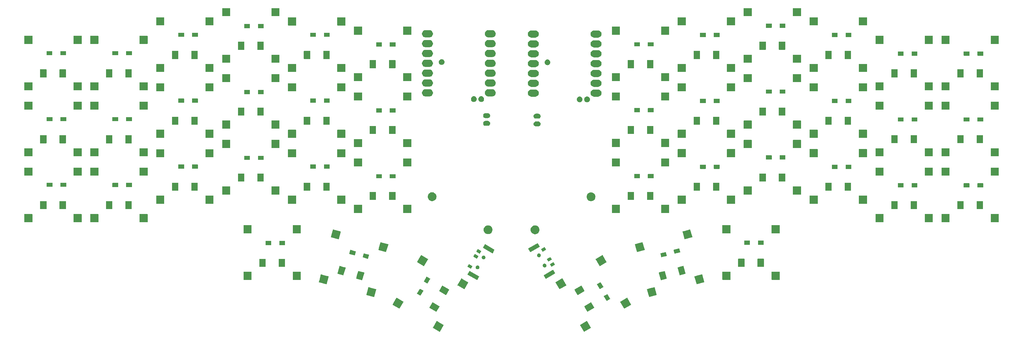
<source format=gts>
G04 #@! TF.GenerationSoftware,KiCad,Pcbnew,8.0.7*
G04 #@! TF.CreationDate,2025-01-01T00:14:10+01:00*
G04 #@! TF.ProjectId,corne-xiao,636f726e-652d-4786-9961-6f2e6b696361,1.1*
G04 #@! TF.SameCoordinates,Original*
G04 #@! TF.FileFunction,Soldermask,Top*
G04 #@! TF.FilePolarity,Negative*
%FSLAX46Y46*%
G04 Gerber Fmt 4.6, Leading zero omitted, Abs format (unit mm)*
G04 Created by KiCad (PCBNEW 8.0.7) date 2025-01-01 00:14:10*
%MOMM*%
%LPD*%
G01*
G04 APERTURE LIST*
G04 APERTURE END LIST*
G36*
X130424127Y-106600327D02*
G01*
X131199016Y-107047709D01*
X132150632Y-107597125D01*
X132150633Y-107597126D01*
X132156177Y-107600327D01*
X132167325Y-107610103D01*
X132173883Y-107623400D01*
X132174852Y-107638195D01*
X132170086Y-107652236D01*
X131170086Y-109384286D01*
X131160310Y-109395434D01*
X131147013Y-109401992D01*
X131132218Y-109402961D01*
X131118177Y-109398195D01*
X129386127Y-108398195D01*
X129374979Y-108388419D01*
X129368421Y-108375122D01*
X129367452Y-108360327D01*
X129372218Y-108346286D01*
X129769729Y-107657777D01*
X130369016Y-106619780D01*
X130369019Y-106619776D01*
X130372218Y-106614236D01*
X130381994Y-106603088D01*
X130395291Y-106596530D01*
X130410086Y-106595561D01*
X130424127Y-106600327D01*
G37*
G36*
X169104709Y-106596530D02*
G01*
X169118006Y-106603088D01*
X169127782Y-106614236D01*
X170127782Y-108346286D01*
X170132548Y-108360327D01*
X170131579Y-108375122D01*
X170125021Y-108388419D01*
X170113873Y-108398195D01*
X168381823Y-109398195D01*
X168367782Y-109402961D01*
X168352987Y-109401992D01*
X168339690Y-109395434D01*
X168329914Y-109384286D01*
X167329914Y-107652236D01*
X167325148Y-107638195D01*
X167326117Y-107623400D01*
X167332675Y-107610103D01*
X167343823Y-107600327D01*
X167349361Y-107597129D01*
X167349363Y-107597128D01*
X169070331Y-106603526D01*
X169070333Y-106603525D01*
X169075873Y-106600327D01*
X169089914Y-106595561D01*
X169104709Y-106596530D01*
G37*
G36*
X129335442Y-101785985D02*
G01*
X131067492Y-102785985D01*
X131078640Y-102795762D01*
X131085198Y-102809059D01*
X131086167Y-102823854D01*
X131081401Y-102837894D01*
X130306401Y-104180234D01*
X130296625Y-104191381D01*
X130283328Y-104197939D01*
X130268533Y-104198908D01*
X130254492Y-104194143D01*
X128522442Y-103194143D01*
X128511294Y-103184366D01*
X128504736Y-103171069D01*
X128503767Y-103156274D01*
X128508533Y-103142234D01*
X128511731Y-103136694D01*
X128511732Y-103136692D01*
X129280331Y-101805439D01*
X129280332Y-101805437D01*
X129283533Y-101799894D01*
X129293309Y-101788747D01*
X129306606Y-101782189D01*
X129321401Y-101781220D01*
X129335442Y-101785985D01*
G37*
G36*
X170193394Y-101782189D02*
G01*
X170206691Y-101788747D01*
X170216467Y-101799894D01*
X170991467Y-103142234D01*
X170996233Y-103156274D01*
X170995264Y-103171069D01*
X170988706Y-103184366D01*
X170977558Y-103194143D01*
X169245508Y-104194143D01*
X169231467Y-104198908D01*
X169216672Y-104197939D01*
X169203375Y-104191381D01*
X169193599Y-104180234D01*
X168624279Y-103194143D01*
X168421798Y-102843436D01*
X168421797Y-102843433D01*
X168418599Y-102837894D01*
X168413833Y-102823854D01*
X168414802Y-102809059D01*
X168421360Y-102795762D01*
X168432508Y-102785985D01*
X170164558Y-101785985D01*
X170178599Y-101781220D01*
X170193394Y-101782189D01*
G37*
G36*
X120031823Y-100600327D02*
G01*
X120602000Y-100929519D01*
X121758328Y-101597125D01*
X121758329Y-101597126D01*
X121763873Y-101600327D01*
X121775021Y-101610103D01*
X121781579Y-101623400D01*
X121782548Y-101638195D01*
X121777782Y-101652236D01*
X120777782Y-103384286D01*
X120768006Y-103395434D01*
X120754709Y-103401992D01*
X120739914Y-103402961D01*
X120725873Y-103398195D01*
X118993823Y-102398195D01*
X118982675Y-102388419D01*
X118976117Y-102375122D01*
X118975148Y-102360327D01*
X118979914Y-102346286D01*
X119292172Y-101805439D01*
X119976712Y-100619780D01*
X119976715Y-100619776D01*
X119979914Y-100614236D01*
X119989690Y-100603088D01*
X120002987Y-100596530D01*
X120017782Y-100595561D01*
X120031823Y-100600327D01*
G37*
G36*
X179497013Y-100596530D02*
G01*
X179510310Y-100603088D01*
X179520086Y-100614236D01*
X180520086Y-102346286D01*
X180524852Y-102360327D01*
X180523883Y-102375122D01*
X180517325Y-102388419D01*
X180506177Y-102398195D01*
X178774127Y-103398195D01*
X178760086Y-103402961D01*
X178745291Y-103401992D01*
X178731994Y-103395434D01*
X178722218Y-103384286D01*
X177810670Y-101805439D01*
X177725417Y-101657777D01*
X177725416Y-101657776D01*
X177722218Y-101652236D01*
X177717452Y-101638195D01*
X177718421Y-101623400D01*
X177724979Y-101610103D01*
X177736127Y-101600327D01*
X177741665Y-101597129D01*
X177741667Y-101597128D01*
X179462635Y-100603526D01*
X179462637Y-100603525D01*
X179468177Y-100600327D01*
X179482218Y-100595561D01*
X179497013Y-100596530D01*
G37*
G36*
X174380348Y-99644272D02*
G01*
X174393645Y-99650830D01*
X174403422Y-99661977D01*
X175103422Y-100874413D01*
X175108187Y-100888453D01*
X175107218Y-100903248D01*
X175100660Y-100916545D01*
X175089513Y-100926322D01*
X174223487Y-101426322D01*
X174209447Y-101431087D01*
X174194652Y-101430118D01*
X174181355Y-101423560D01*
X174171578Y-101412413D01*
X173471578Y-100199977D01*
X173466813Y-100185937D01*
X173467782Y-100171142D01*
X173474340Y-100157845D01*
X173485487Y-100148068D01*
X174088113Y-99800142D01*
X174345973Y-99651266D01*
X174345975Y-99651265D01*
X174351513Y-99648068D01*
X174365553Y-99643303D01*
X174380348Y-99644272D01*
G37*
G36*
X112803343Y-97852606D02*
G01*
X113700746Y-98093064D01*
X114729013Y-98368587D01*
X114729015Y-98368588D01*
X114735195Y-98370244D01*
X114748493Y-98376802D01*
X114758269Y-98387949D01*
X114763034Y-98401989D01*
X114762065Y-98416784D01*
X114244427Y-100348636D01*
X114237869Y-100361934D01*
X114226722Y-100371710D01*
X114212682Y-100376475D01*
X114197887Y-100375506D01*
X112266035Y-99857868D01*
X112252737Y-99851310D01*
X112242961Y-99840163D01*
X112238196Y-99826123D01*
X112239165Y-99811328D01*
X112492140Y-98867212D01*
X112755146Y-97885657D01*
X112755147Y-97885653D01*
X112756803Y-97879476D01*
X112763361Y-97866178D01*
X112774508Y-97856402D01*
X112788548Y-97851637D01*
X112803343Y-97852606D01*
G37*
G36*
X186572292Y-97851402D02*
G01*
X186583439Y-97861178D01*
X186589997Y-97874476D01*
X187107635Y-99806328D01*
X187108604Y-99821123D01*
X187103839Y-99835163D01*
X187094063Y-99846310D01*
X187080765Y-99852868D01*
X185148913Y-100370506D01*
X185134118Y-100371475D01*
X185120078Y-100366710D01*
X185108931Y-100356934D01*
X185102373Y-100343636D01*
X184706767Y-98867215D01*
X184586392Y-98417969D01*
X184586391Y-98417967D01*
X184584735Y-98411784D01*
X184583766Y-98396989D01*
X184588531Y-98382949D01*
X184598307Y-98371802D01*
X184611605Y-98365244D01*
X185128701Y-98226688D01*
X186537271Y-97849263D01*
X186537273Y-97849262D01*
X186543457Y-97847606D01*
X186558252Y-97846637D01*
X186572292Y-97851402D01*
G37*
G36*
X126048487Y-98248068D02*
G01*
X126914513Y-98748068D01*
X126925660Y-98757845D01*
X126932218Y-98771142D01*
X126933187Y-98785937D01*
X126928422Y-98799977D01*
X126228422Y-100012413D01*
X126218645Y-100023560D01*
X126205348Y-100030118D01*
X126190553Y-100031087D01*
X126176513Y-100026322D01*
X125310487Y-99526322D01*
X125299340Y-99516545D01*
X125292782Y-99503248D01*
X125291813Y-99488453D01*
X125296578Y-99474413D01*
X125996578Y-98261977D01*
X126006355Y-98250830D01*
X126019652Y-98244272D01*
X126034447Y-98243303D01*
X126048487Y-98248068D01*
G37*
G36*
X131835441Y-97455857D02*
G01*
X133567491Y-98455857D01*
X133578639Y-98465634D01*
X133585197Y-98478931D01*
X133586166Y-98493726D01*
X133581400Y-98507766D01*
X132806400Y-99850106D01*
X132796624Y-99861253D01*
X132783327Y-99867811D01*
X132768532Y-99868780D01*
X132754491Y-99864015D01*
X131022441Y-98864015D01*
X131011293Y-98854238D01*
X131004735Y-98840941D01*
X131003766Y-98826146D01*
X131008532Y-98812106D01*
X131011730Y-98806566D01*
X131011731Y-98806564D01*
X131780330Y-97475311D01*
X131780331Y-97475309D01*
X131783532Y-97469766D01*
X131793308Y-97458619D01*
X131806605Y-97452061D01*
X131821400Y-97451092D01*
X131835441Y-97455857D01*
G37*
G36*
X167693395Y-97452061D02*
G01*
X167706692Y-97458619D01*
X167716468Y-97469766D01*
X168283941Y-98452659D01*
X168484465Y-98799977D01*
X168491468Y-98812106D01*
X168496234Y-98826146D01*
X168495265Y-98840941D01*
X168488707Y-98854238D01*
X168477559Y-98864015D01*
X166745509Y-99864015D01*
X166731468Y-99868780D01*
X166716673Y-99867811D01*
X166703376Y-99861253D01*
X166693600Y-99850106D01*
X166124280Y-98864015D01*
X165921799Y-98513308D01*
X165921798Y-98513305D01*
X165918600Y-98507766D01*
X165913834Y-98493726D01*
X165914803Y-98478931D01*
X165921361Y-98465634D01*
X165932509Y-98455857D01*
X167664559Y-97455857D01*
X167678600Y-97451092D01*
X167693395Y-97452061D01*
G37*
G36*
X136774127Y-95601805D02*
G01*
X137392687Y-95958931D01*
X138500632Y-96598603D01*
X138500633Y-96598604D01*
X138506177Y-96601805D01*
X138517325Y-96611581D01*
X138523883Y-96624878D01*
X138524852Y-96639673D01*
X138520086Y-96653714D01*
X137520086Y-98385764D01*
X137510310Y-98396912D01*
X137497013Y-98403470D01*
X137482218Y-98404439D01*
X137468177Y-98399673D01*
X135867129Y-97475307D01*
X135741671Y-97402874D01*
X135741670Y-97402873D01*
X135736127Y-97399673D01*
X135724979Y-97389897D01*
X135718421Y-97376600D01*
X135717452Y-97361805D01*
X135722218Y-97347764D01*
X135871902Y-97088504D01*
X136719016Y-95621258D01*
X136719019Y-95621254D01*
X136722218Y-95615714D01*
X136731994Y-95604566D01*
X136745291Y-95598008D01*
X136760086Y-95597039D01*
X136774127Y-95601805D01*
G37*
G36*
X162754709Y-95598008D02*
G01*
X162768006Y-95604566D01*
X162777782Y-95615714D01*
X163777782Y-97347764D01*
X163782548Y-97361805D01*
X163781579Y-97376600D01*
X163775021Y-97389897D01*
X163763873Y-97399673D01*
X162031823Y-98399673D01*
X162017782Y-98404439D01*
X162002987Y-98403470D01*
X161989690Y-98396912D01*
X161979914Y-98385764D01*
X161150242Y-96948731D01*
X160983113Y-96659255D01*
X160983112Y-96659254D01*
X160979914Y-96653714D01*
X160975148Y-96639673D01*
X160976117Y-96624878D01*
X160982675Y-96611581D01*
X160993823Y-96601805D01*
X160999361Y-96598607D01*
X160999363Y-96598606D01*
X162720331Y-95605004D01*
X162720333Y-95605003D01*
X162725873Y-95601805D01*
X162739914Y-95597039D01*
X162754709Y-95598008D01*
G37*
G36*
X172605348Y-96569882D02*
G01*
X172618645Y-96576440D01*
X172628422Y-96587587D01*
X173328422Y-97800023D01*
X173333187Y-97814063D01*
X173332218Y-97828858D01*
X173325660Y-97842155D01*
X173314513Y-97851932D01*
X172448487Y-98351932D01*
X172434447Y-98356697D01*
X172419652Y-98355728D01*
X172406355Y-98349170D01*
X172396578Y-98338023D01*
X171696578Y-97125587D01*
X171691813Y-97111547D01*
X171692782Y-97096752D01*
X171699340Y-97083455D01*
X171710487Y-97073678D01*
X172428289Y-96659255D01*
X172570973Y-96576876D01*
X172570975Y-96576875D01*
X172576513Y-96573678D01*
X172590553Y-96568913D01*
X172605348Y-96569882D01*
G37*
G36*
X100536085Y-94565604D02*
G01*
X101361753Y-94786841D01*
X102461755Y-95081585D01*
X102461757Y-95081586D01*
X102467937Y-95083242D01*
X102481235Y-95089800D01*
X102491011Y-95100947D01*
X102495776Y-95114987D01*
X102494807Y-95129782D01*
X101977169Y-97061634D01*
X101970611Y-97074932D01*
X101959464Y-97084708D01*
X101945424Y-97089473D01*
X101930629Y-97088504D01*
X99998777Y-96570866D01*
X99985479Y-96564308D01*
X99975703Y-96553161D01*
X99970938Y-96539121D01*
X99971907Y-96524326D01*
X100090713Y-96080936D01*
X100487888Y-94598655D01*
X100487889Y-94598651D01*
X100489545Y-94592474D01*
X100496103Y-94579176D01*
X100507250Y-94569400D01*
X100521290Y-94564635D01*
X100536085Y-94565604D01*
G37*
G36*
X198839550Y-94564400D02*
G01*
X198850697Y-94574176D01*
X198857255Y-94587474D01*
X199374893Y-96519326D01*
X199375862Y-96534121D01*
X199371097Y-96548161D01*
X199361321Y-96559308D01*
X199348023Y-96565866D01*
X197416171Y-97083504D01*
X197401376Y-97084473D01*
X197387336Y-97079708D01*
X197376189Y-97069932D01*
X197369631Y-97056634D01*
X197001689Y-95683455D01*
X196853650Y-95130967D01*
X196853649Y-95130965D01*
X196851993Y-95124782D01*
X196851024Y-95109987D01*
X196855789Y-95095947D01*
X196865565Y-95084800D01*
X196878863Y-95078242D01*
X197768636Y-94839828D01*
X198804529Y-94562261D01*
X198804531Y-94562260D01*
X198810715Y-94560604D01*
X198825510Y-94559635D01*
X198839550Y-94564400D01*
G37*
G36*
X127823487Y-95173678D02*
G01*
X128689513Y-95673678D01*
X128700660Y-95683455D01*
X128707218Y-95696752D01*
X128708187Y-95711547D01*
X128703422Y-95725587D01*
X128003422Y-96938023D01*
X127993645Y-96949170D01*
X127980348Y-96955728D01*
X127965553Y-96956697D01*
X127951513Y-96951932D01*
X127085487Y-96451932D01*
X127074340Y-96442155D01*
X127067782Y-96428858D01*
X127066813Y-96414063D01*
X127071578Y-96400023D01*
X127771578Y-95187587D01*
X127781355Y-95176440D01*
X127794652Y-95169882D01*
X127809447Y-95168913D01*
X127823487Y-95173678D01*
G37*
G36*
X110168906Y-93678535D02*
G01*
X110917498Y-93879120D01*
X111659906Y-94078047D01*
X111659909Y-94078048D01*
X111666091Y-94079705D01*
X111679388Y-94086263D01*
X111689164Y-94097410D01*
X111693930Y-94111450D01*
X111692961Y-94126245D01*
X111175323Y-96058097D01*
X111168764Y-96071394D01*
X111157617Y-96081170D01*
X111143578Y-96085936D01*
X111128782Y-96084967D01*
X109631597Y-95683797D01*
X109618300Y-95677239D01*
X109608524Y-95666092D01*
X109603758Y-95652052D01*
X109604727Y-95637257D01*
X109823689Y-94820080D01*
X110120708Y-93711587D01*
X110120709Y-93711584D01*
X110122365Y-93705405D01*
X110128924Y-93692108D01*
X110140071Y-93682332D01*
X110154110Y-93677566D01*
X110168906Y-93678535D01*
G37*
G36*
X189206729Y-93677332D02*
G01*
X189217876Y-93687108D01*
X189224435Y-93700405D01*
X189742073Y-95632257D01*
X189743042Y-95647052D01*
X189738276Y-95661092D01*
X189728500Y-95672239D01*
X189715203Y-95678797D01*
X188218018Y-96079967D01*
X188203222Y-96080936D01*
X188189183Y-96076170D01*
X188178036Y-96066394D01*
X188171477Y-96053097D01*
X187691638Y-94262312D01*
X187655496Y-94127430D01*
X187655495Y-94127428D01*
X187653839Y-94121245D01*
X187652870Y-94106450D01*
X187657636Y-94092410D01*
X187667412Y-94081263D01*
X187680709Y-94074705D01*
X188310529Y-93905945D01*
X189171708Y-93675192D01*
X189171710Y-93675191D01*
X189177894Y-93673535D01*
X189192690Y-93672566D01*
X189206729Y-93677332D01*
G37*
G36*
X138880731Y-93670681D02*
G01*
X141305603Y-95070681D01*
X141316750Y-95080458D01*
X141323308Y-95093755D01*
X141324277Y-95108550D01*
X141319512Y-95122590D01*
X140819512Y-95988616D01*
X140809735Y-95999763D01*
X140796438Y-96006321D01*
X140781643Y-96007290D01*
X140767603Y-96002525D01*
X138342731Y-94602525D01*
X138331584Y-94592748D01*
X138325026Y-94579451D01*
X138324057Y-94564656D01*
X138328822Y-94550616D01*
X138828822Y-93684590D01*
X138838599Y-93673443D01*
X138851896Y-93666885D01*
X138866691Y-93665916D01*
X138880731Y-93670681D01*
G37*
G36*
X82584442Y-93889893D02*
G01*
X82596770Y-93898130D01*
X82605007Y-93910458D01*
X82607900Y-93925000D01*
X82607900Y-95925000D01*
X82605007Y-95939542D01*
X82596770Y-95951870D01*
X82584442Y-95960107D01*
X82569900Y-95963000D01*
X80569900Y-95963000D01*
X80555358Y-95960107D01*
X80543030Y-95951870D01*
X80534793Y-95939542D01*
X80531900Y-95925000D01*
X80531900Y-93925000D01*
X80534793Y-93910458D01*
X80543030Y-93898130D01*
X80555358Y-93889893D01*
X80569900Y-93887000D01*
X82569900Y-93887000D01*
X82584442Y-93889893D01*
G37*
G36*
X95284442Y-93889893D02*
G01*
X95296770Y-93898130D01*
X95305007Y-93910458D01*
X95307900Y-93925000D01*
X95307900Y-95925000D01*
X95305007Y-95939542D01*
X95296770Y-95951870D01*
X95284442Y-95960107D01*
X95269900Y-95963000D01*
X93269900Y-95963000D01*
X93255358Y-95960107D01*
X93243030Y-95951870D01*
X93234793Y-95939542D01*
X93231900Y-95925000D01*
X93231900Y-93925000D01*
X93234793Y-93910458D01*
X93243030Y-93898130D01*
X93255358Y-93889893D01*
X93269900Y-93887000D01*
X95269900Y-93887000D01*
X95284442Y-93889893D01*
G37*
G36*
X206091442Y-93884893D02*
G01*
X206103770Y-93893130D01*
X206112007Y-93905458D01*
X206114900Y-93920000D01*
X206114900Y-95920000D01*
X206112007Y-95934542D01*
X206103770Y-95946870D01*
X206091442Y-95955107D01*
X206076900Y-95958000D01*
X204076900Y-95958000D01*
X204062358Y-95955107D01*
X204050030Y-95946870D01*
X204041793Y-95934542D01*
X204038900Y-95920000D01*
X204038900Y-93920000D01*
X204041793Y-93905458D01*
X204050030Y-93893130D01*
X204062358Y-93884893D01*
X204076900Y-93882000D01*
X206076900Y-93882000D01*
X206091442Y-93884893D01*
G37*
G36*
X218791442Y-93884893D02*
G01*
X218803770Y-93893130D01*
X218812007Y-93905458D01*
X218814900Y-93920000D01*
X218814900Y-95920000D01*
X218812007Y-95934542D01*
X218803770Y-95946870D01*
X218791442Y-95955107D01*
X218776900Y-95958000D01*
X216776900Y-95958000D01*
X216762358Y-95955107D01*
X216750030Y-95946870D01*
X216741793Y-95934542D01*
X216738900Y-95920000D01*
X216738900Y-93920000D01*
X216741793Y-93905458D01*
X216750030Y-93893130D01*
X216762358Y-93884893D01*
X216776900Y-93882000D01*
X218776900Y-93882000D01*
X218791442Y-93884893D01*
G37*
G36*
X160423104Y-93378581D02*
G01*
X160436401Y-93385139D01*
X160446178Y-93396286D01*
X160946178Y-94262312D01*
X160950943Y-94276352D01*
X160949974Y-94291147D01*
X160943416Y-94304444D01*
X160932269Y-94314221D01*
X158507397Y-95714221D01*
X158493357Y-95718986D01*
X158478562Y-95718017D01*
X158465265Y-95711459D01*
X158455488Y-95700312D01*
X157955488Y-94834286D01*
X157950723Y-94820246D01*
X157951692Y-94805451D01*
X157958250Y-94792154D01*
X157969397Y-94782377D01*
X159938597Y-93645459D01*
X160388726Y-93385577D01*
X160388727Y-93385576D01*
X160394269Y-93382377D01*
X160408309Y-93377612D01*
X160423104Y-93378581D01*
G37*
G36*
X105339277Y-92384440D02*
G01*
X106084246Y-92584054D01*
X106830277Y-92783952D01*
X106830280Y-92783953D01*
X106836462Y-92785610D01*
X106849759Y-92792168D01*
X106859535Y-92803315D01*
X106864301Y-92817355D01*
X106863332Y-92832150D01*
X106345694Y-94764002D01*
X106339135Y-94777299D01*
X106327988Y-94787075D01*
X106313949Y-94791841D01*
X106299153Y-94790872D01*
X104801968Y-94389702D01*
X104788671Y-94383144D01*
X104778895Y-94371997D01*
X104774129Y-94357957D01*
X104775098Y-94343162D01*
X104953184Y-93678535D01*
X105291079Y-92417492D01*
X105291080Y-92417489D01*
X105292736Y-92411310D01*
X105299295Y-92398013D01*
X105310442Y-92388237D01*
X105324481Y-92383471D01*
X105339277Y-92384440D01*
G37*
G36*
X194036358Y-92383237D02*
G01*
X194047505Y-92393013D01*
X194054064Y-92406310D01*
X194571702Y-94338162D01*
X194572671Y-94352957D01*
X194567905Y-94366997D01*
X194558129Y-94378144D01*
X194544832Y-94384702D01*
X193047647Y-94785872D01*
X193032851Y-94786841D01*
X193018812Y-94782075D01*
X193007665Y-94772299D01*
X193001106Y-94759002D01*
X192554028Y-93090483D01*
X192485125Y-92833335D01*
X192485124Y-92833333D01*
X192483468Y-92827150D01*
X192482499Y-92812355D01*
X192487265Y-92798315D01*
X192497041Y-92787168D01*
X192510338Y-92780610D01*
X193033463Y-92640439D01*
X194001337Y-92381097D01*
X194001339Y-92381096D01*
X194007523Y-92379440D01*
X194022319Y-92378471D01*
X194036358Y-92383237D01*
G37*
G36*
X140946037Y-92268410D02*
G01*
X140982014Y-92268410D01*
X141011257Y-92276996D01*
X141038724Y-92280613D01*
X141075619Y-92295895D01*
X141115287Y-92307543D01*
X141136224Y-92320998D01*
X141156283Y-92329307D01*
X141193037Y-92357510D01*
X141232136Y-92382637D01*
X141244741Y-92397183D01*
X141257235Y-92406771D01*
X141289625Y-92448983D01*
X141323096Y-92487610D01*
X141328728Y-92499942D01*
X141334699Y-92507724D01*
X141358272Y-92564635D01*
X141380797Y-92613958D01*
X141381910Y-92621704D01*
X141383393Y-92625283D01*
X141393907Y-92705146D01*
X141400564Y-92751443D01*
X141393907Y-92797739D01*
X141383393Y-92877603D01*
X141381910Y-92881181D01*
X141380797Y-92888928D01*
X141358272Y-92938250D01*
X141334699Y-92995162D01*
X141328728Y-93002943D01*
X141323096Y-93015276D01*
X141289621Y-93053907D01*
X141257235Y-93096114D01*
X141244743Y-93105699D01*
X141232136Y-93120249D01*
X141193029Y-93145381D01*
X141156283Y-93173578D01*
X141136228Y-93181884D01*
X141115287Y-93195343D01*
X141075610Y-93206993D01*
X141038724Y-93222272D01*
X141011263Y-93225887D01*
X140982014Y-93234476D01*
X140946029Y-93234476D01*
X140912564Y-93238882D01*
X140879098Y-93234476D01*
X140843114Y-93234476D01*
X140813864Y-93225887D01*
X140786403Y-93222272D01*
X140749513Y-93206992D01*
X140709841Y-93195343D01*
X140688901Y-93181885D01*
X140668844Y-93173578D01*
X140632092Y-93145377D01*
X140592992Y-93120249D01*
X140580386Y-93105701D01*
X140567892Y-93096114D01*
X140535497Y-93053896D01*
X140502032Y-93015276D01*
X140496401Y-93002946D01*
X140490428Y-92995162D01*
X140466844Y-92938226D01*
X140444331Y-92888928D01*
X140443217Y-92881185D01*
X140441734Y-92877603D01*
X140431208Y-92797657D01*
X140424564Y-92751443D01*
X140431208Y-92705228D01*
X140441734Y-92625283D01*
X140443217Y-92621700D01*
X140444331Y-92613958D01*
X140466844Y-92564659D01*
X140490428Y-92507724D01*
X140496401Y-92499939D01*
X140502032Y-92487610D01*
X140535493Y-92448993D01*
X140567892Y-92406771D01*
X140580388Y-92397181D01*
X140592992Y-92382637D01*
X140632088Y-92357511D01*
X140668845Y-92329307D01*
X140688903Y-92320998D01*
X140709841Y-92307543D01*
X140749508Y-92295895D01*
X140786404Y-92280613D01*
X140813870Y-92276996D01*
X140843114Y-92268410D01*
X140879091Y-92268410D01*
X140912564Y-92264003D01*
X140946037Y-92268410D01*
G37*
G36*
X138739706Y-91914944D02*
G01*
X139605732Y-92414944D01*
X139616879Y-92424721D01*
X139623437Y-92438018D01*
X139624406Y-92452813D01*
X139619641Y-92466853D01*
X139269641Y-93073071D01*
X139259864Y-93084218D01*
X139246567Y-93090776D01*
X139231772Y-93091745D01*
X139217732Y-93086980D01*
X138351706Y-92586980D01*
X138340559Y-92577203D01*
X138334001Y-92563906D01*
X138333032Y-92549111D01*
X138337797Y-92535071D01*
X138687797Y-91928853D01*
X138697574Y-91917706D01*
X138710871Y-91911148D01*
X138725666Y-91910179D01*
X138739706Y-91914944D01*
G37*
G36*
X158227607Y-91788600D02*
G01*
X158263584Y-91788600D01*
X158292827Y-91797186D01*
X158320294Y-91800803D01*
X158357189Y-91816085D01*
X158396857Y-91827733D01*
X158417794Y-91841188D01*
X158437853Y-91849497D01*
X158474607Y-91877700D01*
X158513706Y-91902827D01*
X158526311Y-91917373D01*
X158538805Y-91926961D01*
X158571195Y-91969173D01*
X158604666Y-92007800D01*
X158610298Y-92020132D01*
X158616269Y-92027914D01*
X158639842Y-92084825D01*
X158662367Y-92134148D01*
X158663480Y-92141894D01*
X158664963Y-92145473D01*
X158675477Y-92225336D01*
X158682134Y-92271633D01*
X158675477Y-92317929D01*
X158664963Y-92397793D01*
X158663480Y-92401371D01*
X158662367Y-92409118D01*
X158639842Y-92458440D01*
X158616269Y-92515352D01*
X158610298Y-92523133D01*
X158604666Y-92535466D01*
X158571191Y-92574097D01*
X158538805Y-92616304D01*
X158526313Y-92625889D01*
X158513706Y-92640439D01*
X158474599Y-92665571D01*
X158437853Y-92693768D01*
X158417798Y-92702074D01*
X158396857Y-92715533D01*
X158357180Y-92727183D01*
X158320294Y-92742462D01*
X158292833Y-92746077D01*
X158263584Y-92754666D01*
X158227599Y-92754666D01*
X158194134Y-92759072D01*
X158160668Y-92754666D01*
X158124684Y-92754666D01*
X158095434Y-92746077D01*
X158067973Y-92742462D01*
X158031083Y-92727182D01*
X157991411Y-92715533D01*
X157970471Y-92702075D01*
X157950414Y-92693768D01*
X157913662Y-92665567D01*
X157874562Y-92640439D01*
X157861956Y-92625891D01*
X157849462Y-92616304D01*
X157817067Y-92574086D01*
X157783602Y-92535466D01*
X157777971Y-92523136D01*
X157771998Y-92515352D01*
X157748414Y-92458416D01*
X157725901Y-92409118D01*
X157724787Y-92401375D01*
X157723304Y-92397793D01*
X157712778Y-92317847D01*
X157706134Y-92271633D01*
X157712778Y-92225418D01*
X157723304Y-92145473D01*
X157724787Y-92141890D01*
X157725901Y-92134148D01*
X157748414Y-92084849D01*
X157771998Y-92027914D01*
X157777971Y-92020129D01*
X157783602Y-92007800D01*
X157817063Y-91969183D01*
X157849462Y-91926961D01*
X157861958Y-91917371D01*
X157874562Y-91902827D01*
X157913658Y-91877701D01*
X157950415Y-91849497D01*
X157970473Y-91841188D01*
X157991411Y-91827733D01*
X158031078Y-91816085D01*
X158067974Y-91800803D01*
X158095440Y-91797186D01*
X158124684Y-91788600D01*
X158160661Y-91788600D01*
X158194134Y-91784193D01*
X158227607Y-91788600D01*
G37*
G36*
X86209442Y-90539893D02*
G01*
X86221770Y-90548130D01*
X86230007Y-90560458D01*
X86232900Y-90575000D01*
X86232900Y-92575000D01*
X86230007Y-92589542D01*
X86221770Y-92601870D01*
X86209442Y-92610107D01*
X86194900Y-92613000D01*
X84644900Y-92613000D01*
X84630358Y-92610107D01*
X84618030Y-92601870D01*
X84609793Y-92589542D01*
X84606900Y-92575000D01*
X84606900Y-90575000D01*
X84609793Y-90560458D01*
X84618030Y-90548130D01*
X84630358Y-90539893D01*
X84644900Y-90537000D01*
X86194900Y-90537000D01*
X86209442Y-90539893D01*
G37*
G36*
X91209442Y-90539893D02*
G01*
X91221770Y-90548130D01*
X91230007Y-90560458D01*
X91232900Y-90575000D01*
X91232900Y-92575000D01*
X91230007Y-92589542D01*
X91221770Y-92601870D01*
X91209442Y-92610107D01*
X91194900Y-92613000D01*
X89644900Y-92613000D01*
X89630358Y-92610107D01*
X89618030Y-92601870D01*
X89609793Y-92589542D01*
X89606900Y-92575000D01*
X89606900Y-90575000D01*
X89609793Y-90560458D01*
X89618030Y-90548130D01*
X89630358Y-90539893D01*
X89644900Y-90537000D01*
X91194900Y-90537000D01*
X91209442Y-90539893D01*
G37*
G36*
X209716442Y-90534893D02*
G01*
X209728770Y-90543130D01*
X209737007Y-90555458D01*
X209739900Y-90570000D01*
X209739900Y-92570000D01*
X209737007Y-92584542D01*
X209728770Y-92596870D01*
X209716442Y-92605107D01*
X209701900Y-92608000D01*
X208151900Y-92608000D01*
X208137358Y-92605107D01*
X208125030Y-92596870D01*
X208116793Y-92584542D01*
X208113900Y-92570000D01*
X208113900Y-90570000D01*
X208116793Y-90555458D01*
X208125030Y-90543130D01*
X208137358Y-90534893D01*
X208151900Y-90532000D01*
X209701900Y-90532000D01*
X209716442Y-90534893D01*
G37*
G36*
X214716442Y-90534893D02*
G01*
X214728770Y-90543130D01*
X214737007Y-90555458D01*
X214739900Y-90570000D01*
X214739900Y-92570000D01*
X214737007Y-92584542D01*
X214728770Y-92596870D01*
X214716442Y-92605107D01*
X214701900Y-92608000D01*
X213151900Y-92608000D01*
X213137358Y-92605107D01*
X213125030Y-92596870D01*
X213116793Y-92584542D01*
X213113900Y-92570000D01*
X213113900Y-90570000D01*
X213116793Y-90555458D01*
X213125030Y-90543130D01*
X213137358Y-90534893D01*
X213151900Y-90532000D01*
X214701900Y-90532000D01*
X214716442Y-90534893D01*
G37*
G36*
X160439129Y-91406338D02*
G01*
X160452426Y-91412896D01*
X160462203Y-91424043D01*
X160812203Y-92030261D01*
X160816968Y-92044301D01*
X160815999Y-92059096D01*
X160809441Y-92072393D01*
X160798294Y-92082170D01*
X159932268Y-92582170D01*
X159918228Y-92586935D01*
X159903433Y-92585966D01*
X159890136Y-92579408D01*
X159880359Y-92568261D01*
X159530359Y-91962043D01*
X159525594Y-91948003D01*
X159526563Y-91933208D01*
X159533121Y-91919911D01*
X159544268Y-91910134D01*
X160130201Y-91571845D01*
X160404754Y-91413332D01*
X160404756Y-91413331D01*
X160410294Y-91410134D01*
X160424334Y-91405369D01*
X160439129Y-91406338D01*
G37*
G36*
X126381823Y-89601805D02*
G01*
X127052298Y-89988904D01*
X128108328Y-90598603D01*
X128108329Y-90598604D01*
X128113873Y-90601805D01*
X128125021Y-90611581D01*
X128131579Y-90624878D01*
X128132548Y-90639673D01*
X128127782Y-90653714D01*
X127127782Y-92385764D01*
X127118006Y-92396912D01*
X127104709Y-92403470D01*
X127089914Y-92404439D01*
X127075873Y-92399673D01*
X125361942Y-91410134D01*
X125349367Y-91402874D01*
X125349366Y-91402873D01*
X125343823Y-91399673D01*
X125332675Y-91389897D01*
X125326117Y-91376600D01*
X125325148Y-91361805D01*
X125329914Y-91347764D01*
X125369076Y-91279933D01*
X126326712Y-89621258D01*
X126326715Y-89621254D01*
X126329914Y-89615714D01*
X126339690Y-89604566D01*
X126352987Y-89598008D01*
X126367782Y-89597039D01*
X126381823Y-89601805D01*
G37*
G36*
X173147013Y-89598008D02*
G01*
X173160310Y-89604566D01*
X173170086Y-89615714D01*
X174170086Y-91347764D01*
X174174852Y-91361805D01*
X174173883Y-91376600D01*
X174167325Y-91389897D01*
X174156177Y-91399673D01*
X172424127Y-92399673D01*
X172410086Y-92404439D01*
X172395291Y-92403470D01*
X172381994Y-92396912D01*
X172372218Y-92385764D01*
X171448783Y-90786329D01*
X171375417Y-90659255D01*
X171375416Y-90659254D01*
X171372218Y-90653714D01*
X171367452Y-90639673D01*
X171368421Y-90624878D01*
X171374979Y-90611581D01*
X171386127Y-90601805D01*
X171391665Y-90598607D01*
X171391667Y-90598606D01*
X173112635Y-89605004D01*
X173112637Y-89605003D01*
X173118177Y-89601805D01*
X173132218Y-89597039D01*
X173147013Y-89598008D01*
G37*
G36*
X159689129Y-90107300D02*
G01*
X159702426Y-90113858D01*
X159712203Y-90125005D01*
X160062203Y-90731223D01*
X160066968Y-90745263D01*
X160065999Y-90760058D01*
X160059441Y-90773355D01*
X160048294Y-90783132D01*
X159182268Y-91283132D01*
X159168228Y-91287897D01*
X159153433Y-91286928D01*
X159140136Y-91280370D01*
X159130359Y-91269223D01*
X158780359Y-90663005D01*
X158775594Y-90648965D01*
X158776563Y-90634170D01*
X158783121Y-90620873D01*
X158794268Y-90611096D01*
X159380201Y-90272807D01*
X159654754Y-90114294D01*
X159654756Y-90114293D01*
X159660294Y-90111096D01*
X159674334Y-90106331D01*
X159689129Y-90107300D01*
G37*
G36*
X142489339Y-89695334D02*
G01*
X142525316Y-89695334D01*
X142554559Y-89703920D01*
X142582026Y-89707537D01*
X142618921Y-89722819D01*
X142658589Y-89734467D01*
X142679526Y-89747922D01*
X142699585Y-89756231D01*
X142736339Y-89784434D01*
X142775438Y-89809561D01*
X142788043Y-89824107D01*
X142800537Y-89833695D01*
X142832927Y-89875907D01*
X142866398Y-89914534D01*
X142872030Y-89926866D01*
X142878001Y-89934648D01*
X142901574Y-89991559D01*
X142924099Y-90040882D01*
X142925212Y-90048628D01*
X142926695Y-90052207D01*
X142937209Y-90132070D01*
X142943866Y-90178367D01*
X142937209Y-90224663D01*
X142926695Y-90304527D01*
X142925212Y-90308105D01*
X142924099Y-90315852D01*
X142901574Y-90365174D01*
X142878001Y-90422086D01*
X142872030Y-90429867D01*
X142866398Y-90442200D01*
X142832923Y-90480831D01*
X142800537Y-90523038D01*
X142788045Y-90532623D01*
X142775438Y-90547173D01*
X142736331Y-90572305D01*
X142699585Y-90600502D01*
X142679530Y-90608808D01*
X142658589Y-90622267D01*
X142618912Y-90633917D01*
X142582026Y-90649196D01*
X142554565Y-90652811D01*
X142525316Y-90661400D01*
X142489331Y-90661400D01*
X142455866Y-90665806D01*
X142422400Y-90661400D01*
X142386416Y-90661400D01*
X142357166Y-90652811D01*
X142329705Y-90649196D01*
X142292815Y-90633916D01*
X142253143Y-90622267D01*
X142232203Y-90608809D01*
X142212146Y-90600502D01*
X142175394Y-90572301D01*
X142136294Y-90547173D01*
X142123688Y-90532625D01*
X142111194Y-90523038D01*
X142078799Y-90480820D01*
X142045334Y-90442200D01*
X142039703Y-90429870D01*
X142033730Y-90422086D01*
X142010146Y-90365150D01*
X141987633Y-90315852D01*
X141986519Y-90308109D01*
X141985036Y-90304527D01*
X141974510Y-90224581D01*
X141967866Y-90178367D01*
X141974510Y-90132152D01*
X141985036Y-90052207D01*
X141986519Y-90048624D01*
X141987633Y-90040882D01*
X142010146Y-89991583D01*
X142033730Y-89934648D01*
X142039703Y-89926863D01*
X142045334Y-89914534D01*
X142078795Y-89875917D01*
X142111194Y-89833695D01*
X142123690Y-89824105D01*
X142136294Y-89809561D01*
X142175390Y-89784435D01*
X142212147Y-89756231D01*
X142232205Y-89747922D01*
X142253143Y-89734467D01*
X142292810Y-89722819D01*
X142329706Y-89707537D01*
X142357172Y-89703920D01*
X142386416Y-89695334D01*
X142422393Y-89695334D01*
X142455866Y-89690927D01*
X142489339Y-89695334D01*
G37*
G36*
X111577615Y-89158563D02*
G01*
X112168418Y-89316868D01*
X112923726Y-89519251D01*
X112923729Y-89519252D01*
X112929911Y-89520909D01*
X112943208Y-89527467D01*
X112952984Y-89538614D01*
X112957750Y-89552654D01*
X112956781Y-89567450D01*
X112697962Y-90533375D01*
X112691404Y-90546673D01*
X112680257Y-90556449D01*
X112666217Y-90561215D01*
X112651421Y-90560245D01*
X111299125Y-90197899D01*
X111285828Y-90191341D01*
X111276052Y-90180194D01*
X111271286Y-90166154D01*
X111272255Y-90151358D01*
X111383961Y-89734467D01*
X111529416Y-89191617D01*
X111529418Y-89191612D01*
X111531074Y-89185433D01*
X111537632Y-89172135D01*
X111548779Y-89162359D01*
X111562819Y-89157593D01*
X111577615Y-89158563D01*
G37*
G36*
X140239706Y-89316868D02*
G01*
X141105732Y-89816868D01*
X141116879Y-89826645D01*
X141123437Y-89839942D01*
X141124406Y-89854737D01*
X141119641Y-89868777D01*
X140769641Y-90474995D01*
X140759864Y-90486142D01*
X140746567Y-90492700D01*
X140731772Y-90493669D01*
X140717732Y-90488904D01*
X139851706Y-89988904D01*
X139840559Y-89979127D01*
X139834001Y-89965830D01*
X139833032Y-89951035D01*
X139837797Y-89936995D01*
X140187797Y-89330777D01*
X140197574Y-89319630D01*
X140210871Y-89313072D01*
X140225666Y-89312103D01*
X140239706Y-89316868D01*
G37*
G36*
X189451221Y-88762359D02*
G01*
X189462368Y-88772135D01*
X189468926Y-88785433D01*
X189727745Y-89751358D01*
X189728714Y-89766154D01*
X189723948Y-89780194D01*
X189714172Y-89791341D01*
X189700875Y-89797899D01*
X188549789Y-90106331D01*
X188354764Y-90158588D01*
X188354762Y-90158588D01*
X188348579Y-90160245D01*
X188333783Y-90161215D01*
X188319743Y-90156449D01*
X188308596Y-90146673D01*
X188302038Y-90133375D01*
X188064627Y-89247346D01*
X188044876Y-89173635D01*
X188044875Y-89173633D01*
X188043219Y-89167450D01*
X188042250Y-89152654D01*
X188047016Y-89138614D01*
X188056792Y-89127467D01*
X188070089Y-89120909D01*
X188385386Y-89036425D01*
X189416199Y-88760219D01*
X189416206Y-88760218D01*
X189422385Y-88758563D01*
X189437181Y-88757593D01*
X189451221Y-88762359D01*
G37*
G36*
X156770909Y-89165524D02*
G01*
X156806886Y-89165524D01*
X156836129Y-89174110D01*
X156863596Y-89177727D01*
X156900491Y-89193009D01*
X156940159Y-89204657D01*
X156961096Y-89218112D01*
X156981155Y-89226421D01*
X157017909Y-89254624D01*
X157057008Y-89279751D01*
X157069613Y-89294297D01*
X157082107Y-89303885D01*
X157114497Y-89346097D01*
X157147968Y-89384724D01*
X157153600Y-89397056D01*
X157159571Y-89404838D01*
X157183144Y-89461749D01*
X157205669Y-89511072D01*
X157206782Y-89518818D01*
X157208265Y-89522397D01*
X157218779Y-89602260D01*
X157225436Y-89648557D01*
X157218779Y-89694853D01*
X157208265Y-89774717D01*
X157206782Y-89778295D01*
X157205669Y-89786042D01*
X157183144Y-89835364D01*
X157159571Y-89892276D01*
X157153600Y-89900057D01*
X157147968Y-89912390D01*
X157114493Y-89951021D01*
X157082107Y-89993228D01*
X157069615Y-90002813D01*
X157057008Y-90017363D01*
X157017901Y-90042495D01*
X156981155Y-90070692D01*
X156961100Y-90078998D01*
X156940159Y-90092457D01*
X156900482Y-90104107D01*
X156863596Y-90119386D01*
X156836135Y-90123001D01*
X156806886Y-90131590D01*
X156770901Y-90131590D01*
X156737436Y-90135996D01*
X156703970Y-90131590D01*
X156667986Y-90131590D01*
X156638736Y-90123001D01*
X156611275Y-90119386D01*
X156574385Y-90104106D01*
X156534713Y-90092457D01*
X156513773Y-90078999D01*
X156493716Y-90070692D01*
X156456964Y-90042491D01*
X156417864Y-90017363D01*
X156405258Y-90002815D01*
X156392764Y-89993228D01*
X156360369Y-89951010D01*
X156326904Y-89912390D01*
X156321273Y-89900060D01*
X156315300Y-89892276D01*
X156291716Y-89835340D01*
X156269203Y-89786042D01*
X156268089Y-89778299D01*
X156266606Y-89774717D01*
X156256080Y-89694771D01*
X156249436Y-89648557D01*
X156256080Y-89602342D01*
X156266606Y-89522397D01*
X156268089Y-89518814D01*
X156269203Y-89511072D01*
X156291716Y-89461773D01*
X156315300Y-89404838D01*
X156321273Y-89397053D01*
X156326904Y-89384724D01*
X156360365Y-89346107D01*
X156392764Y-89303885D01*
X156405260Y-89294295D01*
X156417864Y-89279751D01*
X156456960Y-89254625D01*
X156493717Y-89226421D01*
X156513775Y-89218112D01*
X156534713Y-89204657D01*
X156574380Y-89193009D01*
X156611276Y-89177727D01*
X156638742Y-89174110D01*
X156667986Y-89165524D01*
X156703963Y-89165524D01*
X156737436Y-89161117D01*
X156770909Y-89165524D01*
G37*
G36*
X108148579Y-88239755D02*
G01*
X108824727Y-88420928D01*
X109494690Y-88600443D01*
X109494693Y-88600444D01*
X109500875Y-88602101D01*
X109514172Y-88608659D01*
X109523948Y-88619806D01*
X109528714Y-88633846D01*
X109527745Y-88648642D01*
X109268926Y-89614567D01*
X109262368Y-89627865D01*
X109251221Y-89637641D01*
X109237181Y-89642407D01*
X109222385Y-89641437D01*
X107870089Y-89279091D01*
X107856792Y-89272533D01*
X107847016Y-89261386D01*
X107842250Y-89247346D01*
X107843219Y-89232550D01*
X107951264Y-88829319D01*
X108100380Y-88272809D01*
X108100382Y-88272804D01*
X108102038Y-88266625D01*
X108108596Y-88253327D01*
X108119743Y-88243551D01*
X108133783Y-88238785D01*
X108148579Y-88239755D01*
G37*
G36*
X192880257Y-87843551D02*
G01*
X192891404Y-87853327D01*
X192897962Y-87866625D01*
X193156781Y-88832550D01*
X193157750Y-88847346D01*
X193152984Y-88861386D01*
X193143208Y-88872533D01*
X193129911Y-88879091D01*
X192030656Y-89173635D01*
X191783800Y-89239780D01*
X191783798Y-89239780D01*
X191777615Y-89241437D01*
X191762819Y-89242407D01*
X191748779Y-89237641D01*
X191737632Y-89227865D01*
X191731074Y-89214567D01*
X191518371Y-88420750D01*
X191473912Y-88254827D01*
X191473911Y-88254825D01*
X191472255Y-88248642D01*
X191471286Y-88233846D01*
X191476052Y-88219806D01*
X191485828Y-88208659D01*
X191499125Y-88202101D01*
X191814422Y-88117617D01*
X192845235Y-87841411D01*
X192845242Y-87841410D01*
X192851421Y-87839755D01*
X192866217Y-87838785D01*
X192880257Y-87843551D01*
G37*
G36*
X140989706Y-88017830D02*
G01*
X141855732Y-88517830D01*
X141866879Y-88527607D01*
X141873437Y-88540904D01*
X141874406Y-88555699D01*
X141869641Y-88569739D01*
X141519641Y-89175957D01*
X141509864Y-89187104D01*
X141496567Y-89193662D01*
X141481772Y-89194631D01*
X141467732Y-89189866D01*
X140601706Y-88689866D01*
X140590559Y-88680089D01*
X140584001Y-88666792D01*
X140583032Y-88651997D01*
X140587797Y-88637957D01*
X140937797Y-88031739D01*
X140947574Y-88020592D01*
X140960871Y-88014034D01*
X140975666Y-88013065D01*
X140989706Y-88017830D01*
G37*
G36*
X142855731Y-86785779D02*
G01*
X145280603Y-88185779D01*
X145291750Y-88195556D01*
X145298308Y-88208853D01*
X145299277Y-88223648D01*
X145294512Y-88237688D01*
X144794512Y-89103714D01*
X144784735Y-89114861D01*
X144771438Y-89121419D01*
X144756643Y-89122388D01*
X144742603Y-89117623D01*
X142317731Y-87717623D01*
X142306584Y-87707846D01*
X142300026Y-87694549D01*
X142299057Y-87679754D01*
X142303822Y-87665714D01*
X142803822Y-86799688D01*
X142813599Y-86788541D01*
X142826896Y-86781983D01*
X142841691Y-86781014D01*
X142855731Y-86785779D01*
G37*
G36*
X156448104Y-86493679D02*
G01*
X156461401Y-86500237D01*
X156471178Y-86511384D01*
X156971178Y-87377410D01*
X156975943Y-87391450D01*
X156974974Y-87406245D01*
X156968416Y-87419542D01*
X156957269Y-87429319D01*
X154532397Y-88829319D01*
X154518357Y-88834084D01*
X154503562Y-88833115D01*
X154490265Y-88826557D01*
X154480488Y-88815410D01*
X153980488Y-87949384D01*
X153975723Y-87935344D01*
X153976692Y-87920549D01*
X153983250Y-87907252D01*
X153994397Y-87897475D01*
X155963597Y-86760557D01*
X156413726Y-86500675D01*
X156413727Y-86500674D01*
X156419269Y-86497475D01*
X156433309Y-86492710D01*
X156448104Y-86493679D01*
G37*
G36*
X115909171Y-86261496D02*
G01*
X116772074Y-86492710D01*
X117834841Y-86777477D01*
X117834843Y-86777478D01*
X117841023Y-86779134D01*
X117854321Y-86785692D01*
X117864097Y-86796839D01*
X117868862Y-86810879D01*
X117867893Y-86825674D01*
X117350255Y-88757526D01*
X117343697Y-88770824D01*
X117332550Y-88780600D01*
X117318510Y-88785365D01*
X117303715Y-88784396D01*
X115371863Y-88266758D01*
X115358565Y-88260200D01*
X115348789Y-88249053D01*
X115344024Y-88235013D01*
X115344993Y-88220218D01*
X115482283Y-87707846D01*
X115860974Y-86294547D01*
X115860975Y-86294543D01*
X115862631Y-86288366D01*
X115869189Y-86275068D01*
X115880336Y-86265292D01*
X115894376Y-86260527D01*
X115909171Y-86261496D01*
G37*
G36*
X183466464Y-86260292D02*
G01*
X183477611Y-86270068D01*
X183484169Y-86283366D01*
X184001807Y-88215218D01*
X184002776Y-88230013D01*
X183998011Y-88244053D01*
X183988235Y-88255200D01*
X183974937Y-88261758D01*
X182043085Y-88779396D01*
X182028290Y-88780365D01*
X182014250Y-88775600D01*
X182003103Y-88765824D01*
X181996545Y-88752526D01*
X181663144Y-87508255D01*
X181480564Y-86826859D01*
X181480563Y-86826857D01*
X181478907Y-86820674D01*
X181477938Y-86805879D01*
X181482703Y-86791839D01*
X181492479Y-86780692D01*
X181505777Y-86774134D01*
X182465694Y-86516925D01*
X183431443Y-86258153D01*
X183431445Y-86258152D01*
X183437629Y-86256496D01*
X183452424Y-86255527D01*
X183466464Y-86260292D01*
G37*
G36*
X158189129Y-87509224D02*
G01*
X158202426Y-87515782D01*
X158212203Y-87526929D01*
X158562203Y-88133147D01*
X158566968Y-88147187D01*
X158565999Y-88161982D01*
X158559441Y-88175279D01*
X158548294Y-88185056D01*
X157682268Y-88685056D01*
X157668228Y-88689821D01*
X157653433Y-88688852D01*
X157640136Y-88682294D01*
X157630359Y-88671147D01*
X157280359Y-88064929D01*
X157275594Y-88050889D01*
X157276563Y-88036094D01*
X157283121Y-88022797D01*
X157294268Y-88013020D01*
X157905419Y-87660172D01*
X158154754Y-87516218D01*
X158154756Y-87516217D01*
X158160294Y-87513020D01*
X158174334Y-87508255D01*
X158189129Y-87509224D01*
G37*
G36*
X87689542Y-85964893D02*
G01*
X87701870Y-85973130D01*
X87710107Y-85985458D01*
X87713000Y-86000000D01*
X87713000Y-87000000D01*
X87710107Y-87014542D01*
X87701870Y-87026870D01*
X87689542Y-87035107D01*
X87675000Y-87038000D01*
X86275000Y-87038000D01*
X86260458Y-87035107D01*
X86248130Y-87026870D01*
X86239893Y-87014542D01*
X86237000Y-87000000D01*
X86237000Y-86000000D01*
X86239893Y-85985458D01*
X86248130Y-85973130D01*
X86260458Y-85964893D01*
X86275000Y-85962000D01*
X87675000Y-85962000D01*
X87689542Y-85964893D01*
G37*
G36*
X91239542Y-85964893D02*
G01*
X91251870Y-85973130D01*
X91260107Y-85985458D01*
X91263000Y-86000000D01*
X91263000Y-87000000D01*
X91260107Y-87014542D01*
X91251870Y-87026870D01*
X91239542Y-87035107D01*
X91225000Y-87038000D01*
X89825000Y-87038000D01*
X89810458Y-87035107D01*
X89798130Y-87026870D01*
X89789893Y-87014542D01*
X89787000Y-87000000D01*
X89787000Y-86000000D01*
X89789893Y-85985458D01*
X89798130Y-85973130D01*
X89810458Y-85964893D01*
X89825000Y-85962000D01*
X91225000Y-85962000D01*
X91239542Y-85964893D01*
G37*
G36*
X211139542Y-85864893D02*
G01*
X211151870Y-85873130D01*
X211160107Y-85885458D01*
X211163000Y-85900000D01*
X211163000Y-86900000D01*
X211160107Y-86914542D01*
X211151870Y-86926870D01*
X211139542Y-86935107D01*
X211125000Y-86938000D01*
X209725000Y-86938000D01*
X209710458Y-86935107D01*
X209698130Y-86926870D01*
X209689893Y-86914542D01*
X209687000Y-86900000D01*
X209687000Y-85900000D01*
X209689893Y-85885458D01*
X209698130Y-85873130D01*
X209710458Y-85864893D01*
X209725000Y-85862000D01*
X211125000Y-85862000D01*
X211139542Y-85864893D01*
G37*
G36*
X214689542Y-85864893D02*
G01*
X214701870Y-85873130D01*
X214710107Y-85885458D01*
X214713000Y-85900000D01*
X214713000Y-86900000D01*
X214710107Y-86914542D01*
X214701870Y-86926870D01*
X214689542Y-86935107D01*
X214675000Y-86938000D01*
X213275000Y-86938000D01*
X213260458Y-86935107D01*
X213248130Y-86926870D01*
X213239893Y-86914542D01*
X213237000Y-86900000D01*
X213237000Y-85900000D01*
X213239893Y-85885458D01*
X213248130Y-85873130D01*
X213260458Y-85864893D01*
X213275000Y-85862000D01*
X214675000Y-85862000D01*
X214689542Y-85864893D01*
G37*
G36*
X103641913Y-82974494D02*
G01*
X104539316Y-83214952D01*
X105567583Y-83490475D01*
X105567585Y-83490476D01*
X105573765Y-83492132D01*
X105587063Y-83498690D01*
X105596839Y-83509837D01*
X105601604Y-83523877D01*
X105600635Y-83538672D01*
X105082997Y-85470524D01*
X105076439Y-85483822D01*
X105065292Y-85493598D01*
X105051252Y-85498363D01*
X105036457Y-85497394D01*
X103104605Y-84979756D01*
X103091307Y-84973198D01*
X103081531Y-84962051D01*
X103076766Y-84948011D01*
X103077735Y-84933216D01*
X103277450Y-84187868D01*
X103593716Y-83007545D01*
X103593717Y-83007541D01*
X103595373Y-83001364D01*
X103601931Y-82988066D01*
X103613078Y-82978290D01*
X103627118Y-82973525D01*
X103641913Y-82974494D01*
G37*
G36*
X195733722Y-82973290D02*
G01*
X195744869Y-82983066D01*
X195751427Y-82996364D01*
X196269065Y-84928216D01*
X196270034Y-84943011D01*
X196265269Y-84957051D01*
X196255493Y-84968198D01*
X196242195Y-84974756D01*
X194310343Y-85492394D01*
X194295548Y-85493363D01*
X194281508Y-85488598D01*
X194270361Y-85478822D01*
X194263803Y-85465524D01*
X193908512Y-84139558D01*
X193747822Y-83539857D01*
X193747821Y-83539855D01*
X193746165Y-83533672D01*
X193745196Y-83518877D01*
X193749961Y-83504837D01*
X193759737Y-83493690D01*
X193773035Y-83487132D01*
X194290131Y-83348576D01*
X195698701Y-82971151D01*
X195698703Y-82971150D01*
X195704887Y-82969494D01*
X195719682Y-82968525D01*
X195733722Y-82973290D01*
G37*
G36*
X156042328Y-81960442D02*
G01*
X156238150Y-82036304D01*
X156416698Y-82146856D01*
X156571892Y-82288334D01*
X156698447Y-82455920D01*
X156792053Y-82643907D01*
X156849523Y-82845893D01*
X156868900Y-83055000D01*
X156849523Y-83264107D01*
X156792053Y-83466093D01*
X156698447Y-83654080D01*
X156571892Y-83821666D01*
X156416698Y-83963144D01*
X156238150Y-84073696D01*
X156042328Y-84149558D01*
X155835901Y-84188145D01*
X155625899Y-84188145D01*
X155419472Y-84149558D01*
X155223650Y-84073696D01*
X155045102Y-83963144D01*
X154889908Y-83821666D01*
X154763353Y-83654080D01*
X154669747Y-83466093D01*
X154612277Y-83264107D01*
X154592900Y-83055000D01*
X154612277Y-82845893D01*
X154669747Y-82643907D01*
X154763353Y-82455920D01*
X154889908Y-82288334D01*
X155045102Y-82146856D01*
X155223650Y-82036304D01*
X155419472Y-81960442D01*
X155625899Y-81921855D01*
X155835901Y-81921855D01*
X156042328Y-81960442D01*
G37*
G36*
X143925328Y-81950442D02*
G01*
X144121150Y-82026304D01*
X144299698Y-82136856D01*
X144454892Y-82278334D01*
X144581447Y-82445920D01*
X144675053Y-82633907D01*
X144732523Y-82835893D01*
X144751900Y-83045000D01*
X144732523Y-83254107D01*
X144675053Y-83456093D01*
X144581447Y-83644080D01*
X144454892Y-83811666D01*
X144299698Y-83953144D01*
X144121150Y-84063696D01*
X143925328Y-84139558D01*
X143718901Y-84178145D01*
X143508899Y-84178145D01*
X143302472Y-84139558D01*
X143106650Y-84063696D01*
X142928102Y-83953144D01*
X142772908Y-83811666D01*
X142646353Y-83644080D01*
X142552747Y-83456093D01*
X142495277Y-83254107D01*
X142475900Y-83045000D01*
X142495277Y-82835893D01*
X142552747Y-82633907D01*
X142646353Y-82445920D01*
X142772908Y-82278334D01*
X142928102Y-82136856D01*
X143106650Y-82026304D01*
X143302472Y-81950442D01*
X143508899Y-81911855D01*
X143718901Y-81911855D01*
X143925328Y-81950442D01*
G37*
G36*
X82584442Y-81889893D02*
G01*
X82596770Y-81898130D01*
X82605007Y-81910458D01*
X82607900Y-81925000D01*
X82607900Y-83925000D01*
X82605007Y-83939542D01*
X82596770Y-83951870D01*
X82584442Y-83960107D01*
X82569900Y-83963000D01*
X80569900Y-83963000D01*
X80555358Y-83960107D01*
X80543030Y-83951870D01*
X80534793Y-83939542D01*
X80531900Y-83925000D01*
X80531900Y-81925000D01*
X80534793Y-81910458D01*
X80543030Y-81898130D01*
X80555358Y-81889893D01*
X80569900Y-81887000D01*
X82569900Y-81887000D01*
X82584442Y-81889893D01*
G37*
G36*
X95284442Y-81889893D02*
G01*
X95296770Y-81898130D01*
X95305007Y-81910458D01*
X95307900Y-81925000D01*
X95307900Y-83925000D01*
X95305007Y-83939542D01*
X95296770Y-83951870D01*
X95284442Y-83960107D01*
X95269900Y-83963000D01*
X93269900Y-83963000D01*
X93255358Y-83960107D01*
X93243030Y-83951870D01*
X93234793Y-83939542D01*
X93231900Y-83925000D01*
X93231900Y-81925000D01*
X93234793Y-81910458D01*
X93243030Y-81898130D01*
X93255358Y-81889893D01*
X93269900Y-81887000D01*
X95269900Y-81887000D01*
X95284442Y-81889893D01*
G37*
G36*
X206091442Y-81884893D02*
G01*
X206103770Y-81893130D01*
X206112007Y-81905458D01*
X206114900Y-81920000D01*
X206114900Y-83920000D01*
X206112007Y-83934542D01*
X206103770Y-83946870D01*
X206091442Y-83955107D01*
X206076900Y-83958000D01*
X204076900Y-83958000D01*
X204062358Y-83955107D01*
X204050030Y-83946870D01*
X204041793Y-83934542D01*
X204038900Y-83920000D01*
X204038900Y-81920000D01*
X204041793Y-81905458D01*
X204050030Y-81893130D01*
X204062358Y-81884893D01*
X204076900Y-81882000D01*
X206076900Y-81882000D01*
X206091442Y-81884893D01*
G37*
G36*
X218791442Y-81884893D02*
G01*
X218803770Y-81893130D01*
X218812007Y-81905458D01*
X218814900Y-81920000D01*
X218814900Y-83920000D01*
X218812007Y-83934542D01*
X218803770Y-83946870D01*
X218791442Y-83955107D01*
X218776900Y-83958000D01*
X216776900Y-83958000D01*
X216762358Y-83955107D01*
X216750030Y-83946870D01*
X216741793Y-83934542D01*
X216738900Y-83920000D01*
X216738900Y-81920000D01*
X216741793Y-81905458D01*
X216750030Y-81893130D01*
X216762358Y-81884893D01*
X216776900Y-81882000D01*
X218776900Y-81882000D01*
X218791442Y-81884893D01*
G37*
G36*
X26084442Y-79014893D02*
G01*
X26096770Y-79023130D01*
X26105007Y-79035458D01*
X26107900Y-79050000D01*
X26107900Y-81050000D01*
X26105007Y-81064542D01*
X26096770Y-81076870D01*
X26084442Y-81085107D01*
X26069900Y-81088000D01*
X24069900Y-81088000D01*
X24055358Y-81085107D01*
X24043030Y-81076870D01*
X24034793Y-81064542D01*
X24031900Y-81050000D01*
X24031900Y-79050000D01*
X24034793Y-79035458D01*
X24043030Y-79023130D01*
X24055358Y-79014893D01*
X24069900Y-79012000D01*
X26069900Y-79012000D01*
X26084442Y-79014893D01*
G37*
G36*
X38784442Y-79014893D02*
G01*
X38796770Y-79023130D01*
X38805007Y-79035458D01*
X38807900Y-79050000D01*
X38807900Y-81050000D01*
X38805007Y-81064542D01*
X38796770Y-81076870D01*
X38784442Y-81085107D01*
X38769900Y-81088000D01*
X36769900Y-81088000D01*
X36755358Y-81085107D01*
X36743030Y-81076870D01*
X36734793Y-81064542D01*
X36731900Y-81050000D01*
X36731900Y-79050000D01*
X36734793Y-79035458D01*
X36743030Y-79023130D01*
X36755358Y-79014893D01*
X36769900Y-79012000D01*
X38769900Y-79012000D01*
X38784442Y-79014893D01*
G37*
G36*
X43084442Y-79014893D02*
G01*
X43096770Y-79023130D01*
X43105007Y-79035458D01*
X43107900Y-79050000D01*
X43107900Y-81050000D01*
X43105007Y-81064542D01*
X43096770Y-81076870D01*
X43084442Y-81085107D01*
X43069900Y-81088000D01*
X41069900Y-81088000D01*
X41055358Y-81085107D01*
X41043030Y-81076870D01*
X41034793Y-81064542D01*
X41031900Y-81050000D01*
X41031900Y-79050000D01*
X41034793Y-79035458D01*
X41043030Y-79023130D01*
X41055358Y-79014893D01*
X41069900Y-79012000D01*
X43069900Y-79012000D01*
X43084442Y-79014893D01*
G37*
G36*
X55784442Y-79014893D02*
G01*
X55796770Y-79023130D01*
X55805007Y-79035458D01*
X55807900Y-79050000D01*
X55807900Y-81050000D01*
X55805007Y-81064542D01*
X55796770Y-81076870D01*
X55784442Y-81085107D01*
X55769900Y-81088000D01*
X53769900Y-81088000D01*
X53755358Y-81085107D01*
X53743030Y-81076870D01*
X53734793Y-81064542D01*
X53731900Y-81050000D01*
X53731900Y-79050000D01*
X53734793Y-79035458D01*
X53743030Y-79023130D01*
X53755358Y-79014893D01*
X53769900Y-79012000D01*
X55769900Y-79012000D01*
X55784442Y-79014893D01*
G37*
G36*
X245591442Y-79009893D02*
G01*
X245603770Y-79018130D01*
X245612007Y-79030458D01*
X245614900Y-79045000D01*
X245614900Y-81045000D01*
X245612007Y-81059542D01*
X245603770Y-81071870D01*
X245591442Y-81080107D01*
X245576900Y-81083000D01*
X243576900Y-81083000D01*
X243562358Y-81080107D01*
X243550030Y-81071870D01*
X243541793Y-81059542D01*
X243538900Y-81045000D01*
X243538900Y-79045000D01*
X243541793Y-79030458D01*
X243550030Y-79018130D01*
X243562358Y-79009893D01*
X243576900Y-79007000D01*
X245576900Y-79007000D01*
X245591442Y-79009893D01*
G37*
G36*
X258291442Y-79009893D02*
G01*
X258303770Y-79018130D01*
X258312007Y-79030458D01*
X258314900Y-79045000D01*
X258314900Y-81045000D01*
X258312007Y-81059542D01*
X258303770Y-81071870D01*
X258291442Y-81080107D01*
X258276900Y-81083000D01*
X256276900Y-81083000D01*
X256262358Y-81080107D01*
X256250030Y-81071870D01*
X256241793Y-81059542D01*
X256238900Y-81045000D01*
X256238900Y-79045000D01*
X256241793Y-79030458D01*
X256250030Y-79018130D01*
X256262358Y-79009893D01*
X256276900Y-79007000D01*
X258276900Y-79007000D01*
X258291442Y-79009893D01*
G37*
G36*
X262591442Y-79009893D02*
G01*
X262603770Y-79018130D01*
X262612007Y-79030458D01*
X262614900Y-79045000D01*
X262614900Y-81045000D01*
X262612007Y-81059542D01*
X262603770Y-81071870D01*
X262591442Y-81080107D01*
X262576900Y-81083000D01*
X260576900Y-81083000D01*
X260562358Y-81080107D01*
X260550030Y-81071870D01*
X260541793Y-81059542D01*
X260538900Y-81045000D01*
X260538900Y-79045000D01*
X260541793Y-79030458D01*
X260550030Y-79018130D01*
X260562358Y-79009893D01*
X260576900Y-79007000D01*
X262576900Y-79007000D01*
X262591442Y-79009893D01*
G37*
G36*
X275291442Y-79009893D02*
G01*
X275303770Y-79018130D01*
X275312007Y-79030458D01*
X275314900Y-79045000D01*
X275314900Y-81045000D01*
X275312007Y-81059542D01*
X275303770Y-81071870D01*
X275291442Y-81080107D01*
X275276900Y-81083000D01*
X273276900Y-81083000D01*
X273262358Y-81080107D01*
X273250030Y-81071870D01*
X273241793Y-81059542D01*
X273238900Y-81045000D01*
X273238900Y-79045000D01*
X273241793Y-79030458D01*
X273250030Y-79018130D01*
X273262358Y-79009893D01*
X273276900Y-79007000D01*
X275276900Y-79007000D01*
X275291442Y-79009893D01*
G37*
G36*
X111084442Y-76639893D02*
G01*
X111096770Y-76648130D01*
X111105007Y-76660458D01*
X111107900Y-76675000D01*
X111107900Y-78675000D01*
X111105007Y-78689542D01*
X111096770Y-78701870D01*
X111084442Y-78710107D01*
X111069900Y-78713000D01*
X109069900Y-78713000D01*
X109055358Y-78710107D01*
X109043030Y-78701870D01*
X109034793Y-78689542D01*
X109031900Y-78675000D01*
X109031900Y-76675000D01*
X109034793Y-76660458D01*
X109043030Y-76648130D01*
X109055358Y-76639893D01*
X109069900Y-76637000D01*
X111069900Y-76637000D01*
X111084442Y-76639893D01*
G37*
G36*
X123784442Y-76639893D02*
G01*
X123796770Y-76648130D01*
X123805007Y-76660458D01*
X123807900Y-76675000D01*
X123807900Y-78675000D01*
X123805007Y-78689542D01*
X123796770Y-78701870D01*
X123784442Y-78710107D01*
X123769900Y-78713000D01*
X121769900Y-78713000D01*
X121755358Y-78710107D01*
X121743030Y-78701870D01*
X121734793Y-78689542D01*
X121731900Y-78675000D01*
X121731900Y-76675000D01*
X121734793Y-76660458D01*
X121743030Y-76648130D01*
X121755358Y-76639893D01*
X121769900Y-76637000D01*
X123769900Y-76637000D01*
X123784442Y-76639893D01*
G37*
G36*
X177591442Y-76634893D02*
G01*
X177603770Y-76643130D01*
X177612007Y-76655458D01*
X177614900Y-76670000D01*
X177614900Y-78670000D01*
X177612007Y-78684542D01*
X177603770Y-78696870D01*
X177591442Y-78705107D01*
X177576900Y-78708000D01*
X175576900Y-78708000D01*
X175562358Y-78705107D01*
X175550030Y-78696870D01*
X175541793Y-78684542D01*
X175538900Y-78670000D01*
X175538900Y-76670000D01*
X175541793Y-76655458D01*
X175550030Y-76643130D01*
X175562358Y-76634893D01*
X175576900Y-76632000D01*
X177576900Y-76632000D01*
X177591442Y-76634893D01*
G37*
G36*
X190291442Y-76634893D02*
G01*
X190303770Y-76643130D01*
X190312007Y-76655458D01*
X190314900Y-76670000D01*
X190314900Y-78670000D01*
X190312007Y-78684542D01*
X190303770Y-78696870D01*
X190291442Y-78705107D01*
X190276900Y-78708000D01*
X188276900Y-78708000D01*
X188262358Y-78705107D01*
X188250030Y-78696870D01*
X188241793Y-78684542D01*
X188238900Y-78670000D01*
X188238900Y-76670000D01*
X188241793Y-76655458D01*
X188250030Y-76643130D01*
X188262358Y-76634893D01*
X188276900Y-76632000D01*
X190276900Y-76632000D01*
X190291442Y-76634893D01*
G37*
G36*
X29709442Y-75664893D02*
G01*
X29721770Y-75673130D01*
X29730007Y-75685458D01*
X29732900Y-75700000D01*
X29732900Y-77700000D01*
X29730007Y-77714542D01*
X29721770Y-77726870D01*
X29709442Y-77735107D01*
X29694900Y-77738000D01*
X28144900Y-77738000D01*
X28130358Y-77735107D01*
X28118030Y-77726870D01*
X28109793Y-77714542D01*
X28106900Y-77700000D01*
X28106900Y-75700000D01*
X28109793Y-75685458D01*
X28118030Y-75673130D01*
X28130358Y-75664893D01*
X28144900Y-75662000D01*
X29694900Y-75662000D01*
X29709442Y-75664893D01*
G37*
G36*
X34709442Y-75664893D02*
G01*
X34721770Y-75673130D01*
X34730007Y-75685458D01*
X34732900Y-75700000D01*
X34732900Y-77700000D01*
X34730007Y-77714542D01*
X34721770Y-77726870D01*
X34709442Y-77735107D01*
X34694900Y-77738000D01*
X33144900Y-77738000D01*
X33130358Y-77735107D01*
X33118030Y-77726870D01*
X33109793Y-77714542D01*
X33106900Y-77700000D01*
X33106900Y-75700000D01*
X33109793Y-75685458D01*
X33118030Y-75673130D01*
X33130358Y-75664893D01*
X33144900Y-75662000D01*
X34694900Y-75662000D01*
X34709442Y-75664893D01*
G37*
G36*
X46709442Y-75664893D02*
G01*
X46721770Y-75673130D01*
X46730007Y-75685458D01*
X46732900Y-75700000D01*
X46732900Y-77700000D01*
X46730007Y-77714542D01*
X46721770Y-77726870D01*
X46709442Y-77735107D01*
X46694900Y-77738000D01*
X45144900Y-77738000D01*
X45130358Y-77735107D01*
X45118030Y-77726870D01*
X45109793Y-77714542D01*
X45106900Y-77700000D01*
X45106900Y-75700000D01*
X45109793Y-75685458D01*
X45118030Y-75673130D01*
X45130358Y-75664893D01*
X45144900Y-75662000D01*
X46694900Y-75662000D01*
X46709442Y-75664893D01*
G37*
G36*
X51709442Y-75664893D02*
G01*
X51721770Y-75673130D01*
X51730007Y-75685458D01*
X51732900Y-75700000D01*
X51732900Y-77700000D01*
X51730007Y-77714542D01*
X51721770Y-77726870D01*
X51709442Y-77735107D01*
X51694900Y-77738000D01*
X50144900Y-77738000D01*
X50130358Y-77735107D01*
X50118030Y-77726870D01*
X50109793Y-77714542D01*
X50106900Y-77700000D01*
X50106900Y-75700000D01*
X50109793Y-75685458D01*
X50118030Y-75673130D01*
X50130358Y-75664893D01*
X50144900Y-75662000D01*
X51694900Y-75662000D01*
X51709442Y-75664893D01*
G37*
G36*
X249216442Y-75659893D02*
G01*
X249228770Y-75668130D01*
X249237007Y-75680458D01*
X249239900Y-75695000D01*
X249239900Y-77695000D01*
X249237007Y-77709542D01*
X249228770Y-77721870D01*
X249216442Y-77730107D01*
X249201900Y-77733000D01*
X247651900Y-77733000D01*
X247637358Y-77730107D01*
X247625030Y-77721870D01*
X247616793Y-77709542D01*
X247613900Y-77695000D01*
X247613900Y-75695000D01*
X247616793Y-75680458D01*
X247625030Y-75668130D01*
X247637358Y-75659893D01*
X247651900Y-75657000D01*
X249201900Y-75657000D01*
X249216442Y-75659893D01*
G37*
G36*
X254216442Y-75659893D02*
G01*
X254228770Y-75668130D01*
X254237007Y-75680458D01*
X254239900Y-75695000D01*
X254239900Y-77695000D01*
X254237007Y-77709542D01*
X254228770Y-77721870D01*
X254216442Y-77730107D01*
X254201900Y-77733000D01*
X252651900Y-77733000D01*
X252637358Y-77730107D01*
X252625030Y-77721870D01*
X252616793Y-77709542D01*
X252613900Y-77695000D01*
X252613900Y-75695000D01*
X252616793Y-75680458D01*
X252625030Y-75668130D01*
X252637358Y-75659893D01*
X252651900Y-75657000D01*
X254201900Y-75657000D01*
X254216442Y-75659893D01*
G37*
G36*
X266216442Y-75659893D02*
G01*
X266228770Y-75668130D01*
X266237007Y-75680458D01*
X266239900Y-75695000D01*
X266239900Y-77695000D01*
X266237007Y-77709542D01*
X266228770Y-77721870D01*
X266216442Y-77730107D01*
X266201900Y-77733000D01*
X264651900Y-77733000D01*
X264637358Y-77730107D01*
X264625030Y-77721870D01*
X264616793Y-77709542D01*
X264613900Y-77695000D01*
X264613900Y-75695000D01*
X264616793Y-75680458D01*
X264625030Y-75668130D01*
X264637358Y-75659893D01*
X264651900Y-75657000D01*
X266201900Y-75657000D01*
X266216442Y-75659893D01*
G37*
G36*
X271216442Y-75659893D02*
G01*
X271228770Y-75668130D01*
X271237007Y-75680458D01*
X271239900Y-75695000D01*
X271239900Y-77695000D01*
X271237007Y-77709542D01*
X271228770Y-77721870D01*
X271216442Y-77730107D01*
X271201900Y-77733000D01*
X269651900Y-77733000D01*
X269637358Y-77730107D01*
X269625030Y-77721870D01*
X269616793Y-77709542D01*
X269613900Y-77695000D01*
X269613900Y-75695000D01*
X269616793Y-75680458D01*
X269625030Y-75668130D01*
X269637358Y-75659893D01*
X269651900Y-75657000D01*
X271201900Y-75657000D01*
X271216442Y-75659893D01*
G37*
G36*
X60084442Y-74264893D02*
G01*
X60096770Y-74273130D01*
X60105007Y-74285458D01*
X60107900Y-74300000D01*
X60107900Y-76300000D01*
X60105007Y-76314542D01*
X60096770Y-76326870D01*
X60084442Y-76335107D01*
X60069900Y-76338000D01*
X58069900Y-76338000D01*
X58055358Y-76335107D01*
X58043030Y-76326870D01*
X58034793Y-76314542D01*
X58031900Y-76300000D01*
X58031900Y-74300000D01*
X58034793Y-74285458D01*
X58043030Y-74273130D01*
X58055358Y-74264893D01*
X58069900Y-74262000D01*
X60069900Y-74262000D01*
X60084442Y-74264893D01*
G37*
G36*
X72784442Y-74264893D02*
G01*
X72796770Y-74273130D01*
X72805007Y-74285458D01*
X72807900Y-74300000D01*
X72807900Y-76300000D01*
X72805007Y-76314542D01*
X72796770Y-76326870D01*
X72784442Y-76335107D01*
X72769900Y-76338000D01*
X70769900Y-76338000D01*
X70755358Y-76335107D01*
X70743030Y-76326870D01*
X70734793Y-76314542D01*
X70731900Y-76300000D01*
X70731900Y-74300000D01*
X70734793Y-74285458D01*
X70743030Y-74273130D01*
X70755358Y-74264893D01*
X70769900Y-74262000D01*
X72769900Y-74262000D01*
X72784442Y-74264893D01*
G37*
G36*
X94084442Y-74264893D02*
G01*
X94096770Y-74273130D01*
X94105007Y-74285458D01*
X94107900Y-74300000D01*
X94107900Y-76300000D01*
X94105007Y-76314542D01*
X94096770Y-76326870D01*
X94084442Y-76335107D01*
X94069900Y-76338000D01*
X92069900Y-76338000D01*
X92055358Y-76335107D01*
X92043030Y-76326870D01*
X92034793Y-76314542D01*
X92031900Y-76300000D01*
X92031900Y-74300000D01*
X92034793Y-74285458D01*
X92043030Y-74273130D01*
X92055358Y-74264893D01*
X92069900Y-74262000D01*
X94069900Y-74262000D01*
X94084442Y-74264893D01*
G37*
G36*
X106784442Y-74264893D02*
G01*
X106796770Y-74273130D01*
X106805007Y-74285458D01*
X106807900Y-74300000D01*
X106807900Y-76300000D01*
X106805007Y-76314542D01*
X106796770Y-76326870D01*
X106784442Y-76335107D01*
X106769900Y-76338000D01*
X104769900Y-76338000D01*
X104755358Y-76335107D01*
X104743030Y-76326870D01*
X104734793Y-76314542D01*
X104731900Y-76300000D01*
X104731900Y-74300000D01*
X104734793Y-74285458D01*
X104743030Y-74273130D01*
X104755358Y-74264893D01*
X104769900Y-74262000D01*
X106769900Y-74262000D01*
X106784442Y-74264893D01*
G37*
G36*
X194591442Y-74259893D02*
G01*
X194603770Y-74268130D01*
X194612007Y-74280458D01*
X194614900Y-74295000D01*
X194614900Y-76295000D01*
X194612007Y-76309542D01*
X194603770Y-76321870D01*
X194591442Y-76330107D01*
X194576900Y-76333000D01*
X192576900Y-76333000D01*
X192562358Y-76330107D01*
X192550030Y-76321870D01*
X192541793Y-76309542D01*
X192538900Y-76295000D01*
X192538900Y-74295000D01*
X192541793Y-74280458D01*
X192550030Y-74268130D01*
X192562358Y-74259893D01*
X192576900Y-74257000D01*
X194576900Y-74257000D01*
X194591442Y-74259893D01*
G37*
G36*
X207291442Y-74259893D02*
G01*
X207303770Y-74268130D01*
X207312007Y-74280458D01*
X207314900Y-74295000D01*
X207314900Y-76295000D01*
X207312007Y-76309542D01*
X207303770Y-76321870D01*
X207291442Y-76330107D01*
X207276900Y-76333000D01*
X205276900Y-76333000D01*
X205262358Y-76330107D01*
X205250030Y-76321870D01*
X205241793Y-76309542D01*
X205238900Y-76295000D01*
X205238900Y-74295000D01*
X205241793Y-74280458D01*
X205250030Y-74268130D01*
X205262358Y-74259893D01*
X205276900Y-74257000D01*
X207276900Y-74257000D01*
X207291442Y-74259893D01*
G37*
G36*
X228591442Y-74259893D02*
G01*
X228603770Y-74268130D01*
X228612007Y-74280458D01*
X228614900Y-74295000D01*
X228614900Y-76295000D01*
X228612007Y-76309542D01*
X228603770Y-76321870D01*
X228591442Y-76330107D01*
X228576900Y-76333000D01*
X226576900Y-76333000D01*
X226562358Y-76330107D01*
X226550030Y-76321870D01*
X226541793Y-76309542D01*
X226538900Y-76295000D01*
X226538900Y-74295000D01*
X226541793Y-74280458D01*
X226550030Y-74268130D01*
X226562358Y-74259893D01*
X226576900Y-74257000D01*
X228576900Y-74257000D01*
X228591442Y-74259893D01*
G37*
G36*
X241291442Y-74259893D02*
G01*
X241303770Y-74268130D01*
X241312007Y-74280458D01*
X241314900Y-74295000D01*
X241314900Y-76295000D01*
X241312007Y-76309542D01*
X241303770Y-76321870D01*
X241291442Y-76330107D01*
X241276900Y-76333000D01*
X239276900Y-76333000D01*
X239262358Y-76330107D01*
X239250030Y-76321870D01*
X239241793Y-76309542D01*
X239238900Y-76295000D01*
X239238900Y-74295000D01*
X239241793Y-74280458D01*
X239250030Y-74268130D01*
X239262358Y-74259893D01*
X239276900Y-74257000D01*
X241276900Y-74257000D01*
X241291442Y-74259893D01*
G37*
G36*
X170474328Y-73439442D02*
G01*
X170670150Y-73515304D01*
X170848698Y-73625856D01*
X171003892Y-73767334D01*
X171130447Y-73934920D01*
X171224053Y-74122907D01*
X171281523Y-74324893D01*
X171300900Y-74534000D01*
X171281523Y-74743107D01*
X171224053Y-74945093D01*
X171130447Y-75133080D01*
X171003892Y-75300666D01*
X170848698Y-75442144D01*
X170670150Y-75552696D01*
X170474328Y-75628558D01*
X170267901Y-75667145D01*
X170057899Y-75667145D01*
X169851472Y-75628558D01*
X169655650Y-75552696D01*
X169477102Y-75442144D01*
X169321908Y-75300666D01*
X169195353Y-75133080D01*
X169101747Y-74945093D01*
X169044277Y-74743107D01*
X169024900Y-74534000D01*
X169044277Y-74324893D01*
X169101747Y-74122907D01*
X169195353Y-73934920D01*
X169321908Y-73767334D01*
X169477102Y-73625856D01*
X169655650Y-73515304D01*
X169851472Y-73439442D01*
X170057899Y-73400855D01*
X170267901Y-73400855D01*
X170474328Y-73439442D01*
G37*
G36*
X129493328Y-73429442D02*
G01*
X129689150Y-73505304D01*
X129867698Y-73615856D01*
X130022892Y-73757334D01*
X130149447Y-73924920D01*
X130243053Y-74112907D01*
X130300523Y-74314893D01*
X130319900Y-74524000D01*
X130300523Y-74733107D01*
X130243053Y-74935093D01*
X130149447Y-75123080D01*
X130022892Y-75290666D01*
X129867698Y-75432144D01*
X129689150Y-75542696D01*
X129493328Y-75618558D01*
X129286901Y-75657145D01*
X129076899Y-75657145D01*
X128870472Y-75618558D01*
X128674650Y-75542696D01*
X128496102Y-75432144D01*
X128340908Y-75290666D01*
X128214353Y-75123080D01*
X128120747Y-74935093D01*
X128063277Y-74733107D01*
X128043900Y-74524000D01*
X128063277Y-74314893D01*
X128120747Y-74112907D01*
X128214353Y-73924920D01*
X128340908Y-73757334D01*
X128496102Y-73615856D01*
X128674650Y-73505304D01*
X128870472Y-73429442D01*
X129076899Y-73390855D01*
X129286901Y-73390855D01*
X129493328Y-73429442D01*
G37*
G36*
X114709442Y-73289893D02*
G01*
X114721770Y-73298130D01*
X114730007Y-73310458D01*
X114732900Y-73325000D01*
X114732900Y-75325000D01*
X114730007Y-75339542D01*
X114721770Y-75351870D01*
X114709442Y-75360107D01*
X114694900Y-75363000D01*
X113144900Y-75363000D01*
X113130358Y-75360107D01*
X113118030Y-75351870D01*
X113109793Y-75339542D01*
X113106900Y-75325000D01*
X113106900Y-73325000D01*
X113109793Y-73310458D01*
X113118030Y-73298130D01*
X113130358Y-73289893D01*
X113144900Y-73287000D01*
X114694900Y-73287000D01*
X114709442Y-73289893D01*
G37*
G36*
X119709442Y-73289893D02*
G01*
X119721770Y-73298130D01*
X119730007Y-73310458D01*
X119732900Y-73325000D01*
X119732900Y-75325000D01*
X119730007Y-75339542D01*
X119721770Y-75351870D01*
X119709442Y-75360107D01*
X119694900Y-75363000D01*
X118144900Y-75363000D01*
X118130358Y-75360107D01*
X118118030Y-75351870D01*
X118109793Y-75339542D01*
X118106900Y-75325000D01*
X118106900Y-73325000D01*
X118109793Y-73310458D01*
X118118030Y-73298130D01*
X118130358Y-73289893D01*
X118144900Y-73287000D01*
X119694900Y-73287000D01*
X119709442Y-73289893D01*
G37*
G36*
X181216442Y-73284893D02*
G01*
X181228770Y-73293130D01*
X181237007Y-73305458D01*
X181239900Y-73320000D01*
X181239900Y-75320000D01*
X181237007Y-75334542D01*
X181228770Y-75346870D01*
X181216442Y-75355107D01*
X181201900Y-75358000D01*
X179651900Y-75358000D01*
X179637358Y-75355107D01*
X179625030Y-75346870D01*
X179616793Y-75334542D01*
X179613900Y-75320000D01*
X179613900Y-73320000D01*
X179616793Y-73305458D01*
X179625030Y-73293130D01*
X179637358Y-73284893D01*
X179651900Y-73282000D01*
X181201900Y-73282000D01*
X181216442Y-73284893D01*
G37*
G36*
X186216442Y-73284893D02*
G01*
X186228770Y-73293130D01*
X186237007Y-73305458D01*
X186239900Y-73320000D01*
X186239900Y-75320000D01*
X186237007Y-75334542D01*
X186228770Y-75346870D01*
X186216442Y-75355107D01*
X186201900Y-75358000D01*
X184651900Y-75358000D01*
X184637358Y-75355107D01*
X184625030Y-75346870D01*
X184616793Y-75334542D01*
X184613900Y-75320000D01*
X184613900Y-73320000D01*
X184616793Y-73305458D01*
X184625030Y-73293130D01*
X184637358Y-73284893D01*
X184651900Y-73282000D01*
X186201900Y-73282000D01*
X186216442Y-73284893D01*
G37*
G36*
X77084442Y-71889893D02*
G01*
X77096770Y-71898130D01*
X77105007Y-71910458D01*
X77107900Y-71925000D01*
X77107900Y-73925000D01*
X77105007Y-73939542D01*
X77096770Y-73951870D01*
X77084442Y-73960107D01*
X77069900Y-73963000D01*
X75069900Y-73963000D01*
X75055358Y-73960107D01*
X75043030Y-73951870D01*
X75034793Y-73939542D01*
X75031900Y-73925000D01*
X75031900Y-71925000D01*
X75034793Y-71910458D01*
X75043030Y-71898130D01*
X75055358Y-71889893D01*
X75069900Y-71887000D01*
X77069900Y-71887000D01*
X77084442Y-71889893D01*
G37*
G36*
X89784442Y-71889893D02*
G01*
X89796770Y-71898130D01*
X89805007Y-71910458D01*
X89807900Y-71925000D01*
X89807900Y-73925000D01*
X89805007Y-73939542D01*
X89796770Y-73951870D01*
X89784442Y-73960107D01*
X89769900Y-73963000D01*
X87769900Y-73963000D01*
X87755358Y-73960107D01*
X87743030Y-73951870D01*
X87734793Y-73939542D01*
X87731900Y-73925000D01*
X87731900Y-71925000D01*
X87734793Y-71910458D01*
X87743030Y-71898130D01*
X87755358Y-71889893D01*
X87769900Y-71887000D01*
X89769900Y-71887000D01*
X89784442Y-71889893D01*
G37*
G36*
X211591442Y-71884893D02*
G01*
X211603770Y-71893130D01*
X211612007Y-71905458D01*
X211614900Y-71920000D01*
X211614900Y-73920000D01*
X211612007Y-73934542D01*
X211603770Y-73946870D01*
X211591442Y-73955107D01*
X211576900Y-73958000D01*
X209576900Y-73958000D01*
X209562358Y-73955107D01*
X209550030Y-73946870D01*
X209541793Y-73934542D01*
X209538900Y-73920000D01*
X209538900Y-71920000D01*
X209541793Y-71905458D01*
X209550030Y-71893130D01*
X209562358Y-71884893D01*
X209576900Y-71882000D01*
X211576900Y-71882000D01*
X211591442Y-71884893D01*
G37*
G36*
X224291442Y-71884893D02*
G01*
X224303770Y-71893130D01*
X224312007Y-71905458D01*
X224314900Y-71920000D01*
X224314900Y-73920000D01*
X224312007Y-73934542D01*
X224303770Y-73946870D01*
X224291442Y-73955107D01*
X224276900Y-73958000D01*
X222276900Y-73958000D01*
X222262358Y-73955107D01*
X222250030Y-73946870D01*
X222241793Y-73934542D01*
X222238900Y-73920000D01*
X222238900Y-71920000D01*
X222241793Y-71905458D01*
X222250030Y-71893130D01*
X222262358Y-71884893D01*
X222276900Y-71882000D01*
X224276900Y-71882000D01*
X224291442Y-71884893D01*
G37*
G36*
X63709442Y-70914893D02*
G01*
X63721770Y-70923130D01*
X63730007Y-70935458D01*
X63732900Y-70950000D01*
X63732900Y-72950000D01*
X63730007Y-72964542D01*
X63721770Y-72976870D01*
X63709442Y-72985107D01*
X63694900Y-72988000D01*
X62144900Y-72988000D01*
X62130358Y-72985107D01*
X62118030Y-72976870D01*
X62109793Y-72964542D01*
X62106900Y-72950000D01*
X62106900Y-70950000D01*
X62109793Y-70935458D01*
X62118030Y-70923130D01*
X62130358Y-70914893D01*
X62144900Y-70912000D01*
X63694900Y-70912000D01*
X63709442Y-70914893D01*
G37*
G36*
X68709442Y-70914893D02*
G01*
X68721770Y-70923130D01*
X68730007Y-70935458D01*
X68732900Y-70950000D01*
X68732900Y-72950000D01*
X68730007Y-72964542D01*
X68721770Y-72976870D01*
X68709442Y-72985107D01*
X68694900Y-72988000D01*
X67144900Y-72988000D01*
X67130358Y-72985107D01*
X67118030Y-72976870D01*
X67109793Y-72964542D01*
X67106900Y-72950000D01*
X67106900Y-70950000D01*
X67109793Y-70935458D01*
X67118030Y-70923130D01*
X67130358Y-70914893D01*
X67144900Y-70912000D01*
X68694900Y-70912000D01*
X68709442Y-70914893D01*
G37*
G36*
X97709442Y-70914893D02*
G01*
X97721770Y-70923130D01*
X97730007Y-70935458D01*
X97732900Y-70950000D01*
X97732900Y-72950000D01*
X97730007Y-72964542D01*
X97721770Y-72976870D01*
X97709442Y-72985107D01*
X97694900Y-72988000D01*
X96144900Y-72988000D01*
X96130358Y-72985107D01*
X96118030Y-72976870D01*
X96109793Y-72964542D01*
X96106900Y-72950000D01*
X96106900Y-70950000D01*
X96109793Y-70935458D01*
X96118030Y-70923130D01*
X96130358Y-70914893D01*
X96144900Y-70912000D01*
X97694900Y-70912000D01*
X97709442Y-70914893D01*
G37*
G36*
X102709442Y-70914893D02*
G01*
X102721770Y-70923130D01*
X102730007Y-70935458D01*
X102732900Y-70950000D01*
X102732900Y-72950000D01*
X102730007Y-72964542D01*
X102721770Y-72976870D01*
X102709442Y-72985107D01*
X102694900Y-72988000D01*
X101144900Y-72988000D01*
X101130358Y-72985107D01*
X101118030Y-72976870D01*
X101109793Y-72964542D01*
X101106900Y-72950000D01*
X101106900Y-70950000D01*
X101109793Y-70935458D01*
X101118030Y-70923130D01*
X101130358Y-70914893D01*
X101144900Y-70912000D01*
X102694900Y-70912000D01*
X102709442Y-70914893D01*
G37*
G36*
X198216442Y-70909893D02*
G01*
X198228770Y-70918130D01*
X198237007Y-70930458D01*
X198239900Y-70945000D01*
X198239900Y-72945000D01*
X198237007Y-72959542D01*
X198228770Y-72971870D01*
X198216442Y-72980107D01*
X198201900Y-72983000D01*
X196651900Y-72983000D01*
X196637358Y-72980107D01*
X196625030Y-72971870D01*
X196616793Y-72959542D01*
X196613900Y-72945000D01*
X196613900Y-70945000D01*
X196616793Y-70930458D01*
X196625030Y-70918130D01*
X196637358Y-70909893D01*
X196651900Y-70907000D01*
X198201900Y-70907000D01*
X198216442Y-70909893D01*
G37*
G36*
X203216442Y-70909893D02*
G01*
X203228770Y-70918130D01*
X203237007Y-70930458D01*
X203239900Y-70945000D01*
X203239900Y-72945000D01*
X203237007Y-72959542D01*
X203228770Y-72971870D01*
X203216442Y-72980107D01*
X203201900Y-72983000D01*
X201651900Y-72983000D01*
X201637358Y-72980107D01*
X201625030Y-72971870D01*
X201616793Y-72959542D01*
X201613900Y-72945000D01*
X201613900Y-70945000D01*
X201616793Y-70930458D01*
X201625030Y-70918130D01*
X201637358Y-70909893D01*
X201651900Y-70907000D01*
X203201900Y-70907000D01*
X203216442Y-70909893D01*
G37*
G36*
X232216442Y-70909893D02*
G01*
X232228770Y-70918130D01*
X232237007Y-70930458D01*
X232239900Y-70945000D01*
X232239900Y-72945000D01*
X232237007Y-72959542D01*
X232228770Y-72971870D01*
X232216442Y-72980107D01*
X232201900Y-72983000D01*
X230651900Y-72983000D01*
X230637358Y-72980107D01*
X230625030Y-72971870D01*
X230616793Y-72959542D01*
X230613900Y-72945000D01*
X230613900Y-70945000D01*
X230616793Y-70930458D01*
X230625030Y-70918130D01*
X230637358Y-70909893D01*
X230651900Y-70907000D01*
X232201900Y-70907000D01*
X232216442Y-70909893D01*
G37*
G36*
X237216442Y-70909893D02*
G01*
X237228770Y-70918130D01*
X237237007Y-70930458D01*
X237239900Y-70945000D01*
X237239900Y-72945000D01*
X237237007Y-72959542D01*
X237228770Y-72971870D01*
X237216442Y-72980107D01*
X237201900Y-72983000D01*
X235651900Y-72983000D01*
X235637358Y-72980107D01*
X235625030Y-72971870D01*
X235616793Y-72959542D01*
X235613900Y-72945000D01*
X235613900Y-70945000D01*
X235616793Y-70930458D01*
X235625030Y-70918130D01*
X235637358Y-70909893D01*
X235651900Y-70907000D01*
X237201900Y-70907000D01*
X237216442Y-70909893D01*
G37*
G36*
X250739542Y-71064893D02*
G01*
X250751870Y-71073130D01*
X250760107Y-71085458D01*
X250763000Y-71100000D01*
X250763000Y-72100000D01*
X250760107Y-72114542D01*
X250751870Y-72126870D01*
X250739542Y-72135107D01*
X250725000Y-72138000D01*
X249325000Y-72138000D01*
X249310458Y-72135107D01*
X249298130Y-72126870D01*
X249289893Y-72114542D01*
X249287000Y-72100000D01*
X249287000Y-71100000D01*
X249289893Y-71085458D01*
X249298130Y-71073130D01*
X249310458Y-71064893D01*
X249325000Y-71062000D01*
X250725000Y-71062000D01*
X250739542Y-71064893D01*
G37*
G36*
X254289542Y-71064893D02*
G01*
X254301870Y-71073130D01*
X254310107Y-71085458D01*
X254313000Y-71100000D01*
X254313000Y-72100000D01*
X254310107Y-72114542D01*
X254301870Y-72126870D01*
X254289542Y-72135107D01*
X254275000Y-72138000D01*
X252875000Y-72138000D01*
X252860458Y-72135107D01*
X252848130Y-72126870D01*
X252839893Y-72114542D01*
X252837000Y-72100000D01*
X252837000Y-71100000D01*
X252839893Y-71085458D01*
X252848130Y-71073130D01*
X252860458Y-71064893D01*
X252875000Y-71062000D01*
X254275000Y-71062000D01*
X254289542Y-71064893D01*
G37*
G36*
X267739542Y-71064893D02*
G01*
X267751870Y-71073130D01*
X267760107Y-71085458D01*
X267763000Y-71100000D01*
X267763000Y-72100000D01*
X267760107Y-72114542D01*
X267751870Y-72126870D01*
X267739542Y-72135107D01*
X267725000Y-72138000D01*
X266325000Y-72138000D01*
X266310458Y-72135107D01*
X266298130Y-72126870D01*
X266289893Y-72114542D01*
X266287000Y-72100000D01*
X266287000Y-71100000D01*
X266289893Y-71085458D01*
X266298130Y-71073130D01*
X266310458Y-71064893D01*
X266325000Y-71062000D01*
X267725000Y-71062000D01*
X267739542Y-71064893D01*
G37*
G36*
X271289542Y-71064893D02*
G01*
X271301870Y-71073130D01*
X271310107Y-71085458D01*
X271313000Y-71100000D01*
X271313000Y-72100000D01*
X271310107Y-72114542D01*
X271301870Y-72126870D01*
X271289542Y-72135107D01*
X271275000Y-72138000D01*
X269875000Y-72138000D01*
X269860458Y-72135107D01*
X269848130Y-72126870D01*
X269839893Y-72114542D01*
X269837000Y-72100000D01*
X269837000Y-71100000D01*
X269839893Y-71085458D01*
X269848130Y-71073130D01*
X269860458Y-71064893D01*
X269875000Y-71062000D01*
X271275000Y-71062000D01*
X271289542Y-71064893D01*
G37*
G36*
X48189542Y-70964893D02*
G01*
X48201870Y-70973130D01*
X48210107Y-70985458D01*
X48213000Y-71000000D01*
X48213000Y-72000000D01*
X48210107Y-72014542D01*
X48201870Y-72026870D01*
X48189542Y-72035107D01*
X48175000Y-72038000D01*
X46775000Y-72038000D01*
X46760458Y-72035107D01*
X46748130Y-72026870D01*
X46739893Y-72014542D01*
X46737000Y-72000000D01*
X46737000Y-71000000D01*
X46739893Y-70985458D01*
X46748130Y-70973130D01*
X46760458Y-70964893D01*
X46775000Y-70962000D01*
X48175000Y-70962000D01*
X48189542Y-70964893D01*
G37*
G36*
X51739542Y-70964893D02*
G01*
X51751870Y-70973130D01*
X51760107Y-70985458D01*
X51763000Y-71000000D01*
X51763000Y-72000000D01*
X51760107Y-72014542D01*
X51751870Y-72026870D01*
X51739542Y-72035107D01*
X51725000Y-72038000D01*
X50325000Y-72038000D01*
X50310458Y-72035107D01*
X50298130Y-72026870D01*
X50289893Y-72014542D01*
X50287000Y-72000000D01*
X50287000Y-71000000D01*
X50289893Y-70985458D01*
X50298130Y-70973130D01*
X50310458Y-70964893D01*
X50325000Y-70962000D01*
X51725000Y-70962000D01*
X51739542Y-70964893D01*
G37*
G36*
X31252042Y-70917993D02*
G01*
X31264370Y-70926230D01*
X31272607Y-70938558D01*
X31275500Y-70953100D01*
X31275500Y-71953100D01*
X31272607Y-71967642D01*
X31264370Y-71979970D01*
X31252042Y-71988207D01*
X31237500Y-71991100D01*
X29837500Y-71991100D01*
X29822958Y-71988207D01*
X29810630Y-71979970D01*
X29802393Y-71967642D01*
X29799500Y-71953100D01*
X29799500Y-70953100D01*
X29802393Y-70938558D01*
X29810630Y-70926230D01*
X29822958Y-70917993D01*
X29837500Y-70915100D01*
X31237500Y-70915100D01*
X31252042Y-70917993D01*
G37*
G36*
X34802042Y-70917993D02*
G01*
X34814370Y-70926230D01*
X34822607Y-70938558D01*
X34825500Y-70953100D01*
X34825500Y-71953100D01*
X34822607Y-71967642D01*
X34814370Y-71979970D01*
X34802042Y-71988207D01*
X34787500Y-71991100D01*
X33387500Y-71991100D01*
X33372958Y-71988207D01*
X33360630Y-71979970D01*
X33352393Y-71967642D01*
X33349500Y-71953100D01*
X33349500Y-70953100D01*
X33352393Y-70938558D01*
X33360630Y-70926230D01*
X33372958Y-70917993D01*
X33387500Y-70915100D01*
X34787500Y-70915100D01*
X34802042Y-70917993D01*
G37*
G36*
X80709442Y-68539893D02*
G01*
X80721770Y-68548130D01*
X80730007Y-68560458D01*
X80732900Y-68575000D01*
X80732900Y-70575000D01*
X80730007Y-70589542D01*
X80721770Y-70601870D01*
X80709442Y-70610107D01*
X80694900Y-70613000D01*
X79144900Y-70613000D01*
X79130358Y-70610107D01*
X79118030Y-70601870D01*
X79109793Y-70589542D01*
X79106900Y-70575000D01*
X79106900Y-68575000D01*
X79109793Y-68560458D01*
X79118030Y-68548130D01*
X79130358Y-68539893D01*
X79144900Y-68537000D01*
X80694900Y-68537000D01*
X80709442Y-68539893D01*
G37*
G36*
X85709442Y-68539893D02*
G01*
X85721770Y-68548130D01*
X85730007Y-68560458D01*
X85732900Y-68575000D01*
X85732900Y-70575000D01*
X85730007Y-70589542D01*
X85721770Y-70601870D01*
X85709442Y-70610107D01*
X85694900Y-70613000D01*
X84144900Y-70613000D01*
X84130358Y-70610107D01*
X84118030Y-70601870D01*
X84109793Y-70589542D01*
X84106900Y-70575000D01*
X84106900Y-68575000D01*
X84109793Y-68560458D01*
X84118030Y-68548130D01*
X84130358Y-68539893D01*
X84144900Y-68537000D01*
X85694900Y-68537000D01*
X85709442Y-68539893D01*
G37*
G36*
X215216442Y-68534893D02*
G01*
X215228770Y-68543130D01*
X215237007Y-68555458D01*
X215239900Y-68570000D01*
X215239900Y-70570000D01*
X215237007Y-70584542D01*
X215228770Y-70596870D01*
X215216442Y-70605107D01*
X215201900Y-70608000D01*
X213651900Y-70608000D01*
X213637358Y-70605107D01*
X213625030Y-70596870D01*
X213616793Y-70584542D01*
X213613900Y-70570000D01*
X213613900Y-68570000D01*
X213616793Y-68555458D01*
X213625030Y-68543130D01*
X213637358Y-68534893D01*
X213651900Y-68532000D01*
X215201900Y-68532000D01*
X215216442Y-68534893D01*
G37*
G36*
X220216442Y-68534893D02*
G01*
X220228770Y-68543130D01*
X220237007Y-68555458D01*
X220239900Y-68570000D01*
X220239900Y-70570000D01*
X220237007Y-70584542D01*
X220228770Y-70596870D01*
X220216442Y-70605107D01*
X220201900Y-70608000D01*
X218651900Y-70608000D01*
X218637358Y-70605107D01*
X218625030Y-70596870D01*
X218616793Y-70584542D01*
X218613900Y-70570000D01*
X218613900Y-68570000D01*
X218616793Y-68555458D01*
X218625030Y-68543130D01*
X218637358Y-68534893D01*
X218651900Y-68532000D01*
X220201900Y-68532000D01*
X220216442Y-68534893D01*
G37*
G36*
X116189542Y-68714893D02*
G01*
X116201870Y-68723130D01*
X116210107Y-68735458D01*
X116213000Y-68750000D01*
X116213000Y-69750000D01*
X116210107Y-69764542D01*
X116201870Y-69776870D01*
X116189542Y-69785107D01*
X116175000Y-69788000D01*
X114775000Y-69788000D01*
X114760458Y-69785107D01*
X114748130Y-69776870D01*
X114739893Y-69764542D01*
X114737000Y-69750000D01*
X114737000Y-68750000D01*
X114739893Y-68735458D01*
X114748130Y-68723130D01*
X114760458Y-68714893D01*
X114775000Y-68712000D01*
X116175000Y-68712000D01*
X116189542Y-68714893D01*
G37*
G36*
X119739542Y-68714893D02*
G01*
X119751870Y-68723130D01*
X119760107Y-68735458D01*
X119763000Y-68750000D01*
X119763000Y-69750000D01*
X119760107Y-69764542D01*
X119751870Y-69776870D01*
X119739542Y-69785107D01*
X119725000Y-69788000D01*
X118325000Y-69788000D01*
X118310458Y-69785107D01*
X118298130Y-69776870D01*
X118289893Y-69764542D01*
X118287000Y-69750000D01*
X118287000Y-68750000D01*
X118289893Y-68735458D01*
X118298130Y-68723130D01*
X118310458Y-68714893D01*
X118325000Y-68712000D01*
X119725000Y-68712000D01*
X119739542Y-68714893D01*
G37*
G36*
X182739542Y-68664893D02*
G01*
X182751870Y-68673130D01*
X182760107Y-68685458D01*
X182763000Y-68700000D01*
X182763000Y-69700000D01*
X182760107Y-69714542D01*
X182751870Y-69726870D01*
X182739542Y-69735107D01*
X182725000Y-69738000D01*
X181325000Y-69738000D01*
X181310458Y-69735107D01*
X181298130Y-69726870D01*
X181289893Y-69714542D01*
X181287000Y-69700000D01*
X181287000Y-68700000D01*
X181289893Y-68685458D01*
X181298130Y-68673130D01*
X181310458Y-68664893D01*
X181325000Y-68662000D01*
X182725000Y-68662000D01*
X182739542Y-68664893D01*
G37*
G36*
X186289542Y-68664893D02*
G01*
X186301870Y-68673130D01*
X186310107Y-68685458D01*
X186313000Y-68700000D01*
X186313000Y-69700000D01*
X186310107Y-69714542D01*
X186301870Y-69726870D01*
X186289542Y-69735107D01*
X186275000Y-69738000D01*
X184875000Y-69738000D01*
X184860458Y-69735107D01*
X184848130Y-69726870D01*
X184839893Y-69714542D01*
X184837000Y-69700000D01*
X184837000Y-68700000D01*
X184839893Y-68685458D01*
X184848130Y-68673130D01*
X184860458Y-68664893D01*
X184875000Y-68662000D01*
X186275000Y-68662000D01*
X186289542Y-68664893D01*
G37*
G36*
X26084442Y-67014893D02*
G01*
X26096770Y-67023130D01*
X26105007Y-67035458D01*
X26107900Y-67050000D01*
X26107900Y-69050000D01*
X26105007Y-69064542D01*
X26096770Y-69076870D01*
X26084442Y-69085107D01*
X26069900Y-69088000D01*
X24069900Y-69088000D01*
X24055358Y-69085107D01*
X24043030Y-69076870D01*
X24034793Y-69064542D01*
X24031900Y-69050000D01*
X24031900Y-67050000D01*
X24034793Y-67035458D01*
X24043030Y-67023130D01*
X24055358Y-67014893D01*
X24069900Y-67012000D01*
X26069900Y-67012000D01*
X26084442Y-67014893D01*
G37*
G36*
X38784442Y-67014893D02*
G01*
X38796770Y-67023130D01*
X38805007Y-67035458D01*
X38807900Y-67050000D01*
X38807900Y-69050000D01*
X38805007Y-69064542D01*
X38796770Y-69076870D01*
X38784442Y-69085107D01*
X38769900Y-69088000D01*
X36769900Y-69088000D01*
X36755358Y-69085107D01*
X36743030Y-69076870D01*
X36734793Y-69064542D01*
X36731900Y-69050000D01*
X36731900Y-67050000D01*
X36734793Y-67035458D01*
X36743030Y-67023130D01*
X36755358Y-67014893D01*
X36769900Y-67012000D01*
X38769900Y-67012000D01*
X38784442Y-67014893D01*
G37*
G36*
X43084442Y-67014893D02*
G01*
X43096770Y-67023130D01*
X43105007Y-67035458D01*
X43107900Y-67050000D01*
X43107900Y-69050000D01*
X43105007Y-69064542D01*
X43096770Y-69076870D01*
X43084442Y-69085107D01*
X43069900Y-69088000D01*
X41069900Y-69088000D01*
X41055358Y-69085107D01*
X41043030Y-69076870D01*
X41034793Y-69064542D01*
X41031900Y-69050000D01*
X41031900Y-67050000D01*
X41034793Y-67035458D01*
X41043030Y-67023130D01*
X41055358Y-67014893D01*
X41069900Y-67012000D01*
X43069900Y-67012000D01*
X43084442Y-67014893D01*
G37*
G36*
X55784442Y-67014893D02*
G01*
X55796770Y-67023130D01*
X55805007Y-67035458D01*
X55807900Y-67050000D01*
X55807900Y-69050000D01*
X55805007Y-69064542D01*
X55796770Y-69076870D01*
X55784442Y-69085107D01*
X55769900Y-69088000D01*
X53769900Y-69088000D01*
X53755358Y-69085107D01*
X53743030Y-69076870D01*
X53734793Y-69064542D01*
X53731900Y-69050000D01*
X53731900Y-67050000D01*
X53734793Y-67035458D01*
X53743030Y-67023130D01*
X53755358Y-67014893D01*
X53769900Y-67012000D01*
X55769900Y-67012000D01*
X55784442Y-67014893D01*
G37*
G36*
X245591442Y-67009893D02*
G01*
X245603770Y-67018130D01*
X245612007Y-67030458D01*
X245614900Y-67045000D01*
X245614900Y-69045000D01*
X245612007Y-69059542D01*
X245603770Y-69071870D01*
X245591442Y-69080107D01*
X245576900Y-69083000D01*
X243576900Y-69083000D01*
X243562358Y-69080107D01*
X243550030Y-69071870D01*
X243541793Y-69059542D01*
X243538900Y-69045000D01*
X243538900Y-67045000D01*
X243541793Y-67030458D01*
X243550030Y-67018130D01*
X243562358Y-67009893D01*
X243576900Y-67007000D01*
X245576900Y-67007000D01*
X245591442Y-67009893D01*
G37*
G36*
X258291442Y-67009893D02*
G01*
X258303770Y-67018130D01*
X258312007Y-67030458D01*
X258314900Y-67045000D01*
X258314900Y-69045000D01*
X258312007Y-69059542D01*
X258303770Y-69071870D01*
X258291442Y-69080107D01*
X258276900Y-69083000D01*
X256276900Y-69083000D01*
X256262358Y-69080107D01*
X256250030Y-69071870D01*
X256241793Y-69059542D01*
X256238900Y-69045000D01*
X256238900Y-67045000D01*
X256241793Y-67030458D01*
X256250030Y-67018130D01*
X256262358Y-67009893D01*
X256276900Y-67007000D01*
X258276900Y-67007000D01*
X258291442Y-67009893D01*
G37*
G36*
X262591442Y-67009893D02*
G01*
X262603770Y-67018130D01*
X262612007Y-67030458D01*
X262614900Y-67045000D01*
X262614900Y-69045000D01*
X262612007Y-69059542D01*
X262603770Y-69071870D01*
X262591442Y-69080107D01*
X262576900Y-69083000D01*
X260576900Y-69083000D01*
X260562358Y-69080107D01*
X260550030Y-69071870D01*
X260541793Y-69059542D01*
X260538900Y-69045000D01*
X260538900Y-67045000D01*
X260541793Y-67030458D01*
X260550030Y-67018130D01*
X260562358Y-67009893D01*
X260576900Y-67007000D01*
X262576900Y-67007000D01*
X262591442Y-67009893D01*
G37*
G36*
X275291442Y-67009893D02*
G01*
X275303770Y-67018130D01*
X275312007Y-67030458D01*
X275314900Y-67045000D01*
X275314900Y-69045000D01*
X275312007Y-69059542D01*
X275303770Y-69071870D01*
X275291442Y-69080107D01*
X275276900Y-69083000D01*
X273276900Y-69083000D01*
X273262358Y-69080107D01*
X273250030Y-69071870D01*
X273241793Y-69059542D01*
X273238900Y-69045000D01*
X273238900Y-67045000D01*
X273241793Y-67030458D01*
X273250030Y-67018130D01*
X273262358Y-67009893D01*
X273276900Y-67007000D01*
X275276900Y-67007000D01*
X275291442Y-67009893D01*
G37*
G36*
X199739542Y-66264893D02*
G01*
X199751870Y-66273130D01*
X199760107Y-66285458D01*
X199763000Y-66300000D01*
X199763000Y-67300000D01*
X199760107Y-67314542D01*
X199751870Y-67326870D01*
X199739542Y-67335107D01*
X199725000Y-67338000D01*
X198325000Y-67338000D01*
X198310458Y-67335107D01*
X198298130Y-67326870D01*
X198289893Y-67314542D01*
X198287000Y-67300000D01*
X198287000Y-66300000D01*
X198289893Y-66285458D01*
X198298130Y-66273130D01*
X198310458Y-66264893D01*
X198325000Y-66262000D01*
X199725000Y-66262000D01*
X199739542Y-66264893D01*
G37*
G36*
X203289542Y-66264893D02*
G01*
X203301870Y-66273130D01*
X203310107Y-66285458D01*
X203313000Y-66300000D01*
X203313000Y-67300000D01*
X203310107Y-67314542D01*
X203301870Y-67326870D01*
X203289542Y-67335107D01*
X203275000Y-67338000D01*
X201875000Y-67338000D01*
X201860458Y-67335107D01*
X201848130Y-67326870D01*
X201839893Y-67314542D01*
X201837000Y-67300000D01*
X201837000Y-66300000D01*
X201839893Y-66285458D01*
X201848130Y-66273130D01*
X201860458Y-66264893D01*
X201875000Y-66262000D01*
X203275000Y-66262000D01*
X203289542Y-66264893D01*
G37*
G36*
X233739542Y-66264893D02*
G01*
X233751870Y-66273130D01*
X233760107Y-66285458D01*
X233763000Y-66300000D01*
X233763000Y-67300000D01*
X233760107Y-67314542D01*
X233751870Y-67326870D01*
X233739542Y-67335107D01*
X233725000Y-67338000D01*
X232325000Y-67338000D01*
X232310458Y-67335107D01*
X232298130Y-67326870D01*
X232289893Y-67314542D01*
X232287000Y-67300000D01*
X232287000Y-66300000D01*
X232289893Y-66285458D01*
X232298130Y-66273130D01*
X232310458Y-66264893D01*
X232325000Y-66262000D01*
X233725000Y-66262000D01*
X233739542Y-66264893D01*
G37*
G36*
X237289542Y-66264893D02*
G01*
X237301870Y-66273130D01*
X237310107Y-66285458D01*
X237313000Y-66300000D01*
X237313000Y-67300000D01*
X237310107Y-67314542D01*
X237301870Y-67326870D01*
X237289542Y-67335107D01*
X237275000Y-67338000D01*
X235875000Y-67338000D01*
X235860458Y-67335107D01*
X235848130Y-67326870D01*
X235839893Y-67314542D01*
X235837000Y-67300000D01*
X235837000Y-66300000D01*
X235839893Y-66285458D01*
X235848130Y-66273130D01*
X235860458Y-66264893D01*
X235875000Y-66262000D01*
X237275000Y-66262000D01*
X237289542Y-66264893D01*
G37*
G36*
X65189542Y-66214893D02*
G01*
X65201870Y-66223130D01*
X65210107Y-66235458D01*
X65213000Y-66250000D01*
X65213000Y-67250000D01*
X65210107Y-67264542D01*
X65201870Y-67276870D01*
X65189542Y-67285107D01*
X65175000Y-67288000D01*
X63775000Y-67288000D01*
X63760458Y-67285107D01*
X63748130Y-67276870D01*
X63739893Y-67264542D01*
X63737000Y-67250000D01*
X63737000Y-66250000D01*
X63739893Y-66235458D01*
X63748130Y-66223130D01*
X63760458Y-66214893D01*
X63775000Y-66212000D01*
X65175000Y-66212000D01*
X65189542Y-66214893D01*
G37*
G36*
X68739542Y-66214893D02*
G01*
X68751870Y-66223130D01*
X68760107Y-66235458D01*
X68763000Y-66250000D01*
X68763000Y-67250000D01*
X68760107Y-67264542D01*
X68751870Y-67276870D01*
X68739542Y-67285107D01*
X68725000Y-67288000D01*
X67325000Y-67288000D01*
X67310458Y-67285107D01*
X67298130Y-67276870D01*
X67289893Y-67264542D01*
X67287000Y-67250000D01*
X67287000Y-66250000D01*
X67289893Y-66235458D01*
X67298130Y-66223130D01*
X67310458Y-66214893D01*
X67325000Y-66212000D01*
X68725000Y-66212000D01*
X68739542Y-66214893D01*
G37*
G36*
X99189542Y-66214893D02*
G01*
X99201870Y-66223130D01*
X99210107Y-66235458D01*
X99213000Y-66250000D01*
X99213000Y-67250000D01*
X99210107Y-67264542D01*
X99201870Y-67276870D01*
X99189542Y-67285107D01*
X99175000Y-67288000D01*
X97775000Y-67288000D01*
X97760458Y-67285107D01*
X97748130Y-67276870D01*
X97739893Y-67264542D01*
X97737000Y-67250000D01*
X97737000Y-66250000D01*
X97739893Y-66235458D01*
X97748130Y-66223130D01*
X97760458Y-66214893D01*
X97775000Y-66212000D01*
X99175000Y-66212000D01*
X99189542Y-66214893D01*
G37*
G36*
X102739542Y-66214893D02*
G01*
X102751870Y-66223130D01*
X102760107Y-66235458D01*
X102763000Y-66250000D01*
X102763000Y-67250000D01*
X102760107Y-67264542D01*
X102751870Y-67276870D01*
X102739542Y-67285107D01*
X102725000Y-67288000D01*
X101325000Y-67288000D01*
X101310458Y-67285107D01*
X101298130Y-67276870D01*
X101289893Y-67264542D01*
X101287000Y-67250000D01*
X101287000Y-66250000D01*
X101289893Y-66235458D01*
X101298130Y-66223130D01*
X101310458Y-66214893D01*
X101325000Y-66212000D01*
X102725000Y-66212000D01*
X102739542Y-66214893D01*
G37*
G36*
X111084442Y-64639893D02*
G01*
X111096770Y-64648130D01*
X111105007Y-64660458D01*
X111107900Y-64675000D01*
X111107900Y-66675000D01*
X111105007Y-66689542D01*
X111096770Y-66701870D01*
X111084442Y-66710107D01*
X111069900Y-66713000D01*
X109069900Y-66713000D01*
X109055358Y-66710107D01*
X109043030Y-66701870D01*
X109034793Y-66689542D01*
X109031900Y-66675000D01*
X109031900Y-64675000D01*
X109034793Y-64660458D01*
X109043030Y-64648130D01*
X109055358Y-64639893D01*
X109069900Y-64637000D01*
X111069900Y-64637000D01*
X111084442Y-64639893D01*
G37*
G36*
X123784442Y-64639893D02*
G01*
X123796770Y-64648130D01*
X123805007Y-64660458D01*
X123807900Y-64675000D01*
X123807900Y-66675000D01*
X123805007Y-66689542D01*
X123796770Y-66701870D01*
X123784442Y-66710107D01*
X123769900Y-66713000D01*
X121769900Y-66713000D01*
X121755358Y-66710107D01*
X121743030Y-66701870D01*
X121734793Y-66689542D01*
X121731900Y-66675000D01*
X121731900Y-64675000D01*
X121734793Y-64660458D01*
X121743030Y-64648130D01*
X121755358Y-64639893D01*
X121769900Y-64637000D01*
X123769900Y-64637000D01*
X123784442Y-64639893D01*
G37*
G36*
X177591442Y-64634893D02*
G01*
X177603770Y-64643130D01*
X177612007Y-64655458D01*
X177614900Y-64670000D01*
X177614900Y-66670000D01*
X177612007Y-66684542D01*
X177603770Y-66696870D01*
X177591442Y-66705107D01*
X177576900Y-66708000D01*
X175576900Y-66708000D01*
X175562358Y-66705107D01*
X175550030Y-66696870D01*
X175541793Y-66684542D01*
X175538900Y-66670000D01*
X175538900Y-64670000D01*
X175541793Y-64655458D01*
X175550030Y-64643130D01*
X175562358Y-64634893D01*
X175576900Y-64632000D01*
X177576900Y-64632000D01*
X177591442Y-64634893D01*
G37*
G36*
X190291442Y-64634893D02*
G01*
X190303770Y-64643130D01*
X190312007Y-64655458D01*
X190314900Y-64670000D01*
X190314900Y-66670000D01*
X190312007Y-66684542D01*
X190303770Y-66696870D01*
X190291442Y-66705107D01*
X190276900Y-66708000D01*
X188276900Y-66708000D01*
X188262358Y-66705107D01*
X188250030Y-66696870D01*
X188241793Y-66684542D01*
X188238900Y-66670000D01*
X188238900Y-64670000D01*
X188241793Y-64655458D01*
X188250030Y-64643130D01*
X188262358Y-64634893D01*
X188276900Y-64632000D01*
X190276900Y-64632000D01*
X190291442Y-64634893D01*
G37*
G36*
X82189542Y-63964893D02*
G01*
X82201870Y-63973130D01*
X82210107Y-63985458D01*
X82213000Y-64000000D01*
X82213000Y-65000000D01*
X82210107Y-65014542D01*
X82201870Y-65026870D01*
X82189542Y-65035107D01*
X82175000Y-65038000D01*
X80775000Y-65038000D01*
X80760458Y-65035107D01*
X80748130Y-65026870D01*
X80739893Y-65014542D01*
X80737000Y-65000000D01*
X80737000Y-64000000D01*
X80739893Y-63985458D01*
X80748130Y-63973130D01*
X80760458Y-63964893D01*
X80775000Y-63962000D01*
X82175000Y-63962000D01*
X82189542Y-63964893D01*
G37*
G36*
X85739542Y-63964893D02*
G01*
X85751870Y-63973130D01*
X85760107Y-63985458D01*
X85763000Y-64000000D01*
X85763000Y-65000000D01*
X85760107Y-65014542D01*
X85751870Y-65026870D01*
X85739542Y-65035107D01*
X85725000Y-65038000D01*
X84325000Y-65038000D01*
X84310458Y-65035107D01*
X84298130Y-65026870D01*
X84289893Y-65014542D01*
X84287000Y-65000000D01*
X84287000Y-64000000D01*
X84289893Y-63985458D01*
X84298130Y-63973130D01*
X84310458Y-63964893D01*
X84325000Y-63962000D01*
X85725000Y-63962000D01*
X85739542Y-63964893D01*
G37*
G36*
X216739542Y-63864893D02*
G01*
X216751870Y-63873130D01*
X216760107Y-63885458D01*
X216763000Y-63900000D01*
X216763000Y-64900000D01*
X216760107Y-64914542D01*
X216751870Y-64926870D01*
X216739542Y-64935107D01*
X216725000Y-64938000D01*
X215325000Y-64938000D01*
X215310458Y-64935107D01*
X215298130Y-64926870D01*
X215289893Y-64914542D01*
X215287000Y-64900000D01*
X215287000Y-63900000D01*
X215289893Y-63885458D01*
X215298130Y-63873130D01*
X215310458Y-63864893D01*
X215325000Y-63862000D01*
X216725000Y-63862000D01*
X216739542Y-63864893D01*
G37*
G36*
X220289542Y-63864893D02*
G01*
X220301870Y-63873130D01*
X220310107Y-63885458D01*
X220313000Y-63900000D01*
X220313000Y-64900000D01*
X220310107Y-64914542D01*
X220301870Y-64926870D01*
X220289542Y-64935107D01*
X220275000Y-64938000D01*
X218875000Y-64938000D01*
X218860458Y-64935107D01*
X218848130Y-64926870D01*
X218839893Y-64914542D01*
X218837000Y-64900000D01*
X218837000Y-63900000D01*
X218839893Y-63885458D01*
X218848130Y-63873130D01*
X218860458Y-63864893D01*
X218875000Y-63862000D01*
X220275000Y-63862000D01*
X220289542Y-63864893D01*
G37*
G36*
X60084442Y-62264893D02*
G01*
X60096770Y-62273130D01*
X60105007Y-62285458D01*
X60107900Y-62300000D01*
X60107900Y-64300000D01*
X60105007Y-64314542D01*
X60096770Y-64326870D01*
X60084442Y-64335107D01*
X60069900Y-64338000D01*
X58069900Y-64338000D01*
X58055358Y-64335107D01*
X58043030Y-64326870D01*
X58034793Y-64314542D01*
X58031900Y-64300000D01*
X58031900Y-62300000D01*
X58034793Y-62285458D01*
X58043030Y-62273130D01*
X58055358Y-62264893D01*
X58069900Y-62262000D01*
X60069900Y-62262000D01*
X60084442Y-62264893D01*
G37*
G36*
X72784442Y-62264893D02*
G01*
X72796770Y-62273130D01*
X72805007Y-62285458D01*
X72807900Y-62300000D01*
X72807900Y-64300000D01*
X72805007Y-64314542D01*
X72796770Y-64326870D01*
X72784442Y-64335107D01*
X72769900Y-64338000D01*
X70769900Y-64338000D01*
X70755358Y-64335107D01*
X70743030Y-64326870D01*
X70734793Y-64314542D01*
X70731900Y-64300000D01*
X70731900Y-62300000D01*
X70734793Y-62285458D01*
X70743030Y-62273130D01*
X70755358Y-62264893D01*
X70769900Y-62262000D01*
X72769900Y-62262000D01*
X72784442Y-62264893D01*
G37*
G36*
X94084442Y-62264893D02*
G01*
X94096770Y-62273130D01*
X94105007Y-62285458D01*
X94107900Y-62300000D01*
X94107900Y-64300000D01*
X94105007Y-64314542D01*
X94096770Y-64326870D01*
X94084442Y-64335107D01*
X94069900Y-64338000D01*
X92069900Y-64338000D01*
X92055358Y-64335107D01*
X92043030Y-64326870D01*
X92034793Y-64314542D01*
X92031900Y-64300000D01*
X92031900Y-62300000D01*
X92034793Y-62285458D01*
X92043030Y-62273130D01*
X92055358Y-62264893D01*
X92069900Y-62262000D01*
X94069900Y-62262000D01*
X94084442Y-62264893D01*
G37*
G36*
X106784442Y-62264893D02*
G01*
X106796770Y-62273130D01*
X106805007Y-62285458D01*
X106807900Y-62300000D01*
X106807900Y-64300000D01*
X106805007Y-64314542D01*
X106796770Y-64326870D01*
X106784442Y-64335107D01*
X106769900Y-64338000D01*
X104769900Y-64338000D01*
X104755358Y-64335107D01*
X104743030Y-64326870D01*
X104734793Y-64314542D01*
X104731900Y-64300000D01*
X104731900Y-62300000D01*
X104734793Y-62285458D01*
X104743030Y-62273130D01*
X104755358Y-62264893D01*
X104769900Y-62262000D01*
X106769900Y-62262000D01*
X106784442Y-62264893D01*
G37*
G36*
X194591442Y-62259893D02*
G01*
X194603770Y-62268130D01*
X194612007Y-62280458D01*
X194614900Y-62295000D01*
X194614900Y-64295000D01*
X194612007Y-64309542D01*
X194603770Y-64321870D01*
X194591442Y-64330107D01*
X194576900Y-64333000D01*
X192576900Y-64333000D01*
X192562358Y-64330107D01*
X192550030Y-64321870D01*
X192541793Y-64309542D01*
X192538900Y-64295000D01*
X192538900Y-62295000D01*
X192541793Y-62280458D01*
X192550030Y-62268130D01*
X192562358Y-62259893D01*
X192576900Y-62257000D01*
X194576900Y-62257000D01*
X194591442Y-62259893D01*
G37*
G36*
X207291442Y-62259893D02*
G01*
X207303770Y-62268130D01*
X207312007Y-62280458D01*
X207314900Y-62295000D01*
X207314900Y-64295000D01*
X207312007Y-64309542D01*
X207303770Y-64321870D01*
X207291442Y-64330107D01*
X207276900Y-64333000D01*
X205276900Y-64333000D01*
X205262358Y-64330107D01*
X205250030Y-64321870D01*
X205241793Y-64309542D01*
X205238900Y-64295000D01*
X205238900Y-62295000D01*
X205241793Y-62280458D01*
X205250030Y-62268130D01*
X205262358Y-62259893D01*
X205276900Y-62257000D01*
X207276900Y-62257000D01*
X207291442Y-62259893D01*
G37*
G36*
X228591442Y-62259893D02*
G01*
X228603770Y-62268130D01*
X228612007Y-62280458D01*
X228614900Y-62295000D01*
X228614900Y-64295000D01*
X228612007Y-64309542D01*
X228603770Y-64321870D01*
X228591442Y-64330107D01*
X228576900Y-64333000D01*
X226576900Y-64333000D01*
X226562358Y-64330107D01*
X226550030Y-64321870D01*
X226541793Y-64309542D01*
X226538900Y-64295000D01*
X226538900Y-62295000D01*
X226541793Y-62280458D01*
X226550030Y-62268130D01*
X226562358Y-62259893D01*
X226576900Y-62257000D01*
X228576900Y-62257000D01*
X228591442Y-62259893D01*
G37*
G36*
X241291442Y-62259893D02*
G01*
X241303770Y-62268130D01*
X241312007Y-62280458D01*
X241314900Y-62295000D01*
X241314900Y-64295000D01*
X241312007Y-64309542D01*
X241303770Y-64321870D01*
X241291442Y-64330107D01*
X241276900Y-64333000D01*
X239276900Y-64333000D01*
X239262358Y-64330107D01*
X239250030Y-64321870D01*
X239241793Y-64309542D01*
X239238900Y-64295000D01*
X239238900Y-62295000D01*
X239241793Y-62280458D01*
X239250030Y-62268130D01*
X239262358Y-62259893D01*
X239276900Y-62257000D01*
X241276900Y-62257000D01*
X241291442Y-62259893D01*
G37*
G36*
X26084442Y-62014893D02*
G01*
X26096770Y-62023130D01*
X26105007Y-62035458D01*
X26107900Y-62050000D01*
X26107900Y-64050000D01*
X26105007Y-64064542D01*
X26096770Y-64076870D01*
X26084442Y-64085107D01*
X26069900Y-64088000D01*
X24069900Y-64088000D01*
X24055358Y-64085107D01*
X24043030Y-64076870D01*
X24034793Y-64064542D01*
X24031900Y-64050000D01*
X24031900Y-62050000D01*
X24034793Y-62035458D01*
X24043030Y-62023130D01*
X24055358Y-62014893D01*
X24069900Y-62012000D01*
X26069900Y-62012000D01*
X26084442Y-62014893D01*
G37*
G36*
X38784442Y-62014893D02*
G01*
X38796770Y-62023130D01*
X38805007Y-62035458D01*
X38807900Y-62050000D01*
X38807900Y-64050000D01*
X38805007Y-64064542D01*
X38796770Y-64076870D01*
X38784442Y-64085107D01*
X38769900Y-64088000D01*
X36769900Y-64088000D01*
X36755358Y-64085107D01*
X36743030Y-64076870D01*
X36734793Y-64064542D01*
X36731900Y-64050000D01*
X36731900Y-62050000D01*
X36734793Y-62035458D01*
X36743030Y-62023130D01*
X36755358Y-62014893D01*
X36769900Y-62012000D01*
X38769900Y-62012000D01*
X38784442Y-62014893D01*
G37*
G36*
X43084442Y-62014893D02*
G01*
X43096770Y-62023130D01*
X43105007Y-62035458D01*
X43107900Y-62050000D01*
X43107900Y-64050000D01*
X43105007Y-64064542D01*
X43096770Y-64076870D01*
X43084442Y-64085107D01*
X43069900Y-64088000D01*
X41069900Y-64088000D01*
X41055358Y-64085107D01*
X41043030Y-64076870D01*
X41034793Y-64064542D01*
X41031900Y-64050000D01*
X41031900Y-62050000D01*
X41034793Y-62035458D01*
X41043030Y-62023130D01*
X41055358Y-62014893D01*
X41069900Y-62012000D01*
X43069900Y-62012000D01*
X43084442Y-62014893D01*
G37*
G36*
X55784442Y-62014893D02*
G01*
X55796770Y-62023130D01*
X55805007Y-62035458D01*
X55807900Y-62050000D01*
X55807900Y-64050000D01*
X55805007Y-64064542D01*
X55796770Y-64076870D01*
X55784442Y-64085107D01*
X55769900Y-64088000D01*
X53769900Y-64088000D01*
X53755358Y-64085107D01*
X53743030Y-64076870D01*
X53734793Y-64064542D01*
X53731900Y-64050000D01*
X53731900Y-62050000D01*
X53734793Y-62035458D01*
X53743030Y-62023130D01*
X53755358Y-62014893D01*
X53769900Y-62012000D01*
X55769900Y-62012000D01*
X55784442Y-62014893D01*
G37*
G36*
X245591442Y-62009893D02*
G01*
X245603770Y-62018130D01*
X245612007Y-62030458D01*
X245614900Y-62045000D01*
X245614900Y-64045000D01*
X245612007Y-64059542D01*
X245603770Y-64071870D01*
X245591442Y-64080107D01*
X245576900Y-64083000D01*
X243576900Y-64083000D01*
X243562358Y-64080107D01*
X243550030Y-64071870D01*
X243541793Y-64059542D01*
X243538900Y-64045000D01*
X243538900Y-62045000D01*
X243541793Y-62030458D01*
X243550030Y-62018130D01*
X243562358Y-62009893D01*
X243576900Y-62007000D01*
X245576900Y-62007000D01*
X245591442Y-62009893D01*
G37*
G36*
X258291442Y-62009893D02*
G01*
X258303770Y-62018130D01*
X258312007Y-62030458D01*
X258314900Y-62045000D01*
X258314900Y-64045000D01*
X258312007Y-64059542D01*
X258303770Y-64071870D01*
X258291442Y-64080107D01*
X258276900Y-64083000D01*
X256276900Y-64083000D01*
X256262358Y-64080107D01*
X256250030Y-64071870D01*
X256241793Y-64059542D01*
X256238900Y-64045000D01*
X256238900Y-62045000D01*
X256241793Y-62030458D01*
X256250030Y-62018130D01*
X256262358Y-62009893D01*
X256276900Y-62007000D01*
X258276900Y-62007000D01*
X258291442Y-62009893D01*
G37*
G36*
X262591442Y-62009893D02*
G01*
X262603770Y-62018130D01*
X262612007Y-62030458D01*
X262614900Y-62045000D01*
X262614900Y-64045000D01*
X262612007Y-64059542D01*
X262603770Y-64071870D01*
X262591442Y-64080107D01*
X262576900Y-64083000D01*
X260576900Y-64083000D01*
X260562358Y-64080107D01*
X260550030Y-64071870D01*
X260541793Y-64059542D01*
X260538900Y-64045000D01*
X260538900Y-62045000D01*
X260541793Y-62030458D01*
X260550030Y-62018130D01*
X260562358Y-62009893D01*
X260576900Y-62007000D01*
X262576900Y-62007000D01*
X262591442Y-62009893D01*
G37*
G36*
X275291442Y-62009893D02*
G01*
X275303770Y-62018130D01*
X275312007Y-62030458D01*
X275314900Y-62045000D01*
X275314900Y-64045000D01*
X275312007Y-64059542D01*
X275303770Y-64071870D01*
X275291442Y-64080107D01*
X275276900Y-64083000D01*
X273276900Y-64083000D01*
X273262358Y-64080107D01*
X273250030Y-64071870D01*
X273241793Y-64059542D01*
X273238900Y-64045000D01*
X273238900Y-62045000D01*
X273241793Y-62030458D01*
X273250030Y-62018130D01*
X273262358Y-62009893D01*
X273276900Y-62007000D01*
X275276900Y-62007000D01*
X275291442Y-62009893D01*
G37*
G36*
X77084442Y-59889893D02*
G01*
X77096770Y-59898130D01*
X77105007Y-59910458D01*
X77107900Y-59925000D01*
X77107900Y-61925000D01*
X77105007Y-61939542D01*
X77096770Y-61951870D01*
X77084442Y-61960107D01*
X77069900Y-61963000D01*
X75069900Y-61963000D01*
X75055358Y-61960107D01*
X75043030Y-61951870D01*
X75034793Y-61939542D01*
X75031900Y-61925000D01*
X75031900Y-59925000D01*
X75034793Y-59910458D01*
X75043030Y-59898130D01*
X75055358Y-59889893D01*
X75069900Y-59887000D01*
X77069900Y-59887000D01*
X77084442Y-59889893D01*
G37*
G36*
X89784442Y-59889893D02*
G01*
X89796770Y-59898130D01*
X89805007Y-59910458D01*
X89807900Y-59925000D01*
X89807900Y-61925000D01*
X89805007Y-61939542D01*
X89796770Y-61951870D01*
X89784442Y-61960107D01*
X89769900Y-61963000D01*
X87769900Y-61963000D01*
X87755358Y-61960107D01*
X87743030Y-61951870D01*
X87734793Y-61939542D01*
X87731900Y-61925000D01*
X87731900Y-59925000D01*
X87734793Y-59910458D01*
X87743030Y-59898130D01*
X87755358Y-59889893D01*
X87769900Y-59887000D01*
X89769900Y-59887000D01*
X89784442Y-59889893D01*
G37*
G36*
X211591442Y-59884893D02*
G01*
X211603770Y-59893130D01*
X211612007Y-59905458D01*
X211614900Y-59920000D01*
X211614900Y-61920000D01*
X211612007Y-61934542D01*
X211603770Y-61946870D01*
X211591442Y-61955107D01*
X211576900Y-61958000D01*
X209576900Y-61958000D01*
X209562358Y-61955107D01*
X209550030Y-61946870D01*
X209541793Y-61934542D01*
X209538900Y-61920000D01*
X209538900Y-59920000D01*
X209541793Y-59905458D01*
X209550030Y-59893130D01*
X209562358Y-59884893D01*
X209576900Y-59882000D01*
X211576900Y-59882000D01*
X211591442Y-59884893D01*
G37*
G36*
X224291442Y-59884893D02*
G01*
X224303770Y-59893130D01*
X224312007Y-59905458D01*
X224314900Y-59920000D01*
X224314900Y-61920000D01*
X224312007Y-61934542D01*
X224303770Y-61946870D01*
X224291442Y-61955107D01*
X224276900Y-61958000D01*
X222276900Y-61958000D01*
X222262358Y-61955107D01*
X222250030Y-61946870D01*
X222241793Y-61934542D01*
X222238900Y-61920000D01*
X222238900Y-59920000D01*
X222241793Y-59905458D01*
X222250030Y-59893130D01*
X222262358Y-59884893D01*
X222276900Y-59882000D01*
X224276900Y-59882000D01*
X224291442Y-59884893D01*
G37*
G36*
X111084442Y-59639993D02*
G01*
X111096770Y-59648230D01*
X111105007Y-59660558D01*
X111107900Y-59675100D01*
X111107900Y-61675100D01*
X111105007Y-61689642D01*
X111096770Y-61701970D01*
X111084442Y-61710207D01*
X111069900Y-61713100D01*
X109069900Y-61713100D01*
X109055358Y-61710207D01*
X109043030Y-61701970D01*
X109034793Y-61689642D01*
X109031900Y-61675100D01*
X109031900Y-59675100D01*
X109034793Y-59660558D01*
X109043030Y-59648230D01*
X109055358Y-59639993D01*
X109069900Y-59637100D01*
X111069900Y-59637100D01*
X111084442Y-59639993D01*
G37*
G36*
X123784442Y-59639993D02*
G01*
X123796770Y-59648230D01*
X123805007Y-59660558D01*
X123807900Y-59675100D01*
X123807900Y-61675100D01*
X123805007Y-61689642D01*
X123796770Y-61701970D01*
X123784442Y-61710207D01*
X123769900Y-61713100D01*
X121769900Y-61713100D01*
X121755358Y-61710207D01*
X121743030Y-61701970D01*
X121734793Y-61689642D01*
X121731900Y-61675100D01*
X121731900Y-59675100D01*
X121734793Y-59660558D01*
X121743030Y-59648230D01*
X121755358Y-59639993D01*
X121769900Y-59637100D01*
X123769900Y-59637100D01*
X123784442Y-59639993D01*
G37*
G36*
X177591442Y-59634893D02*
G01*
X177603770Y-59643130D01*
X177612007Y-59655458D01*
X177614900Y-59670000D01*
X177614900Y-61670000D01*
X177612007Y-61684542D01*
X177603770Y-61696870D01*
X177591442Y-61705107D01*
X177576900Y-61708000D01*
X175576900Y-61708000D01*
X175562358Y-61705107D01*
X175550030Y-61696870D01*
X175541793Y-61684542D01*
X175538900Y-61670000D01*
X175538900Y-59670000D01*
X175541793Y-59655458D01*
X175550030Y-59643130D01*
X175562358Y-59634893D01*
X175576900Y-59632000D01*
X177576900Y-59632000D01*
X177591442Y-59634893D01*
G37*
G36*
X190291442Y-59634893D02*
G01*
X190303770Y-59643130D01*
X190312007Y-59655458D01*
X190314900Y-59670000D01*
X190314900Y-61670000D01*
X190312007Y-61684542D01*
X190303770Y-61696870D01*
X190291442Y-61705107D01*
X190276900Y-61708000D01*
X188276900Y-61708000D01*
X188262358Y-61705107D01*
X188250030Y-61696870D01*
X188241793Y-61684542D01*
X188238900Y-61670000D01*
X188238900Y-59670000D01*
X188241793Y-59655458D01*
X188250030Y-59643130D01*
X188262358Y-59634893D01*
X188276900Y-59632000D01*
X190276900Y-59632000D01*
X190291442Y-59634893D01*
G37*
G36*
X29709442Y-58664893D02*
G01*
X29721770Y-58673130D01*
X29730007Y-58685458D01*
X29732900Y-58700000D01*
X29732900Y-60700000D01*
X29730007Y-60714542D01*
X29721770Y-60726870D01*
X29709442Y-60735107D01*
X29694900Y-60738000D01*
X28144900Y-60738000D01*
X28130358Y-60735107D01*
X28118030Y-60726870D01*
X28109793Y-60714542D01*
X28106900Y-60700000D01*
X28106900Y-58700000D01*
X28109793Y-58685458D01*
X28118030Y-58673130D01*
X28130358Y-58664893D01*
X28144900Y-58662000D01*
X29694900Y-58662000D01*
X29709442Y-58664893D01*
G37*
G36*
X34709442Y-58664893D02*
G01*
X34721770Y-58673130D01*
X34730007Y-58685458D01*
X34732900Y-58700000D01*
X34732900Y-60700000D01*
X34730007Y-60714542D01*
X34721770Y-60726870D01*
X34709442Y-60735107D01*
X34694900Y-60738000D01*
X33144900Y-60738000D01*
X33130358Y-60735107D01*
X33118030Y-60726870D01*
X33109793Y-60714542D01*
X33106900Y-60700000D01*
X33106900Y-58700000D01*
X33109793Y-58685458D01*
X33118030Y-58673130D01*
X33130358Y-58664893D01*
X33144900Y-58662000D01*
X34694900Y-58662000D01*
X34709442Y-58664893D01*
G37*
G36*
X46709442Y-58664893D02*
G01*
X46721770Y-58673130D01*
X46730007Y-58685458D01*
X46732900Y-58700000D01*
X46732900Y-60700000D01*
X46730007Y-60714542D01*
X46721770Y-60726870D01*
X46709442Y-60735107D01*
X46694900Y-60738000D01*
X45144900Y-60738000D01*
X45130358Y-60735107D01*
X45118030Y-60726870D01*
X45109793Y-60714542D01*
X45106900Y-60700000D01*
X45106900Y-58700000D01*
X45109793Y-58685458D01*
X45118030Y-58673130D01*
X45130358Y-58664893D01*
X45144900Y-58662000D01*
X46694900Y-58662000D01*
X46709442Y-58664893D01*
G37*
G36*
X51709442Y-58664893D02*
G01*
X51721770Y-58673130D01*
X51730007Y-58685458D01*
X51732900Y-58700000D01*
X51732900Y-60700000D01*
X51730007Y-60714542D01*
X51721770Y-60726870D01*
X51709442Y-60735107D01*
X51694900Y-60738000D01*
X50144900Y-60738000D01*
X50130358Y-60735107D01*
X50118030Y-60726870D01*
X50109793Y-60714542D01*
X50106900Y-60700000D01*
X50106900Y-58700000D01*
X50109793Y-58685458D01*
X50118030Y-58673130D01*
X50130358Y-58664893D01*
X50144900Y-58662000D01*
X51694900Y-58662000D01*
X51709442Y-58664893D01*
G37*
G36*
X249216442Y-58659893D02*
G01*
X249228770Y-58668130D01*
X249237007Y-58680458D01*
X249239900Y-58695000D01*
X249239900Y-60695000D01*
X249237007Y-60709542D01*
X249228770Y-60721870D01*
X249216442Y-60730107D01*
X249201900Y-60733000D01*
X247651900Y-60733000D01*
X247637358Y-60730107D01*
X247625030Y-60721870D01*
X247616793Y-60709542D01*
X247613900Y-60695000D01*
X247613900Y-58695000D01*
X247616793Y-58680458D01*
X247625030Y-58668130D01*
X247637358Y-58659893D01*
X247651900Y-58657000D01*
X249201900Y-58657000D01*
X249216442Y-58659893D01*
G37*
G36*
X254216442Y-58659893D02*
G01*
X254228770Y-58668130D01*
X254237007Y-58680458D01*
X254239900Y-58695000D01*
X254239900Y-60695000D01*
X254237007Y-60709542D01*
X254228770Y-60721870D01*
X254216442Y-60730107D01*
X254201900Y-60733000D01*
X252651900Y-60733000D01*
X252637358Y-60730107D01*
X252625030Y-60721870D01*
X252616793Y-60709542D01*
X252613900Y-60695000D01*
X252613900Y-58695000D01*
X252616793Y-58680458D01*
X252625030Y-58668130D01*
X252637358Y-58659893D01*
X252651900Y-58657000D01*
X254201900Y-58657000D01*
X254216442Y-58659893D01*
G37*
G36*
X266216442Y-58659893D02*
G01*
X266228770Y-58668130D01*
X266237007Y-58680458D01*
X266239900Y-58695000D01*
X266239900Y-60695000D01*
X266237007Y-60709542D01*
X266228770Y-60721870D01*
X266216442Y-60730107D01*
X266201900Y-60733000D01*
X264651900Y-60733000D01*
X264637358Y-60730107D01*
X264625030Y-60721870D01*
X264616793Y-60709542D01*
X264613900Y-60695000D01*
X264613900Y-58695000D01*
X264616793Y-58680458D01*
X264625030Y-58668130D01*
X264637358Y-58659893D01*
X264651900Y-58657000D01*
X266201900Y-58657000D01*
X266216442Y-58659893D01*
G37*
G36*
X271216442Y-58659893D02*
G01*
X271228770Y-58668130D01*
X271237007Y-58680458D01*
X271239900Y-58695000D01*
X271239900Y-60695000D01*
X271237007Y-60709542D01*
X271228770Y-60721870D01*
X271216442Y-60730107D01*
X271201900Y-60733000D01*
X269651900Y-60733000D01*
X269637358Y-60730107D01*
X269625030Y-60721870D01*
X269616793Y-60709542D01*
X269613900Y-60695000D01*
X269613900Y-58695000D01*
X269616793Y-58680458D01*
X269625030Y-58668130D01*
X269637358Y-58659893D01*
X269651900Y-58657000D01*
X271201900Y-58657000D01*
X271216442Y-58659893D01*
G37*
G36*
X94084442Y-57265393D02*
G01*
X94096770Y-57273630D01*
X94105007Y-57285958D01*
X94107900Y-57300500D01*
X94107900Y-59300500D01*
X94105007Y-59315042D01*
X94096770Y-59327370D01*
X94084442Y-59335607D01*
X94069900Y-59338500D01*
X92069900Y-59338500D01*
X92055358Y-59335607D01*
X92043030Y-59327370D01*
X92034793Y-59315042D01*
X92031900Y-59300500D01*
X92031900Y-57300500D01*
X92034793Y-57285958D01*
X92043030Y-57273630D01*
X92055358Y-57265393D01*
X92069900Y-57262500D01*
X94069900Y-57262500D01*
X94084442Y-57265393D01*
G37*
G36*
X106784442Y-57265393D02*
G01*
X106796770Y-57273630D01*
X106805007Y-57285958D01*
X106807900Y-57300500D01*
X106807900Y-59300500D01*
X106805007Y-59315042D01*
X106796770Y-59327370D01*
X106784442Y-59335607D01*
X106769900Y-59338500D01*
X104769900Y-59338500D01*
X104755358Y-59335607D01*
X104743030Y-59327370D01*
X104734793Y-59315042D01*
X104731900Y-59300500D01*
X104731900Y-57300500D01*
X104734793Y-57285958D01*
X104743030Y-57273630D01*
X104755358Y-57265393D01*
X104769900Y-57262500D01*
X106769900Y-57262500D01*
X106784442Y-57265393D01*
G37*
G36*
X60084442Y-57264893D02*
G01*
X60096770Y-57273130D01*
X60105007Y-57285458D01*
X60107900Y-57300000D01*
X60107900Y-59300000D01*
X60105007Y-59314542D01*
X60096770Y-59326870D01*
X60084442Y-59335107D01*
X60069900Y-59338000D01*
X58069900Y-59338000D01*
X58055358Y-59335107D01*
X58043030Y-59326870D01*
X58034793Y-59314542D01*
X58031900Y-59300000D01*
X58031900Y-57300000D01*
X58034793Y-57285458D01*
X58043030Y-57273130D01*
X58055358Y-57264893D01*
X58069900Y-57262000D01*
X60069900Y-57262000D01*
X60084442Y-57264893D01*
G37*
G36*
X72784442Y-57264893D02*
G01*
X72796770Y-57273130D01*
X72805007Y-57285458D01*
X72807900Y-57300000D01*
X72807900Y-59300000D01*
X72805007Y-59314542D01*
X72796770Y-59326870D01*
X72784442Y-59335107D01*
X72769900Y-59338000D01*
X70769900Y-59338000D01*
X70755358Y-59335107D01*
X70743030Y-59326870D01*
X70734793Y-59314542D01*
X70731900Y-59300000D01*
X70731900Y-57300000D01*
X70734793Y-57285458D01*
X70743030Y-57273130D01*
X70755358Y-57264893D01*
X70769900Y-57262000D01*
X72769900Y-57262000D01*
X72784442Y-57264893D01*
G37*
G36*
X194591442Y-57259893D02*
G01*
X194603770Y-57268130D01*
X194612007Y-57280458D01*
X194614900Y-57295000D01*
X194614900Y-59295000D01*
X194612007Y-59309542D01*
X194603770Y-59321870D01*
X194591442Y-59330107D01*
X194576900Y-59333000D01*
X192576900Y-59333000D01*
X192562358Y-59330107D01*
X192550030Y-59321870D01*
X192541793Y-59309542D01*
X192538900Y-59295000D01*
X192538900Y-57295000D01*
X192541793Y-57280458D01*
X192550030Y-57268130D01*
X192562358Y-57259893D01*
X192576900Y-57257000D01*
X194576900Y-57257000D01*
X194591442Y-57259893D01*
G37*
G36*
X207291442Y-57259893D02*
G01*
X207303770Y-57268130D01*
X207312007Y-57280458D01*
X207314900Y-57295000D01*
X207314900Y-59295000D01*
X207312007Y-59309542D01*
X207303770Y-59321870D01*
X207291442Y-59330107D01*
X207276900Y-59333000D01*
X205276900Y-59333000D01*
X205262358Y-59330107D01*
X205250030Y-59321870D01*
X205241793Y-59309542D01*
X205238900Y-59295000D01*
X205238900Y-57295000D01*
X205241793Y-57280458D01*
X205250030Y-57268130D01*
X205262358Y-57259893D01*
X205276900Y-57257000D01*
X207276900Y-57257000D01*
X207291442Y-57259893D01*
G37*
G36*
X228591442Y-57259893D02*
G01*
X228603770Y-57268130D01*
X228612007Y-57280458D01*
X228614900Y-57295000D01*
X228614900Y-59295000D01*
X228612007Y-59309542D01*
X228603770Y-59321870D01*
X228591442Y-59330107D01*
X228576900Y-59333000D01*
X226576900Y-59333000D01*
X226562358Y-59330107D01*
X226550030Y-59321870D01*
X226541793Y-59309542D01*
X226538900Y-59295000D01*
X226538900Y-57295000D01*
X226541793Y-57280458D01*
X226550030Y-57268130D01*
X226562358Y-57259893D01*
X226576900Y-57257000D01*
X228576900Y-57257000D01*
X228591442Y-57259893D01*
G37*
G36*
X241291442Y-57259893D02*
G01*
X241303770Y-57268130D01*
X241312007Y-57280458D01*
X241314900Y-57295000D01*
X241314900Y-59295000D01*
X241312007Y-59309542D01*
X241303770Y-59321870D01*
X241291442Y-59330107D01*
X241276900Y-59333000D01*
X239276900Y-59333000D01*
X239262358Y-59330107D01*
X239250030Y-59321870D01*
X239241793Y-59309542D01*
X239238900Y-59295000D01*
X239238900Y-57295000D01*
X239241793Y-57280458D01*
X239250030Y-57268130D01*
X239262358Y-57259893D01*
X239276900Y-57257000D01*
X241276900Y-57257000D01*
X241291442Y-57259893D01*
G37*
G36*
X114709442Y-56289993D02*
G01*
X114721770Y-56298230D01*
X114730007Y-56310558D01*
X114732900Y-56325100D01*
X114732900Y-58325100D01*
X114730007Y-58339642D01*
X114721770Y-58351970D01*
X114709442Y-58360207D01*
X114694900Y-58363100D01*
X113144900Y-58363100D01*
X113130358Y-58360207D01*
X113118030Y-58351970D01*
X113109793Y-58339642D01*
X113106900Y-58325100D01*
X113106900Y-56325100D01*
X113109793Y-56310558D01*
X113118030Y-56298230D01*
X113130358Y-56289993D01*
X113144900Y-56287100D01*
X114694900Y-56287100D01*
X114709442Y-56289993D01*
G37*
G36*
X119709442Y-56289993D02*
G01*
X119721770Y-56298230D01*
X119730007Y-56310558D01*
X119732900Y-56325100D01*
X119732900Y-58325100D01*
X119730007Y-58339642D01*
X119721770Y-58351970D01*
X119709442Y-58360207D01*
X119694900Y-58363100D01*
X118144900Y-58363100D01*
X118130358Y-58360207D01*
X118118030Y-58351970D01*
X118109793Y-58339642D01*
X118106900Y-58325100D01*
X118106900Y-56325100D01*
X118109793Y-56310558D01*
X118118030Y-56298230D01*
X118130358Y-56289993D01*
X118144900Y-56287100D01*
X119694900Y-56287100D01*
X119709442Y-56289993D01*
G37*
G36*
X181216442Y-56284893D02*
G01*
X181228770Y-56293130D01*
X181237007Y-56305458D01*
X181239900Y-56320000D01*
X181239900Y-58320000D01*
X181237007Y-58334542D01*
X181228770Y-58346870D01*
X181216442Y-58355107D01*
X181201900Y-58358000D01*
X179651900Y-58358000D01*
X179637358Y-58355107D01*
X179625030Y-58346870D01*
X179616793Y-58334542D01*
X179613900Y-58320000D01*
X179613900Y-56320000D01*
X179616793Y-56305458D01*
X179625030Y-56293130D01*
X179637358Y-56284893D01*
X179651900Y-56282000D01*
X181201900Y-56282000D01*
X181216442Y-56284893D01*
G37*
G36*
X186216442Y-56284893D02*
G01*
X186228770Y-56293130D01*
X186237007Y-56305458D01*
X186239900Y-56320000D01*
X186239900Y-58320000D01*
X186237007Y-58334542D01*
X186228770Y-58346870D01*
X186216442Y-58355107D01*
X186201900Y-58358000D01*
X184651900Y-58358000D01*
X184637358Y-58355107D01*
X184625030Y-58346870D01*
X184616793Y-58334542D01*
X184613900Y-58320000D01*
X184613900Y-56320000D01*
X184616793Y-56305458D01*
X184625030Y-56293130D01*
X184637358Y-56284893D01*
X184651900Y-56282000D01*
X186201900Y-56282000D01*
X186216442Y-56284893D01*
G37*
G36*
X77084442Y-54889793D02*
G01*
X77096770Y-54898030D01*
X77105007Y-54910358D01*
X77107900Y-54924900D01*
X77107900Y-56924900D01*
X77105007Y-56939442D01*
X77096770Y-56951770D01*
X77084442Y-56960007D01*
X77069900Y-56962900D01*
X75069900Y-56962900D01*
X75055358Y-56960007D01*
X75043030Y-56951770D01*
X75034793Y-56939442D01*
X75031900Y-56924900D01*
X75031900Y-54924900D01*
X75034793Y-54910358D01*
X75043030Y-54898030D01*
X75055358Y-54889793D01*
X75069900Y-54886900D01*
X77069900Y-54886900D01*
X77084442Y-54889793D01*
G37*
G36*
X89784442Y-54889793D02*
G01*
X89796770Y-54898030D01*
X89805007Y-54910358D01*
X89807900Y-54924900D01*
X89807900Y-56924900D01*
X89805007Y-56939442D01*
X89796770Y-56951770D01*
X89784442Y-56960007D01*
X89769900Y-56962900D01*
X87769900Y-56962900D01*
X87755358Y-56960007D01*
X87743030Y-56951770D01*
X87734793Y-56939442D01*
X87731900Y-56924900D01*
X87731900Y-54924900D01*
X87734793Y-54910358D01*
X87743030Y-54898030D01*
X87755358Y-54889793D01*
X87769900Y-54886900D01*
X89769900Y-54886900D01*
X89784442Y-54889793D01*
G37*
G36*
X211591442Y-54884893D02*
G01*
X211603770Y-54893130D01*
X211612007Y-54905458D01*
X211614900Y-54920000D01*
X211614900Y-56920000D01*
X211612007Y-56934542D01*
X211603770Y-56946870D01*
X211591442Y-56955107D01*
X211576900Y-56958000D01*
X209576900Y-56958000D01*
X209562358Y-56955107D01*
X209550030Y-56946870D01*
X209541793Y-56934542D01*
X209538900Y-56920000D01*
X209538900Y-54920000D01*
X209541793Y-54905458D01*
X209550030Y-54893130D01*
X209562358Y-54884893D01*
X209576900Y-54882000D01*
X211576900Y-54882000D01*
X211591442Y-54884893D01*
G37*
G36*
X224291442Y-54884893D02*
G01*
X224303770Y-54893130D01*
X224312007Y-54905458D01*
X224314900Y-54920000D01*
X224314900Y-56920000D01*
X224312007Y-56934542D01*
X224303770Y-56946870D01*
X224291442Y-56955107D01*
X224276900Y-56958000D01*
X222276900Y-56958000D01*
X222262358Y-56955107D01*
X222250030Y-56946870D01*
X222241793Y-56934542D01*
X222238900Y-56920000D01*
X222238900Y-54920000D01*
X222241793Y-54905458D01*
X222250030Y-54893130D01*
X222262358Y-54884893D01*
X222276900Y-54882000D01*
X224276900Y-54882000D01*
X224291442Y-54884893D01*
G37*
G36*
X156597535Y-55105072D02*
G01*
X156720202Y-55129472D01*
X156835751Y-55177334D01*
X156939743Y-55246819D01*
X157028181Y-55335257D01*
X157097666Y-55439249D01*
X157145528Y-55554798D01*
X157169928Y-55677465D01*
X157169928Y-55802535D01*
X157145528Y-55925202D01*
X157097666Y-56040751D01*
X157028181Y-56144743D01*
X156939743Y-56233181D01*
X156835751Y-56302666D01*
X156720202Y-56350528D01*
X156597535Y-56374928D01*
X156535000Y-56378000D01*
X156533399Y-56378000D01*
X155986601Y-56378000D01*
X155985000Y-56378000D01*
X155922465Y-56374928D01*
X155799798Y-56350528D01*
X155684249Y-56302666D01*
X155580257Y-56233181D01*
X155491819Y-56144743D01*
X155422334Y-56040751D01*
X155374472Y-55925202D01*
X155350072Y-55802535D01*
X155350072Y-55677465D01*
X155374472Y-55554798D01*
X155422334Y-55439249D01*
X155491819Y-55335257D01*
X155580257Y-55246819D01*
X155684249Y-55177334D01*
X155799798Y-55129472D01*
X155922465Y-55105072D01*
X155985000Y-55102000D01*
X156535000Y-55102000D01*
X156597535Y-55105072D01*
G37*
G36*
X143587535Y-54965072D02*
G01*
X143710202Y-54989472D01*
X143825751Y-55037334D01*
X143929743Y-55106819D01*
X144018181Y-55195257D01*
X144087666Y-55299249D01*
X144135528Y-55414798D01*
X144159928Y-55537465D01*
X144159928Y-55662535D01*
X144135528Y-55785202D01*
X144087666Y-55900751D01*
X144018181Y-56004743D01*
X143929743Y-56093181D01*
X143825751Y-56162666D01*
X143710202Y-56210528D01*
X143587535Y-56234928D01*
X143525000Y-56238000D01*
X143523399Y-56238000D01*
X142976601Y-56238000D01*
X142975000Y-56238000D01*
X142912465Y-56234928D01*
X142789798Y-56210528D01*
X142674249Y-56162666D01*
X142570257Y-56093181D01*
X142481819Y-56004743D01*
X142412334Y-55900751D01*
X142364472Y-55785202D01*
X142340072Y-55662535D01*
X142340072Y-55537465D01*
X142364472Y-55414798D01*
X142412334Y-55299249D01*
X142481819Y-55195257D01*
X142570257Y-55106819D01*
X142674249Y-55037334D01*
X142789798Y-54989472D01*
X142912465Y-54965072D01*
X142975000Y-54962000D01*
X143525000Y-54962000D01*
X143587535Y-54965072D01*
G37*
G36*
X97709442Y-53915393D02*
G01*
X97721770Y-53923630D01*
X97730007Y-53935958D01*
X97732900Y-53950500D01*
X97732900Y-55950500D01*
X97730007Y-55965042D01*
X97721770Y-55977370D01*
X97709442Y-55985607D01*
X97694900Y-55988500D01*
X96144900Y-55988500D01*
X96130358Y-55985607D01*
X96118030Y-55977370D01*
X96109793Y-55965042D01*
X96106900Y-55950500D01*
X96106900Y-53950500D01*
X96109793Y-53935958D01*
X96118030Y-53923630D01*
X96130358Y-53915393D01*
X96144900Y-53912500D01*
X97694900Y-53912500D01*
X97709442Y-53915393D01*
G37*
G36*
X102709442Y-53915393D02*
G01*
X102721770Y-53923630D01*
X102730007Y-53935958D01*
X102732900Y-53950500D01*
X102732900Y-55950500D01*
X102730007Y-55965042D01*
X102721770Y-55977370D01*
X102709442Y-55985607D01*
X102694900Y-55988500D01*
X101144900Y-55988500D01*
X101130358Y-55985607D01*
X101118030Y-55977370D01*
X101109793Y-55965042D01*
X101106900Y-55950500D01*
X101106900Y-53950500D01*
X101109793Y-53935958D01*
X101118030Y-53923630D01*
X101130358Y-53915393D01*
X101144900Y-53912500D01*
X102694900Y-53912500D01*
X102709442Y-53915393D01*
G37*
G36*
X63709442Y-53914893D02*
G01*
X63721770Y-53923130D01*
X63730007Y-53935458D01*
X63732900Y-53950000D01*
X63732900Y-55950000D01*
X63730007Y-55964542D01*
X63721770Y-55976870D01*
X63709442Y-55985107D01*
X63694900Y-55988000D01*
X62144900Y-55988000D01*
X62130358Y-55985107D01*
X62118030Y-55976870D01*
X62109793Y-55964542D01*
X62106900Y-55950000D01*
X62106900Y-53950000D01*
X62109793Y-53935458D01*
X62118030Y-53923130D01*
X62130358Y-53914893D01*
X62144900Y-53912000D01*
X63694900Y-53912000D01*
X63709442Y-53914893D01*
G37*
G36*
X68709442Y-53914893D02*
G01*
X68721770Y-53923130D01*
X68730007Y-53935458D01*
X68732900Y-53950000D01*
X68732900Y-55950000D01*
X68730007Y-55964542D01*
X68721770Y-55976870D01*
X68709442Y-55985107D01*
X68694900Y-55988000D01*
X67144900Y-55988000D01*
X67130358Y-55985107D01*
X67118030Y-55976870D01*
X67109793Y-55964542D01*
X67106900Y-55950000D01*
X67106900Y-53950000D01*
X67109793Y-53935458D01*
X67118030Y-53923130D01*
X67130358Y-53914893D01*
X67144900Y-53912000D01*
X68694900Y-53912000D01*
X68709442Y-53914893D01*
G37*
G36*
X198216442Y-53909893D02*
G01*
X198228770Y-53918130D01*
X198237007Y-53930458D01*
X198239900Y-53945000D01*
X198239900Y-55945000D01*
X198237007Y-55959542D01*
X198228770Y-55971870D01*
X198216442Y-55980107D01*
X198201900Y-55983000D01*
X196651900Y-55983000D01*
X196637358Y-55980107D01*
X196625030Y-55971870D01*
X196616793Y-55959542D01*
X196613900Y-55945000D01*
X196613900Y-53945000D01*
X196616793Y-53930458D01*
X196625030Y-53918130D01*
X196637358Y-53909893D01*
X196651900Y-53907000D01*
X198201900Y-53907000D01*
X198216442Y-53909893D01*
G37*
G36*
X203216442Y-53909893D02*
G01*
X203228770Y-53918130D01*
X203237007Y-53930458D01*
X203239900Y-53945000D01*
X203239900Y-55945000D01*
X203237007Y-55959542D01*
X203228770Y-55971870D01*
X203216442Y-55980107D01*
X203201900Y-55983000D01*
X201651900Y-55983000D01*
X201637358Y-55980107D01*
X201625030Y-55971870D01*
X201616793Y-55959542D01*
X201613900Y-55945000D01*
X201613900Y-53945000D01*
X201616793Y-53930458D01*
X201625030Y-53918130D01*
X201637358Y-53909893D01*
X201651900Y-53907000D01*
X203201900Y-53907000D01*
X203216442Y-53909893D01*
G37*
G36*
X232216442Y-53909893D02*
G01*
X232228770Y-53918130D01*
X232237007Y-53930458D01*
X232239900Y-53945000D01*
X232239900Y-55945000D01*
X232237007Y-55959542D01*
X232228770Y-55971870D01*
X232216442Y-55980107D01*
X232201900Y-55983000D01*
X230651900Y-55983000D01*
X230637358Y-55980107D01*
X230625030Y-55971870D01*
X230616793Y-55959542D01*
X230613900Y-55945000D01*
X230613900Y-53945000D01*
X230616793Y-53930458D01*
X230625030Y-53918130D01*
X230637358Y-53909893D01*
X230651900Y-53907000D01*
X232201900Y-53907000D01*
X232216442Y-53909893D01*
G37*
G36*
X237216442Y-53909893D02*
G01*
X237228770Y-53918130D01*
X237237007Y-53930458D01*
X237239900Y-53945000D01*
X237239900Y-55945000D01*
X237237007Y-55959542D01*
X237228770Y-55971870D01*
X237216442Y-55980107D01*
X237201900Y-55983000D01*
X235651900Y-55983000D01*
X235637358Y-55980107D01*
X235625030Y-55971870D01*
X235616793Y-55959542D01*
X235613900Y-55945000D01*
X235613900Y-53945000D01*
X235616793Y-53930458D01*
X235625030Y-53918130D01*
X235637358Y-53909893D01*
X235651900Y-53907000D01*
X237201900Y-53907000D01*
X237216442Y-53909893D01*
G37*
G36*
X250739542Y-54064893D02*
G01*
X250751870Y-54073130D01*
X250760107Y-54085458D01*
X250763000Y-54100000D01*
X250763000Y-55100000D01*
X250760107Y-55114542D01*
X250751870Y-55126870D01*
X250739542Y-55135107D01*
X250725000Y-55138000D01*
X249325000Y-55138000D01*
X249310458Y-55135107D01*
X249298130Y-55126870D01*
X249289893Y-55114542D01*
X249287000Y-55100000D01*
X249287000Y-54100000D01*
X249289893Y-54085458D01*
X249298130Y-54073130D01*
X249310458Y-54064893D01*
X249325000Y-54062000D01*
X250725000Y-54062000D01*
X250739542Y-54064893D01*
G37*
G36*
X254289542Y-54064893D02*
G01*
X254301870Y-54073130D01*
X254310107Y-54085458D01*
X254313000Y-54100000D01*
X254313000Y-55100000D01*
X254310107Y-55114542D01*
X254301870Y-55126870D01*
X254289542Y-55135107D01*
X254275000Y-55138000D01*
X252875000Y-55138000D01*
X252860458Y-55135107D01*
X252848130Y-55126870D01*
X252839893Y-55114542D01*
X252837000Y-55100000D01*
X252837000Y-54100000D01*
X252839893Y-54085458D01*
X252848130Y-54073130D01*
X252860458Y-54064893D01*
X252875000Y-54062000D01*
X254275000Y-54062000D01*
X254289542Y-54064893D01*
G37*
G36*
X267739542Y-54064893D02*
G01*
X267751870Y-54073130D01*
X267760107Y-54085458D01*
X267763000Y-54100000D01*
X267763000Y-55100000D01*
X267760107Y-55114542D01*
X267751870Y-55126870D01*
X267739542Y-55135107D01*
X267725000Y-55138000D01*
X266325000Y-55138000D01*
X266310458Y-55135107D01*
X266298130Y-55126870D01*
X266289893Y-55114542D01*
X266287000Y-55100000D01*
X266287000Y-54100000D01*
X266289893Y-54085458D01*
X266298130Y-54073130D01*
X266310458Y-54064893D01*
X266325000Y-54062000D01*
X267725000Y-54062000D01*
X267739542Y-54064893D01*
G37*
G36*
X271289542Y-54064893D02*
G01*
X271301870Y-54073130D01*
X271310107Y-54085458D01*
X271313000Y-54100000D01*
X271313000Y-55100000D01*
X271310107Y-55114542D01*
X271301870Y-55126870D01*
X271289542Y-55135107D01*
X271275000Y-55138000D01*
X269875000Y-55138000D01*
X269860458Y-55135107D01*
X269848130Y-55126870D01*
X269839893Y-55114542D01*
X269837000Y-55100000D01*
X269837000Y-54100000D01*
X269839893Y-54085458D01*
X269848130Y-54073130D01*
X269860458Y-54064893D01*
X269875000Y-54062000D01*
X271275000Y-54062000D01*
X271289542Y-54064893D01*
G37*
G36*
X31252042Y-53964893D02*
G01*
X31264370Y-53973130D01*
X31272607Y-53985458D01*
X31275500Y-54000000D01*
X31275500Y-55000000D01*
X31272607Y-55014542D01*
X31264370Y-55026870D01*
X31252042Y-55035107D01*
X31237500Y-55038000D01*
X29837500Y-55038000D01*
X29822958Y-55035107D01*
X29810630Y-55026870D01*
X29802393Y-55014542D01*
X29799500Y-55000000D01*
X29799500Y-54000000D01*
X29802393Y-53985458D01*
X29810630Y-53973130D01*
X29822958Y-53964893D01*
X29837500Y-53962000D01*
X31237500Y-53962000D01*
X31252042Y-53964893D01*
G37*
G36*
X34802042Y-53964893D02*
G01*
X34814370Y-53973130D01*
X34822607Y-53985458D01*
X34825500Y-54000000D01*
X34825500Y-55000000D01*
X34822607Y-55014542D01*
X34814370Y-55026870D01*
X34802042Y-55035107D01*
X34787500Y-55038000D01*
X33387500Y-55038000D01*
X33372958Y-55035107D01*
X33360630Y-55026870D01*
X33352393Y-55014542D01*
X33349500Y-55000000D01*
X33349500Y-54000000D01*
X33352393Y-53985458D01*
X33360630Y-53973130D01*
X33372958Y-53964893D01*
X33387500Y-53962000D01*
X34787500Y-53962000D01*
X34802042Y-53964893D01*
G37*
G36*
X48189542Y-53964893D02*
G01*
X48201870Y-53973130D01*
X48210107Y-53985458D01*
X48213000Y-54000000D01*
X48213000Y-55000000D01*
X48210107Y-55014542D01*
X48201870Y-55026870D01*
X48189542Y-55035107D01*
X48175000Y-55038000D01*
X46775000Y-55038000D01*
X46760458Y-55035107D01*
X46748130Y-55026870D01*
X46739893Y-55014542D01*
X46737000Y-55000000D01*
X46737000Y-54000000D01*
X46739893Y-53985458D01*
X46748130Y-53973130D01*
X46760458Y-53964893D01*
X46775000Y-53962000D01*
X48175000Y-53962000D01*
X48189542Y-53964893D01*
G37*
G36*
X51739542Y-53964893D02*
G01*
X51751870Y-53973130D01*
X51760107Y-53985458D01*
X51763000Y-54000000D01*
X51763000Y-55000000D01*
X51760107Y-55014542D01*
X51751870Y-55026870D01*
X51739542Y-55035107D01*
X51725000Y-55038000D01*
X50325000Y-55038000D01*
X50310458Y-55035107D01*
X50298130Y-55026870D01*
X50289893Y-55014542D01*
X50287000Y-55000000D01*
X50287000Y-54000000D01*
X50289893Y-53985458D01*
X50298130Y-53973130D01*
X50310458Y-53964893D01*
X50325000Y-53962000D01*
X51725000Y-53962000D01*
X51739542Y-53964893D01*
G37*
G36*
X156597535Y-53105072D02*
G01*
X156720202Y-53129472D01*
X156835751Y-53177334D01*
X156939743Y-53246819D01*
X157028181Y-53335257D01*
X157097666Y-53439249D01*
X157145528Y-53554798D01*
X157169928Y-53677465D01*
X157169928Y-53802535D01*
X157145528Y-53925202D01*
X157097666Y-54040751D01*
X157028181Y-54144743D01*
X156939743Y-54233181D01*
X156835751Y-54302666D01*
X156720202Y-54350528D01*
X156597535Y-54374928D01*
X156535000Y-54378000D01*
X156533399Y-54378000D01*
X155986601Y-54378000D01*
X155985000Y-54378000D01*
X155922465Y-54374928D01*
X155799798Y-54350528D01*
X155684249Y-54302666D01*
X155580257Y-54233181D01*
X155491819Y-54144743D01*
X155422334Y-54040751D01*
X155374472Y-53925202D01*
X155350072Y-53802535D01*
X155350072Y-53677465D01*
X155374472Y-53554798D01*
X155422334Y-53439249D01*
X155491819Y-53335257D01*
X155580257Y-53246819D01*
X155684249Y-53177334D01*
X155799798Y-53129472D01*
X155922465Y-53105072D01*
X155985000Y-53102000D01*
X156535000Y-53102000D01*
X156597535Y-53105072D01*
G37*
G36*
X143587535Y-52965072D02*
G01*
X143710202Y-52989472D01*
X143825751Y-53037334D01*
X143929743Y-53106819D01*
X144018181Y-53195257D01*
X144087666Y-53299249D01*
X144135528Y-53414798D01*
X144159928Y-53537465D01*
X144159928Y-53662535D01*
X144135528Y-53785202D01*
X144087666Y-53900751D01*
X144018181Y-54004743D01*
X143929743Y-54093181D01*
X143825751Y-54162666D01*
X143710202Y-54210528D01*
X143587535Y-54234928D01*
X143525000Y-54238000D01*
X143523399Y-54238000D01*
X142976601Y-54238000D01*
X142975000Y-54238000D01*
X142912465Y-54234928D01*
X142789798Y-54210528D01*
X142674249Y-54162666D01*
X142570257Y-54093181D01*
X142481819Y-54004743D01*
X142412334Y-53900751D01*
X142364472Y-53785202D01*
X142340072Y-53662535D01*
X142340072Y-53537465D01*
X142364472Y-53414798D01*
X142412334Y-53299249D01*
X142481819Y-53195257D01*
X142570257Y-53106819D01*
X142674249Y-53037334D01*
X142789798Y-52989472D01*
X142912465Y-52965072D01*
X142975000Y-52962000D01*
X143525000Y-52962000D01*
X143587535Y-52965072D01*
G37*
G36*
X80709442Y-51539793D02*
G01*
X80721770Y-51548030D01*
X80730007Y-51560358D01*
X80732900Y-51574900D01*
X80732900Y-53574900D01*
X80730007Y-53589442D01*
X80721770Y-53601770D01*
X80709442Y-53610007D01*
X80694900Y-53612900D01*
X79144900Y-53612900D01*
X79130358Y-53610007D01*
X79118030Y-53601770D01*
X79109793Y-53589442D01*
X79106900Y-53574900D01*
X79106900Y-51574900D01*
X79109793Y-51560358D01*
X79118030Y-51548030D01*
X79130358Y-51539793D01*
X79144900Y-51536900D01*
X80694900Y-51536900D01*
X80709442Y-51539793D01*
G37*
G36*
X85709442Y-51539793D02*
G01*
X85721770Y-51548030D01*
X85730007Y-51560358D01*
X85732900Y-51574900D01*
X85732900Y-53574900D01*
X85730007Y-53589442D01*
X85721770Y-53601770D01*
X85709442Y-53610007D01*
X85694900Y-53612900D01*
X84144900Y-53612900D01*
X84130358Y-53610007D01*
X84118030Y-53601770D01*
X84109793Y-53589442D01*
X84106900Y-53574900D01*
X84106900Y-51574900D01*
X84109793Y-51560358D01*
X84118030Y-51548030D01*
X84130358Y-51539793D01*
X84144900Y-51536900D01*
X85694900Y-51536900D01*
X85709442Y-51539793D01*
G37*
G36*
X215216442Y-51534893D02*
G01*
X215228770Y-51543130D01*
X215237007Y-51555458D01*
X215239900Y-51570000D01*
X215239900Y-53570000D01*
X215237007Y-53584542D01*
X215228770Y-53596870D01*
X215216442Y-53605107D01*
X215201900Y-53608000D01*
X213651900Y-53608000D01*
X213637358Y-53605107D01*
X213625030Y-53596870D01*
X213616793Y-53584542D01*
X213613900Y-53570000D01*
X213613900Y-51570000D01*
X213616793Y-51555458D01*
X213625030Y-51543130D01*
X213637358Y-51534893D01*
X213651900Y-51532000D01*
X215201900Y-51532000D01*
X215216442Y-51534893D01*
G37*
G36*
X220216442Y-51534893D02*
G01*
X220228770Y-51543130D01*
X220237007Y-51555458D01*
X220239900Y-51570000D01*
X220239900Y-53570000D01*
X220237007Y-53584542D01*
X220228770Y-53596870D01*
X220216442Y-53605107D01*
X220201900Y-53608000D01*
X218651900Y-53608000D01*
X218637358Y-53605107D01*
X218625030Y-53596870D01*
X218616793Y-53584542D01*
X218613900Y-53570000D01*
X218613900Y-51570000D01*
X218616793Y-51555458D01*
X218625030Y-51543130D01*
X218637358Y-51534893D01*
X218651900Y-51532000D01*
X220201900Y-51532000D01*
X220216442Y-51534893D01*
G37*
G36*
X116189542Y-51714993D02*
G01*
X116201870Y-51723230D01*
X116210107Y-51735558D01*
X116213000Y-51750100D01*
X116213000Y-52750100D01*
X116210107Y-52764642D01*
X116201870Y-52776970D01*
X116189542Y-52785207D01*
X116175000Y-52788100D01*
X114775000Y-52788100D01*
X114760458Y-52785207D01*
X114748130Y-52776970D01*
X114739893Y-52764642D01*
X114737000Y-52750100D01*
X114737000Y-51750100D01*
X114739893Y-51735558D01*
X114748130Y-51723230D01*
X114760458Y-51714993D01*
X114775000Y-51712100D01*
X116175000Y-51712100D01*
X116189542Y-51714993D01*
G37*
G36*
X119739542Y-51714993D02*
G01*
X119751870Y-51723230D01*
X119760107Y-51735558D01*
X119763000Y-51750100D01*
X119763000Y-52750100D01*
X119760107Y-52764642D01*
X119751870Y-52776970D01*
X119739542Y-52785207D01*
X119725000Y-52788100D01*
X118325000Y-52788100D01*
X118310458Y-52785207D01*
X118298130Y-52776970D01*
X118289893Y-52764642D01*
X118287000Y-52750100D01*
X118287000Y-51750100D01*
X118289893Y-51735558D01*
X118298130Y-51723230D01*
X118310458Y-51714993D01*
X118325000Y-51712100D01*
X119725000Y-51712100D01*
X119739542Y-51714993D01*
G37*
G36*
X182739542Y-51664893D02*
G01*
X182751870Y-51673130D01*
X182760107Y-51685458D01*
X182763000Y-51700000D01*
X182763000Y-52700000D01*
X182760107Y-52714542D01*
X182751870Y-52726870D01*
X182739542Y-52735107D01*
X182725000Y-52738000D01*
X181325000Y-52738000D01*
X181310458Y-52735107D01*
X181298130Y-52726870D01*
X181289893Y-52714542D01*
X181287000Y-52700000D01*
X181287000Y-51700000D01*
X181289893Y-51685458D01*
X181298130Y-51673130D01*
X181310458Y-51664893D01*
X181325000Y-51662000D01*
X182725000Y-51662000D01*
X182739542Y-51664893D01*
G37*
G36*
X186289542Y-51664893D02*
G01*
X186301870Y-51673130D01*
X186310107Y-51685458D01*
X186313000Y-51700000D01*
X186313000Y-52700000D01*
X186310107Y-52714542D01*
X186301870Y-52726870D01*
X186289542Y-52735107D01*
X186275000Y-52738000D01*
X184875000Y-52738000D01*
X184860458Y-52735107D01*
X184848130Y-52726870D01*
X184839893Y-52714542D01*
X184837000Y-52700000D01*
X184837000Y-51700000D01*
X184839893Y-51685458D01*
X184848130Y-51673130D01*
X184860458Y-51664893D01*
X184875000Y-51662000D01*
X186275000Y-51662000D01*
X186289542Y-51664893D01*
G37*
G36*
X26084442Y-50014893D02*
G01*
X26096770Y-50023130D01*
X26105007Y-50035458D01*
X26107900Y-50050000D01*
X26107900Y-52050000D01*
X26105007Y-52064542D01*
X26096770Y-52076870D01*
X26084442Y-52085107D01*
X26069900Y-52088000D01*
X24069900Y-52088000D01*
X24055358Y-52085107D01*
X24043030Y-52076870D01*
X24034793Y-52064542D01*
X24031900Y-52050000D01*
X24031900Y-50050000D01*
X24034793Y-50035458D01*
X24043030Y-50023130D01*
X24055358Y-50014893D01*
X24069900Y-50012000D01*
X26069900Y-50012000D01*
X26084442Y-50014893D01*
G37*
G36*
X38784442Y-50014893D02*
G01*
X38796770Y-50023130D01*
X38805007Y-50035458D01*
X38807900Y-50050000D01*
X38807900Y-52050000D01*
X38805007Y-52064542D01*
X38796770Y-52076870D01*
X38784442Y-52085107D01*
X38769900Y-52088000D01*
X36769900Y-52088000D01*
X36755358Y-52085107D01*
X36743030Y-52076870D01*
X36734793Y-52064542D01*
X36731900Y-52050000D01*
X36731900Y-50050000D01*
X36734793Y-50035458D01*
X36743030Y-50023130D01*
X36755358Y-50014893D01*
X36769900Y-50012000D01*
X38769900Y-50012000D01*
X38784442Y-50014893D01*
G37*
G36*
X43084442Y-50014893D02*
G01*
X43096770Y-50023130D01*
X43105007Y-50035458D01*
X43107900Y-50050000D01*
X43107900Y-52050000D01*
X43105007Y-52064542D01*
X43096770Y-52076870D01*
X43084442Y-52085107D01*
X43069900Y-52088000D01*
X41069900Y-52088000D01*
X41055358Y-52085107D01*
X41043030Y-52076870D01*
X41034793Y-52064542D01*
X41031900Y-52050000D01*
X41031900Y-50050000D01*
X41034793Y-50035458D01*
X41043030Y-50023130D01*
X41055358Y-50014893D01*
X41069900Y-50012000D01*
X43069900Y-50012000D01*
X43084442Y-50014893D01*
G37*
G36*
X55784442Y-50014893D02*
G01*
X55796770Y-50023130D01*
X55805007Y-50035458D01*
X55807900Y-50050000D01*
X55807900Y-52050000D01*
X55805007Y-52064542D01*
X55796770Y-52076870D01*
X55784442Y-52085107D01*
X55769900Y-52088000D01*
X53769900Y-52088000D01*
X53755358Y-52085107D01*
X53743030Y-52076870D01*
X53734793Y-52064542D01*
X53731900Y-52050000D01*
X53731900Y-50050000D01*
X53734793Y-50035458D01*
X53743030Y-50023130D01*
X53755358Y-50014893D01*
X53769900Y-50012000D01*
X55769900Y-50012000D01*
X55784442Y-50014893D01*
G37*
G36*
X245591442Y-50009893D02*
G01*
X245603770Y-50018130D01*
X245612007Y-50030458D01*
X245614900Y-50045000D01*
X245614900Y-52045000D01*
X245612007Y-52059542D01*
X245603770Y-52071870D01*
X245591442Y-52080107D01*
X245576900Y-52083000D01*
X243576900Y-52083000D01*
X243562358Y-52080107D01*
X243550030Y-52071870D01*
X243541793Y-52059542D01*
X243538900Y-52045000D01*
X243538900Y-50045000D01*
X243541793Y-50030458D01*
X243550030Y-50018130D01*
X243562358Y-50009893D01*
X243576900Y-50007000D01*
X245576900Y-50007000D01*
X245591442Y-50009893D01*
G37*
G36*
X258291442Y-50009893D02*
G01*
X258303770Y-50018130D01*
X258312007Y-50030458D01*
X258314900Y-50045000D01*
X258314900Y-52045000D01*
X258312007Y-52059542D01*
X258303770Y-52071870D01*
X258291442Y-52080107D01*
X258276900Y-52083000D01*
X256276900Y-52083000D01*
X256262358Y-52080107D01*
X256250030Y-52071870D01*
X256241793Y-52059542D01*
X256238900Y-52045000D01*
X256238900Y-50045000D01*
X256241793Y-50030458D01*
X256250030Y-50018130D01*
X256262358Y-50009893D01*
X256276900Y-50007000D01*
X258276900Y-50007000D01*
X258291442Y-50009893D01*
G37*
G36*
X262591442Y-50009893D02*
G01*
X262603770Y-50018130D01*
X262612007Y-50030458D01*
X262614900Y-50045000D01*
X262614900Y-52045000D01*
X262612007Y-52059542D01*
X262603770Y-52071870D01*
X262591442Y-52080107D01*
X262576900Y-52083000D01*
X260576900Y-52083000D01*
X260562358Y-52080107D01*
X260550030Y-52071870D01*
X260541793Y-52059542D01*
X260538900Y-52045000D01*
X260538900Y-50045000D01*
X260541793Y-50030458D01*
X260550030Y-50018130D01*
X260562358Y-50009893D01*
X260576900Y-50007000D01*
X262576900Y-50007000D01*
X262591442Y-50009893D01*
G37*
G36*
X275291442Y-50009893D02*
G01*
X275303770Y-50018130D01*
X275312007Y-50030458D01*
X275314900Y-50045000D01*
X275314900Y-52045000D01*
X275312007Y-52059542D01*
X275303770Y-52071870D01*
X275291442Y-52080107D01*
X275276900Y-52083000D01*
X273276900Y-52083000D01*
X273262358Y-52080107D01*
X273250030Y-52071870D01*
X273241793Y-52059542D01*
X273238900Y-52045000D01*
X273238900Y-50045000D01*
X273241793Y-50030458D01*
X273250030Y-50018130D01*
X273262358Y-50009893D01*
X273276900Y-50007000D01*
X275276900Y-50007000D01*
X275291442Y-50009893D01*
G37*
G36*
X199739542Y-49264893D02*
G01*
X199751870Y-49273130D01*
X199760107Y-49285458D01*
X199763000Y-49300000D01*
X199763000Y-50300000D01*
X199760107Y-50314542D01*
X199751870Y-50326870D01*
X199739542Y-50335107D01*
X199725000Y-50338000D01*
X198325000Y-50338000D01*
X198310458Y-50335107D01*
X198298130Y-50326870D01*
X198289893Y-50314542D01*
X198287000Y-50300000D01*
X198287000Y-49300000D01*
X198289893Y-49285458D01*
X198298130Y-49273130D01*
X198310458Y-49264893D01*
X198325000Y-49262000D01*
X199725000Y-49262000D01*
X199739542Y-49264893D01*
G37*
G36*
X203289542Y-49264893D02*
G01*
X203301870Y-49273130D01*
X203310107Y-49285458D01*
X203313000Y-49300000D01*
X203313000Y-50300000D01*
X203310107Y-50314542D01*
X203301870Y-50326870D01*
X203289542Y-50335107D01*
X203275000Y-50338000D01*
X201875000Y-50338000D01*
X201860458Y-50335107D01*
X201848130Y-50326870D01*
X201839893Y-50314542D01*
X201837000Y-50300000D01*
X201837000Y-49300000D01*
X201839893Y-49285458D01*
X201848130Y-49273130D01*
X201860458Y-49264893D01*
X201875000Y-49262000D01*
X203275000Y-49262000D01*
X203289542Y-49264893D01*
G37*
G36*
X233739542Y-49264893D02*
G01*
X233751870Y-49273130D01*
X233760107Y-49285458D01*
X233763000Y-49300000D01*
X233763000Y-50300000D01*
X233760107Y-50314542D01*
X233751870Y-50326870D01*
X233739542Y-50335107D01*
X233725000Y-50338000D01*
X232325000Y-50338000D01*
X232310458Y-50335107D01*
X232298130Y-50326870D01*
X232289893Y-50314542D01*
X232287000Y-50300000D01*
X232287000Y-49300000D01*
X232289893Y-49285458D01*
X232298130Y-49273130D01*
X232310458Y-49264893D01*
X232325000Y-49262000D01*
X233725000Y-49262000D01*
X233739542Y-49264893D01*
G37*
G36*
X237289542Y-49264893D02*
G01*
X237301870Y-49273130D01*
X237310107Y-49285458D01*
X237313000Y-49300000D01*
X237313000Y-50300000D01*
X237310107Y-50314542D01*
X237301870Y-50326870D01*
X237289542Y-50335107D01*
X237275000Y-50338000D01*
X235875000Y-50338000D01*
X235860458Y-50335107D01*
X235848130Y-50326870D01*
X235839893Y-50314542D01*
X235837000Y-50300000D01*
X235837000Y-49300000D01*
X235839893Y-49285458D01*
X235848130Y-49273130D01*
X235860458Y-49264893D01*
X235875000Y-49262000D01*
X237275000Y-49262000D01*
X237289542Y-49264893D01*
G37*
G36*
X99189542Y-49215393D02*
G01*
X99201870Y-49223630D01*
X99210107Y-49235958D01*
X99213000Y-49250500D01*
X99213000Y-50250500D01*
X99210107Y-50265042D01*
X99201870Y-50277370D01*
X99189542Y-50285607D01*
X99175000Y-50288500D01*
X97775000Y-50288500D01*
X97760458Y-50285607D01*
X97748130Y-50277370D01*
X97739893Y-50265042D01*
X97737000Y-50250500D01*
X97737000Y-49250500D01*
X97739893Y-49235958D01*
X97748130Y-49223630D01*
X97760458Y-49215393D01*
X97775000Y-49212500D01*
X99175000Y-49212500D01*
X99189542Y-49215393D01*
G37*
G36*
X102739542Y-49215393D02*
G01*
X102751870Y-49223630D01*
X102760107Y-49235958D01*
X102763000Y-49250500D01*
X102763000Y-50250500D01*
X102760107Y-50265042D01*
X102751870Y-50277370D01*
X102739542Y-50285607D01*
X102725000Y-50288500D01*
X101325000Y-50288500D01*
X101310458Y-50285607D01*
X101298130Y-50277370D01*
X101289893Y-50265042D01*
X101287000Y-50250500D01*
X101287000Y-49250500D01*
X101289893Y-49235958D01*
X101298130Y-49223630D01*
X101310458Y-49215393D01*
X101325000Y-49212500D01*
X102725000Y-49212500D01*
X102739542Y-49215393D01*
G37*
G36*
X65189542Y-49214893D02*
G01*
X65201870Y-49223130D01*
X65210107Y-49235458D01*
X65213000Y-49250000D01*
X65213000Y-50250000D01*
X65210107Y-50264542D01*
X65201870Y-50276870D01*
X65189542Y-50285107D01*
X65175000Y-50288000D01*
X63775000Y-50288000D01*
X63760458Y-50285107D01*
X63748130Y-50276870D01*
X63739893Y-50264542D01*
X63737000Y-50250000D01*
X63737000Y-49250000D01*
X63739893Y-49235458D01*
X63748130Y-49223130D01*
X63760458Y-49214893D01*
X63775000Y-49212000D01*
X65175000Y-49212000D01*
X65189542Y-49214893D01*
G37*
G36*
X68739542Y-49214893D02*
G01*
X68751870Y-49223130D01*
X68760107Y-49235458D01*
X68763000Y-49250000D01*
X68763000Y-50250000D01*
X68760107Y-50264542D01*
X68751870Y-50276870D01*
X68739542Y-50285107D01*
X68725000Y-50288000D01*
X67325000Y-50288000D01*
X67310458Y-50285107D01*
X67298130Y-50276870D01*
X67289893Y-50264542D01*
X67287000Y-50250000D01*
X67287000Y-49250000D01*
X67289893Y-49235458D01*
X67298130Y-49223130D01*
X67310458Y-49214893D01*
X67325000Y-49212000D01*
X68725000Y-49212000D01*
X68739542Y-49214893D01*
G37*
G36*
X167403987Y-48704566D02*
G01*
X167559655Y-48759036D01*
X167699300Y-48846781D01*
X167815919Y-48963400D01*
X167903664Y-49103045D01*
X167958134Y-49258713D01*
X167976600Y-49422600D01*
X167958134Y-49586487D01*
X167903664Y-49742155D01*
X167815919Y-49881800D01*
X167699300Y-49998419D01*
X167559655Y-50086164D01*
X167403987Y-50140634D01*
X167240100Y-50159100D01*
X167076213Y-50140634D01*
X166920545Y-50086164D01*
X166780900Y-49998419D01*
X166664281Y-49881800D01*
X166576536Y-49742155D01*
X166522066Y-49586487D01*
X166503600Y-49422600D01*
X166522066Y-49258713D01*
X166576536Y-49103045D01*
X166664281Y-48963400D01*
X166780900Y-48846781D01*
X166920545Y-48759036D01*
X167076213Y-48704566D01*
X167240100Y-48686100D01*
X167403987Y-48704566D01*
G37*
G36*
X169308987Y-48704566D02*
G01*
X169464655Y-48759036D01*
X169604300Y-48846781D01*
X169720919Y-48963400D01*
X169808664Y-49103045D01*
X169863134Y-49258713D01*
X169881600Y-49422600D01*
X169863134Y-49586487D01*
X169808664Y-49742155D01*
X169720919Y-49881800D01*
X169604300Y-49998419D01*
X169464655Y-50086164D01*
X169308987Y-50140634D01*
X169145100Y-50159100D01*
X168981213Y-50140634D01*
X168825545Y-50086164D01*
X168685900Y-49998419D01*
X168569281Y-49881800D01*
X168481536Y-49742155D01*
X168427066Y-49586487D01*
X168408600Y-49422600D01*
X168427066Y-49258713D01*
X168481536Y-49103045D01*
X168569281Y-48963400D01*
X168685900Y-48846781D01*
X168825545Y-48759036D01*
X168981213Y-48704566D01*
X169145100Y-48686100D01*
X169308987Y-48704566D01*
G37*
G36*
X140108987Y-48624566D02*
G01*
X140264655Y-48679036D01*
X140404300Y-48766781D01*
X140520919Y-48883400D01*
X140608664Y-49023045D01*
X140663134Y-49178713D01*
X140681600Y-49342600D01*
X140663134Y-49506487D01*
X140608664Y-49662155D01*
X140520919Y-49801800D01*
X140404300Y-49918419D01*
X140264655Y-50006164D01*
X140108987Y-50060634D01*
X139945100Y-50079100D01*
X139781213Y-50060634D01*
X139625545Y-50006164D01*
X139485900Y-49918419D01*
X139369281Y-49801800D01*
X139281536Y-49662155D01*
X139227066Y-49506487D01*
X139208600Y-49342600D01*
X139227066Y-49178713D01*
X139281536Y-49023045D01*
X139369281Y-48883400D01*
X139485900Y-48766781D01*
X139625545Y-48679036D01*
X139781213Y-48624566D01*
X139945100Y-48606100D01*
X140108987Y-48624566D01*
G37*
G36*
X142013987Y-48624566D02*
G01*
X142169655Y-48679036D01*
X142309300Y-48766781D01*
X142425919Y-48883400D01*
X142513664Y-49023045D01*
X142568134Y-49178713D01*
X142586600Y-49342600D01*
X142568134Y-49506487D01*
X142513664Y-49662155D01*
X142425919Y-49801800D01*
X142309300Y-49918419D01*
X142169655Y-50006164D01*
X142013987Y-50060634D01*
X141850100Y-50079100D01*
X141686213Y-50060634D01*
X141530545Y-50006164D01*
X141390900Y-49918419D01*
X141274281Y-49801800D01*
X141186536Y-49662155D01*
X141132066Y-49506487D01*
X141113600Y-49342600D01*
X141132066Y-49178713D01*
X141186536Y-49023045D01*
X141274281Y-48883400D01*
X141390900Y-48766781D01*
X141530545Y-48679036D01*
X141686213Y-48624566D01*
X141850100Y-48606100D01*
X142013987Y-48624566D01*
G37*
G36*
X111084442Y-47639993D02*
G01*
X111096770Y-47648230D01*
X111105007Y-47660558D01*
X111107900Y-47675100D01*
X111107900Y-49675100D01*
X111105007Y-49689642D01*
X111096770Y-49701970D01*
X111084442Y-49710207D01*
X111069900Y-49713100D01*
X109069900Y-49713100D01*
X109055358Y-49710207D01*
X109043030Y-49701970D01*
X109034793Y-49689642D01*
X109031900Y-49675100D01*
X109031900Y-47675100D01*
X109034793Y-47660558D01*
X109043030Y-47648230D01*
X109055358Y-47639993D01*
X109069900Y-47637100D01*
X111069900Y-47637100D01*
X111084442Y-47639993D01*
G37*
G36*
X123784442Y-47639993D02*
G01*
X123796770Y-47648230D01*
X123805007Y-47660558D01*
X123807900Y-47675100D01*
X123807900Y-49675100D01*
X123805007Y-49689642D01*
X123796770Y-49701970D01*
X123784442Y-49710207D01*
X123769900Y-49713100D01*
X121769900Y-49713100D01*
X121755358Y-49710207D01*
X121743030Y-49701970D01*
X121734793Y-49689642D01*
X121731900Y-49675100D01*
X121731900Y-47675100D01*
X121734793Y-47660558D01*
X121743030Y-47648230D01*
X121755358Y-47639993D01*
X121769900Y-47637100D01*
X123769900Y-47637100D01*
X123784442Y-47639993D01*
G37*
G36*
X177591442Y-47634893D02*
G01*
X177603770Y-47643130D01*
X177612007Y-47655458D01*
X177614900Y-47670000D01*
X177614900Y-49670000D01*
X177612007Y-49684542D01*
X177603770Y-49696870D01*
X177591442Y-49705107D01*
X177576900Y-49708000D01*
X175576900Y-49708000D01*
X175562358Y-49705107D01*
X175550030Y-49696870D01*
X175541793Y-49684542D01*
X175538900Y-49670000D01*
X175538900Y-47670000D01*
X175541793Y-47655458D01*
X175550030Y-47643130D01*
X175562358Y-47634893D01*
X175576900Y-47632000D01*
X177576900Y-47632000D01*
X177591442Y-47634893D01*
G37*
G36*
X190291442Y-47634893D02*
G01*
X190303770Y-47643130D01*
X190312007Y-47655458D01*
X190314900Y-47670000D01*
X190314900Y-49670000D01*
X190312007Y-49684542D01*
X190303770Y-49696870D01*
X190291442Y-49705107D01*
X190276900Y-49708000D01*
X188276900Y-49708000D01*
X188262358Y-49705107D01*
X188250030Y-49696870D01*
X188241793Y-49684542D01*
X188238900Y-49670000D01*
X188238900Y-47670000D01*
X188241793Y-47655458D01*
X188250030Y-47643130D01*
X188262358Y-47634893D01*
X188276900Y-47632000D01*
X190276900Y-47632000D01*
X190291442Y-47634893D01*
G37*
G36*
X155851240Y-46863517D02*
G01*
X156031587Y-46899390D01*
X156201470Y-46969758D01*
X156354361Y-47071916D01*
X156484384Y-47201939D01*
X156586542Y-47354830D01*
X156656910Y-47524713D01*
X156692783Y-47705060D01*
X156692783Y-47888940D01*
X156656910Y-48069287D01*
X156586542Y-48239170D01*
X156484384Y-48392061D01*
X156354361Y-48522084D01*
X156201470Y-48624242D01*
X156031587Y-48694610D01*
X155851240Y-48730483D01*
X155759300Y-48735000D01*
X155757698Y-48735000D01*
X154810902Y-48735000D01*
X154809300Y-48735000D01*
X154717360Y-48730483D01*
X154537013Y-48694610D01*
X154367130Y-48624242D01*
X154214239Y-48522084D01*
X154084216Y-48392061D01*
X153982058Y-48239170D01*
X153911690Y-48069287D01*
X153875817Y-47888940D01*
X153875817Y-47705060D01*
X153911690Y-47524713D01*
X153982058Y-47354830D01*
X154084216Y-47201939D01*
X154214239Y-47071916D01*
X154367130Y-46969758D01*
X154537013Y-46899390D01*
X154717360Y-46863517D01*
X154809300Y-46859000D01*
X155759300Y-46859000D01*
X155851240Y-46863517D01*
G37*
G36*
X172041240Y-46863517D02*
G01*
X172221587Y-46899390D01*
X172391470Y-46969758D01*
X172544361Y-47071916D01*
X172674384Y-47201939D01*
X172776542Y-47354830D01*
X172846910Y-47524713D01*
X172882783Y-47705060D01*
X172882783Y-47888940D01*
X172846910Y-48069287D01*
X172776542Y-48239170D01*
X172674384Y-48392061D01*
X172544361Y-48522084D01*
X172391470Y-48624242D01*
X172221587Y-48694610D01*
X172041240Y-48730483D01*
X171949300Y-48735000D01*
X171947698Y-48735000D01*
X171000902Y-48735000D01*
X170999300Y-48735000D01*
X170907360Y-48730483D01*
X170727013Y-48694610D01*
X170557130Y-48624242D01*
X170404239Y-48522084D01*
X170274216Y-48392061D01*
X170172058Y-48239170D01*
X170101690Y-48069287D01*
X170065817Y-47888940D01*
X170065817Y-47705060D01*
X170101690Y-47524713D01*
X170172058Y-47354830D01*
X170274216Y-47201939D01*
X170404239Y-47071916D01*
X170557130Y-46969758D01*
X170727013Y-46899390D01*
X170907360Y-46863517D01*
X170999300Y-46859000D01*
X171949300Y-46859000D01*
X172041240Y-46863517D01*
G37*
G36*
X128556240Y-46783517D02*
G01*
X128736587Y-46819390D01*
X128906470Y-46889758D01*
X129059361Y-46991916D01*
X129189384Y-47121939D01*
X129291542Y-47274830D01*
X129361910Y-47444713D01*
X129397783Y-47625060D01*
X129397783Y-47808940D01*
X129361910Y-47989287D01*
X129291542Y-48159170D01*
X129189384Y-48312061D01*
X129059361Y-48442084D01*
X128906470Y-48544242D01*
X128736587Y-48614610D01*
X128556240Y-48650483D01*
X128464300Y-48655000D01*
X128462698Y-48655000D01*
X127515902Y-48655000D01*
X127514300Y-48655000D01*
X127422360Y-48650483D01*
X127242013Y-48614610D01*
X127072130Y-48544242D01*
X126919239Y-48442084D01*
X126789216Y-48312061D01*
X126687058Y-48159170D01*
X126616690Y-47989287D01*
X126580817Y-47808940D01*
X126580817Y-47625060D01*
X126616690Y-47444713D01*
X126687058Y-47274830D01*
X126789216Y-47121939D01*
X126919239Y-46991916D01*
X127072130Y-46889758D01*
X127242013Y-46819390D01*
X127422360Y-46783517D01*
X127514300Y-46779000D01*
X128464300Y-46779000D01*
X128556240Y-46783517D01*
G37*
G36*
X144746240Y-46783517D02*
G01*
X144926587Y-46819390D01*
X145096470Y-46889758D01*
X145249361Y-46991916D01*
X145379384Y-47121939D01*
X145481542Y-47274830D01*
X145551910Y-47444713D01*
X145587783Y-47625060D01*
X145587783Y-47808940D01*
X145551910Y-47989287D01*
X145481542Y-48159170D01*
X145379384Y-48312061D01*
X145249361Y-48442084D01*
X145096470Y-48544242D01*
X144926587Y-48614610D01*
X144746240Y-48650483D01*
X144654300Y-48655000D01*
X144652698Y-48655000D01*
X143705902Y-48655000D01*
X143704300Y-48655000D01*
X143612360Y-48650483D01*
X143432013Y-48614610D01*
X143262130Y-48544242D01*
X143109239Y-48442084D01*
X142979216Y-48312061D01*
X142877058Y-48159170D01*
X142806690Y-47989287D01*
X142770817Y-47808940D01*
X142770817Y-47625060D01*
X142806690Y-47444713D01*
X142877058Y-47274830D01*
X142979216Y-47121939D01*
X143109239Y-46991916D01*
X143262130Y-46889758D01*
X143432013Y-46819390D01*
X143612360Y-46783517D01*
X143704300Y-46779000D01*
X144654300Y-46779000D01*
X144746240Y-46783517D01*
G37*
G36*
X82189542Y-46964793D02*
G01*
X82201870Y-46973030D01*
X82210107Y-46985358D01*
X82213000Y-46999900D01*
X82213000Y-47999900D01*
X82210107Y-48014442D01*
X82201870Y-48026770D01*
X82189542Y-48035007D01*
X82175000Y-48037900D01*
X80775000Y-48037900D01*
X80760458Y-48035007D01*
X80748130Y-48026770D01*
X80739893Y-48014442D01*
X80737000Y-47999900D01*
X80737000Y-46999900D01*
X80739893Y-46985358D01*
X80748130Y-46973030D01*
X80760458Y-46964793D01*
X80775000Y-46961900D01*
X82175000Y-46961900D01*
X82189542Y-46964793D01*
G37*
G36*
X85739542Y-46964793D02*
G01*
X85751870Y-46973030D01*
X85760107Y-46985358D01*
X85763000Y-46999900D01*
X85763000Y-47999900D01*
X85760107Y-48014442D01*
X85751870Y-48026770D01*
X85739542Y-48035007D01*
X85725000Y-48037900D01*
X84325000Y-48037900D01*
X84310458Y-48035007D01*
X84298130Y-48026770D01*
X84289893Y-48014442D01*
X84287000Y-47999900D01*
X84287000Y-46999900D01*
X84289893Y-46985358D01*
X84298130Y-46973030D01*
X84310458Y-46964793D01*
X84325000Y-46961900D01*
X85725000Y-46961900D01*
X85739542Y-46964793D01*
G37*
G36*
X216739542Y-46864893D02*
G01*
X216751870Y-46873130D01*
X216760107Y-46885458D01*
X216763000Y-46900000D01*
X216763000Y-47900000D01*
X216760107Y-47914542D01*
X216751870Y-47926870D01*
X216739542Y-47935107D01*
X216725000Y-47938000D01*
X215325000Y-47938000D01*
X215310458Y-47935107D01*
X215298130Y-47926870D01*
X215289893Y-47914542D01*
X215287000Y-47900000D01*
X215287000Y-46900000D01*
X215289893Y-46885458D01*
X215298130Y-46873130D01*
X215310458Y-46864893D01*
X215325000Y-46862000D01*
X216725000Y-46862000D01*
X216739542Y-46864893D01*
G37*
G36*
X220289542Y-46864893D02*
G01*
X220301870Y-46873130D01*
X220310107Y-46885458D01*
X220313000Y-46900000D01*
X220313000Y-47900000D01*
X220310107Y-47914542D01*
X220301870Y-47926870D01*
X220289542Y-47935107D01*
X220275000Y-47938000D01*
X218875000Y-47938000D01*
X218860458Y-47935107D01*
X218848130Y-47926870D01*
X218839893Y-47914542D01*
X218837000Y-47900000D01*
X218837000Y-46900000D01*
X218839893Y-46885458D01*
X218848130Y-46873130D01*
X218860458Y-46864893D01*
X218875000Y-46862000D01*
X220275000Y-46862000D01*
X220289542Y-46864893D01*
G37*
G36*
X94084442Y-45265393D02*
G01*
X94096770Y-45273630D01*
X94105007Y-45285958D01*
X94107900Y-45300500D01*
X94107900Y-47300500D01*
X94105007Y-47315042D01*
X94096770Y-47327370D01*
X94084442Y-47335607D01*
X94069900Y-47338500D01*
X92069900Y-47338500D01*
X92055358Y-47335607D01*
X92043030Y-47327370D01*
X92034793Y-47315042D01*
X92031900Y-47300500D01*
X92031900Y-45300500D01*
X92034793Y-45285958D01*
X92043030Y-45273630D01*
X92055358Y-45265393D01*
X92069900Y-45262500D01*
X94069900Y-45262500D01*
X94084442Y-45265393D01*
G37*
G36*
X106784442Y-45265393D02*
G01*
X106796770Y-45273630D01*
X106805007Y-45285958D01*
X106807900Y-45300500D01*
X106807900Y-47300500D01*
X106805007Y-47315042D01*
X106796770Y-47327370D01*
X106784442Y-47335607D01*
X106769900Y-47338500D01*
X104769900Y-47338500D01*
X104755358Y-47335607D01*
X104743030Y-47327370D01*
X104734793Y-47315042D01*
X104731900Y-47300500D01*
X104731900Y-45300500D01*
X104734793Y-45285958D01*
X104743030Y-45273630D01*
X104755358Y-45265393D01*
X104769900Y-45262500D01*
X106769900Y-45262500D01*
X106784442Y-45265393D01*
G37*
G36*
X60084442Y-45264893D02*
G01*
X60096770Y-45273130D01*
X60105007Y-45285458D01*
X60107900Y-45300000D01*
X60107900Y-47300000D01*
X60105007Y-47314542D01*
X60096770Y-47326870D01*
X60084442Y-47335107D01*
X60069900Y-47338000D01*
X58069900Y-47338000D01*
X58055358Y-47335107D01*
X58043030Y-47326870D01*
X58034793Y-47314542D01*
X58031900Y-47300000D01*
X58031900Y-45300000D01*
X58034793Y-45285458D01*
X58043030Y-45273130D01*
X58055358Y-45264893D01*
X58069900Y-45262000D01*
X60069900Y-45262000D01*
X60084442Y-45264893D01*
G37*
G36*
X72784442Y-45264893D02*
G01*
X72796770Y-45273130D01*
X72805007Y-45285458D01*
X72807900Y-45300000D01*
X72807900Y-47300000D01*
X72805007Y-47314542D01*
X72796770Y-47326870D01*
X72784442Y-47335107D01*
X72769900Y-47338000D01*
X70769900Y-47338000D01*
X70755358Y-47335107D01*
X70743030Y-47326870D01*
X70734793Y-47314542D01*
X70731900Y-47300000D01*
X70731900Y-45300000D01*
X70734793Y-45285458D01*
X70743030Y-45273130D01*
X70755358Y-45264893D01*
X70769900Y-45262000D01*
X72769900Y-45262000D01*
X72784442Y-45264893D01*
G37*
G36*
X194591442Y-45259893D02*
G01*
X194603770Y-45268130D01*
X194612007Y-45280458D01*
X194614900Y-45295000D01*
X194614900Y-47295000D01*
X194612007Y-47309542D01*
X194603770Y-47321870D01*
X194591442Y-47330107D01*
X194576900Y-47333000D01*
X192576900Y-47333000D01*
X192562358Y-47330107D01*
X192550030Y-47321870D01*
X192541793Y-47309542D01*
X192538900Y-47295000D01*
X192538900Y-45295000D01*
X192541793Y-45280458D01*
X192550030Y-45268130D01*
X192562358Y-45259893D01*
X192576900Y-45257000D01*
X194576900Y-45257000D01*
X194591442Y-45259893D01*
G37*
G36*
X207291442Y-45259893D02*
G01*
X207303770Y-45268130D01*
X207312007Y-45280458D01*
X207314900Y-45295000D01*
X207314900Y-47295000D01*
X207312007Y-47309542D01*
X207303770Y-47321870D01*
X207291442Y-47330107D01*
X207276900Y-47333000D01*
X205276900Y-47333000D01*
X205262358Y-47330107D01*
X205250030Y-47321870D01*
X205241793Y-47309542D01*
X205238900Y-47295000D01*
X205238900Y-45295000D01*
X205241793Y-45280458D01*
X205250030Y-45268130D01*
X205262358Y-45259893D01*
X205276900Y-45257000D01*
X207276900Y-45257000D01*
X207291442Y-45259893D01*
G37*
G36*
X228591442Y-45259893D02*
G01*
X228603770Y-45268130D01*
X228612007Y-45280458D01*
X228614900Y-45295000D01*
X228614900Y-47295000D01*
X228612007Y-47309542D01*
X228603770Y-47321870D01*
X228591442Y-47330107D01*
X228576900Y-47333000D01*
X226576900Y-47333000D01*
X226562358Y-47330107D01*
X226550030Y-47321870D01*
X226541793Y-47309542D01*
X226538900Y-47295000D01*
X226538900Y-45295000D01*
X226541793Y-45280458D01*
X226550030Y-45268130D01*
X226562358Y-45259893D01*
X226576900Y-45257000D01*
X228576900Y-45257000D01*
X228591442Y-45259893D01*
G37*
G36*
X241291442Y-45259893D02*
G01*
X241303770Y-45268130D01*
X241312007Y-45280458D01*
X241314900Y-45295000D01*
X241314900Y-47295000D01*
X241312007Y-47309542D01*
X241303770Y-47321870D01*
X241291442Y-47330107D01*
X241276900Y-47333000D01*
X239276900Y-47333000D01*
X239262358Y-47330107D01*
X239250030Y-47321870D01*
X239241793Y-47309542D01*
X239238900Y-47295000D01*
X239238900Y-45295000D01*
X239241793Y-45280458D01*
X239250030Y-45268130D01*
X239262358Y-45259893D01*
X239276900Y-45257000D01*
X241276900Y-45257000D01*
X241291442Y-45259893D01*
G37*
G36*
X26084442Y-45014893D02*
G01*
X26096770Y-45023130D01*
X26105007Y-45035458D01*
X26107900Y-45050000D01*
X26107900Y-47050000D01*
X26105007Y-47064542D01*
X26096770Y-47076870D01*
X26084442Y-47085107D01*
X26069900Y-47088000D01*
X24069900Y-47088000D01*
X24055358Y-47085107D01*
X24043030Y-47076870D01*
X24034793Y-47064542D01*
X24031900Y-47050000D01*
X24031900Y-45050000D01*
X24034793Y-45035458D01*
X24043030Y-45023130D01*
X24055358Y-45014893D01*
X24069900Y-45012000D01*
X26069900Y-45012000D01*
X26084442Y-45014893D01*
G37*
G36*
X38784442Y-45014893D02*
G01*
X38796770Y-45023130D01*
X38805007Y-45035458D01*
X38807900Y-45050000D01*
X38807900Y-47050000D01*
X38805007Y-47064542D01*
X38796770Y-47076870D01*
X38784442Y-47085107D01*
X38769900Y-47088000D01*
X36769900Y-47088000D01*
X36755358Y-47085107D01*
X36743030Y-47076870D01*
X36734793Y-47064542D01*
X36731900Y-47050000D01*
X36731900Y-45050000D01*
X36734793Y-45035458D01*
X36743030Y-45023130D01*
X36755358Y-45014893D01*
X36769900Y-45012000D01*
X38769900Y-45012000D01*
X38784442Y-45014893D01*
G37*
G36*
X43084442Y-45014893D02*
G01*
X43096770Y-45023130D01*
X43105007Y-45035458D01*
X43107900Y-45050000D01*
X43107900Y-47050000D01*
X43105007Y-47064542D01*
X43096770Y-47076870D01*
X43084442Y-47085107D01*
X43069900Y-47088000D01*
X41069900Y-47088000D01*
X41055358Y-47085107D01*
X41043030Y-47076870D01*
X41034793Y-47064542D01*
X41031900Y-47050000D01*
X41031900Y-45050000D01*
X41034793Y-45035458D01*
X41043030Y-45023130D01*
X41055358Y-45014893D01*
X41069900Y-45012000D01*
X43069900Y-45012000D01*
X43084442Y-45014893D01*
G37*
G36*
X55784442Y-45014893D02*
G01*
X55796770Y-45023130D01*
X55805007Y-45035458D01*
X55807900Y-45050000D01*
X55807900Y-47050000D01*
X55805007Y-47064542D01*
X55796770Y-47076870D01*
X55784442Y-47085107D01*
X55769900Y-47088000D01*
X53769900Y-47088000D01*
X53755358Y-47085107D01*
X53743030Y-47076870D01*
X53734793Y-47064542D01*
X53731900Y-47050000D01*
X53731900Y-45050000D01*
X53734793Y-45035458D01*
X53743030Y-45023130D01*
X53755358Y-45014893D01*
X53769900Y-45012000D01*
X55769900Y-45012000D01*
X55784442Y-45014893D01*
G37*
G36*
X245591442Y-45009893D02*
G01*
X245603770Y-45018130D01*
X245612007Y-45030458D01*
X245614900Y-45045000D01*
X245614900Y-47045000D01*
X245612007Y-47059542D01*
X245603770Y-47071870D01*
X245591442Y-47080107D01*
X245576900Y-47083000D01*
X243576900Y-47083000D01*
X243562358Y-47080107D01*
X243550030Y-47071870D01*
X243541793Y-47059542D01*
X243538900Y-47045000D01*
X243538900Y-45045000D01*
X243541793Y-45030458D01*
X243550030Y-45018130D01*
X243562358Y-45009893D01*
X243576900Y-45007000D01*
X245576900Y-45007000D01*
X245591442Y-45009893D01*
G37*
G36*
X258291442Y-45009893D02*
G01*
X258303770Y-45018130D01*
X258312007Y-45030458D01*
X258314900Y-45045000D01*
X258314900Y-47045000D01*
X258312007Y-47059542D01*
X258303770Y-47071870D01*
X258291442Y-47080107D01*
X258276900Y-47083000D01*
X256276900Y-47083000D01*
X256262358Y-47080107D01*
X256250030Y-47071870D01*
X256241793Y-47059542D01*
X256238900Y-47045000D01*
X256238900Y-45045000D01*
X256241793Y-45030458D01*
X256250030Y-45018130D01*
X256262358Y-45009893D01*
X256276900Y-45007000D01*
X258276900Y-45007000D01*
X258291442Y-45009893D01*
G37*
G36*
X262591442Y-45009893D02*
G01*
X262603770Y-45018130D01*
X262612007Y-45030458D01*
X262614900Y-45045000D01*
X262614900Y-47045000D01*
X262612007Y-47059542D01*
X262603770Y-47071870D01*
X262591442Y-47080107D01*
X262576900Y-47083000D01*
X260576900Y-47083000D01*
X260562358Y-47080107D01*
X260550030Y-47071870D01*
X260541793Y-47059542D01*
X260538900Y-47045000D01*
X260538900Y-45045000D01*
X260541793Y-45030458D01*
X260550030Y-45018130D01*
X260562358Y-45009893D01*
X260576900Y-45007000D01*
X262576900Y-45007000D01*
X262591442Y-45009893D01*
G37*
G36*
X275291442Y-45009893D02*
G01*
X275303770Y-45018130D01*
X275312007Y-45030458D01*
X275314900Y-45045000D01*
X275314900Y-47045000D01*
X275312007Y-47059542D01*
X275303770Y-47071870D01*
X275291442Y-47080107D01*
X275276900Y-47083000D01*
X273276900Y-47083000D01*
X273262358Y-47080107D01*
X273250030Y-47071870D01*
X273241793Y-47059542D01*
X273238900Y-47045000D01*
X273238900Y-45045000D01*
X273241793Y-45030458D01*
X273250030Y-45018130D01*
X273262358Y-45009893D01*
X273276900Y-45007000D01*
X275276900Y-45007000D01*
X275291442Y-45009893D01*
G37*
G36*
X155851240Y-44323517D02*
G01*
X156031587Y-44359390D01*
X156201470Y-44429758D01*
X156354361Y-44531916D01*
X156484384Y-44661939D01*
X156586542Y-44814830D01*
X156656910Y-44984713D01*
X156692783Y-45165060D01*
X156692783Y-45348940D01*
X156656910Y-45529287D01*
X156586542Y-45699170D01*
X156484384Y-45852061D01*
X156354361Y-45982084D01*
X156201470Y-46084242D01*
X156031587Y-46154610D01*
X155851240Y-46190483D01*
X155759300Y-46195000D01*
X155757698Y-46195000D01*
X154810902Y-46195000D01*
X154809300Y-46195000D01*
X154717360Y-46190483D01*
X154537013Y-46154610D01*
X154367130Y-46084242D01*
X154214239Y-45982084D01*
X154084216Y-45852061D01*
X153982058Y-45699170D01*
X153911690Y-45529287D01*
X153875817Y-45348940D01*
X153875817Y-45165060D01*
X153911690Y-44984713D01*
X153982058Y-44814830D01*
X154084216Y-44661939D01*
X154214239Y-44531916D01*
X154367130Y-44429758D01*
X154537013Y-44359390D01*
X154717360Y-44323517D01*
X154809300Y-44319000D01*
X155759300Y-44319000D01*
X155851240Y-44323517D01*
G37*
G36*
X172041240Y-44323517D02*
G01*
X172221587Y-44359390D01*
X172391470Y-44429758D01*
X172544361Y-44531916D01*
X172674384Y-44661939D01*
X172776542Y-44814830D01*
X172846910Y-44984713D01*
X172882783Y-45165060D01*
X172882783Y-45348940D01*
X172846910Y-45529287D01*
X172776542Y-45699170D01*
X172674384Y-45852061D01*
X172544361Y-45982084D01*
X172391470Y-46084242D01*
X172221587Y-46154610D01*
X172041240Y-46190483D01*
X171949300Y-46195000D01*
X171947698Y-46195000D01*
X171000902Y-46195000D01*
X170999300Y-46195000D01*
X170907360Y-46190483D01*
X170727013Y-46154610D01*
X170557130Y-46084242D01*
X170404239Y-45982084D01*
X170274216Y-45852061D01*
X170172058Y-45699170D01*
X170101690Y-45529287D01*
X170065817Y-45348940D01*
X170065817Y-45165060D01*
X170101690Y-44984713D01*
X170172058Y-44814830D01*
X170274216Y-44661939D01*
X170404239Y-44531916D01*
X170557130Y-44429758D01*
X170727013Y-44359390D01*
X170907360Y-44323517D01*
X170999300Y-44319000D01*
X171949300Y-44319000D01*
X172041240Y-44323517D01*
G37*
G36*
X128556240Y-44243517D02*
G01*
X128736587Y-44279390D01*
X128906470Y-44349758D01*
X129059361Y-44451916D01*
X129189384Y-44581939D01*
X129291542Y-44734830D01*
X129361910Y-44904713D01*
X129397783Y-45085060D01*
X129397783Y-45268940D01*
X129361910Y-45449287D01*
X129291542Y-45619170D01*
X129189384Y-45772061D01*
X129059361Y-45902084D01*
X128906470Y-46004242D01*
X128736587Y-46074610D01*
X128556240Y-46110483D01*
X128464300Y-46115000D01*
X128462698Y-46115000D01*
X127515902Y-46115000D01*
X127514300Y-46115000D01*
X127422360Y-46110483D01*
X127242013Y-46074610D01*
X127072130Y-46004242D01*
X126919239Y-45902084D01*
X126789216Y-45772061D01*
X126687058Y-45619170D01*
X126616690Y-45449287D01*
X126580817Y-45268940D01*
X126580817Y-45085060D01*
X126616690Y-44904713D01*
X126687058Y-44734830D01*
X126789216Y-44581939D01*
X126919239Y-44451916D01*
X127072130Y-44349758D01*
X127242013Y-44279390D01*
X127422360Y-44243517D01*
X127514300Y-44239000D01*
X128464300Y-44239000D01*
X128556240Y-44243517D01*
G37*
G36*
X144746240Y-44243517D02*
G01*
X144926587Y-44279390D01*
X145096470Y-44349758D01*
X145249361Y-44451916D01*
X145379384Y-44581939D01*
X145481542Y-44734830D01*
X145551910Y-44904713D01*
X145587783Y-45085060D01*
X145587783Y-45268940D01*
X145551910Y-45449287D01*
X145481542Y-45619170D01*
X145379384Y-45772061D01*
X145249361Y-45902084D01*
X145096470Y-46004242D01*
X144926587Y-46074610D01*
X144746240Y-46110483D01*
X144654300Y-46115000D01*
X144652698Y-46115000D01*
X143705902Y-46115000D01*
X143704300Y-46115000D01*
X143612360Y-46110483D01*
X143432013Y-46074610D01*
X143262130Y-46004242D01*
X143109239Y-45902084D01*
X142979216Y-45772061D01*
X142877058Y-45619170D01*
X142806690Y-45449287D01*
X142770817Y-45268940D01*
X142770817Y-45085060D01*
X142806690Y-44904713D01*
X142877058Y-44734830D01*
X142979216Y-44581939D01*
X143109239Y-44451916D01*
X143262130Y-44349758D01*
X143432013Y-44279390D01*
X143612360Y-44243517D01*
X143704300Y-44239000D01*
X144654300Y-44239000D01*
X144746240Y-44243517D01*
G37*
G36*
X77084442Y-42889793D02*
G01*
X77096770Y-42898030D01*
X77105007Y-42910358D01*
X77107900Y-42924900D01*
X77107900Y-44924900D01*
X77105007Y-44939442D01*
X77096770Y-44951770D01*
X77084442Y-44960007D01*
X77069900Y-44962900D01*
X75069900Y-44962900D01*
X75055358Y-44960007D01*
X75043030Y-44951770D01*
X75034793Y-44939442D01*
X75031900Y-44924900D01*
X75031900Y-42924900D01*
X75034793Y-42910358D01*
X75043030Y-42898030D01*
X75055358Y-42889793D01*
X75069900Y-42886900D01*
X77069900Y-42886900D01*
X77084442Y-42889793D01*
G37*
G36*
X89784442Y-42889793D02*
G01*
X89796770Y-42898030D01*
X89805007Y-42910358D01*
X89807900Y-42924900D01*
X89807900Y-44924900D01*
X89805007Y-44939442D01*
X89796770Y-44951770D01*
X89784442Y-44960007D01*
X89769900Y-44962900D01*
X87769900Y-44962900D01*
X87755358Y-44960007D01*
X87743030Y-44951770D01*
X87734793Y-44939442D01*
X87731900Y-44924900D01*
X87731900Y-42924900D01*
X87734793Y-42910358D01*
X87743030Y-42898030D01*
X87755358Y-42889793D01*
X87769900Y-42886900D01*
X89769900Y-42886900D01*
X89784442Y-42889793D01*
G37*
G36*
X211591442Y-42884893D02*
G01*
X211603770Y-42893130D01*
X211612007Y-42905458D01*
X211614900Y-42920000D01*
X211614900Y-44920000D01*
X211612007Y-44934542D01*
X211603770Y-44946870D01*
X211591442Y-44955107D01*
X211576900Y-44958000D01*
X209576900Y-44958000D01*
X209562358Y-44955107D01*
X209550030Y-44946870D01*
X209541793Y-44934542D01*
X209538900Y-44920000D01*
X209538900Y-42920000D01*
X209541793Y-42905458D01*
X209550030Y-42893130D01*
X209562358Y-42884893D01*
X209576900Y-42882000D01*
X211576900Y-42882000D01*
X211591442Y-42884893D01*
G37*
G36*
X224291442Y-42884893D02*
G01*
X224303770Y-42893130D01*
X224312007Y-42905458D01*
X224314900Y-42920000D01*
X224314900Y-44920000D01*
X224312007Y-44934542D01*
X224303770Y-44946870D01*
X224291442Y-44955107D01*
X224276900Y-44958000D01*
X222276900Y-44958000D01*
X222262358Y-44955107D01*
X222250030Y-44946870D01*
X222241793Y-44934542D01*
X222238900Y-44920000D01*
X222238900Y-42920000D01*
X222241793Y-42905458D01*
X222250030Y-42893130D01*
X222262358Y-42884893D01*
X222276900Y-42882000D01*
X224276900Y-42882000D01*
X224291442Y-42884893D01*
G37*
G36*
X111084442Y-42640393D02*
G01*
X111096770Y-42648630D01*
X111105007Y-42660958D01*
X111107900Y-42675500D01*
X111107900Y-44675500D01*
X111105007Y-44690042D01*
X111096770Y-44702370D01*
X111084442Y-44710607D01*
X111069900Y-44713500D01*
X109069900Y-44713500D01*
X109055358Y-44710607D01*
X109043030Y-44702370D01*
X109034793Y-44690042D01*
X109031900Y-44675500D01*
X109031900Y-42675500D01*
X109034793Y-42660958D01*
X109043030Y-42648630D01*
X109055358Y-42640393D01*
X109069900Y-42637500D01*
X111069900Y-42637500D01*
X111084442Y-42640393D01*
G37*
G36*
X123784442Y-42640393D02*
G01*
X123796770Y-42648630D01*
X123805007Y-42660958D01*
X123807900Y-42675500D01*
X123807900Y-44675500D01*
X123805007Y-44690042D01*
X123796770Y-44702370D01*
X123784442Y-44710607D01*
X123769900Y-44713500D01*
X121769900Y-44713500D01*
X121755358Y-44710607D01*
X121743030Y-44702370D01*
X121734793Y-44690042D01*
X121731900Y-44675500D01*
X121731900Y-42675500D01*
X121734793Y-42660958D01*
X121743030Y-42648630D01*
X121755358Y-42640393D01*
X121769900Y-42637500D01*
X123769900Y-42637500D01*
X123784442Y-42640393D01*
G37*
G36*
X177584442Y-42639893D02*
G01*
X177596770Y-42648130D01*
X177605007Y-42660458D01*
X177607900Y-42675000D01*
X177607900Y-44675000D01*
X177605007Y-44689542D01*
X177596770Y-44701870D01*
X177584442Y-44710107D01*
X177569900Y-44713000D01*
X175569900Y-44713000D01*
X175555358Y-44710107D01*
X175543030Y-44701870D01*
X175534793Y-44689542D01*
X175531900Y-44675000D01*
X175531900Y-42675000D01*
X175534793Y-42660458D01*
X175543030Y-42648130D01*
X175555358Y-42639893D01*
X175569900Y-42637000D01*
X177569900Y-42637000D01*
X177584442Y-42639893D01*
G37*
G36*
X190284442Y-42639893D02*
G01*
X190296770Y-42648130D01*
X190305007Y-42660458D01*
X190307900Y-42675000D01*
X190307900Y-44675000D01*
X190305007Y-44689542D01*
X190296770Y-44701870D01*
X190284442Y-44710107D01*
X190269900Y-44713000D01*
X188269900Y-44713000D01*
X188255358Y-44710107D01*
X188243030Y-44701870D01*
X188234793Y-44689542D01*
X188231900Y-44675000D01*
X188231900Y-42675000D01*
X188234793Y-42660458D01*
X188243030Y-42648130D01*
X188255358Y-42639893D01*
X188269900Y-42637000D01*
X190269900Y-42637000D01*
X190284442Y-42639893D01*
G37*
G36*
X29709442Y-41664893D02*
G01*
X29721770Y-41673130D01*
X29730007Y-41685458D01*
X29732900Y-41700000D01*
X29732900Y-43700000D01*
X29730007Y-43714542D01*
X29721770Y-43726870D01*
X29709442Y-43735107D01*
X29694900Y-43738000D01*
X28144900Y-43738000D01*
X28130358Y-43735107D01*
X28118030Y-43726870D01*
X28109793Y-43714542D01*
X28106900Y-43700000D01*
X28106900Y-41700000D01*
X28109793Y-41685458D01*
X28118030Y-41673130D01*
X28130358Y-41664893D01*
X28144900Y-41662000D01*
X29694900Y-41662000D01*
X29709442Y-41664893D01*
G37*
G36*
X34709442Y-41664893D02*
G01*
X34721770Y-41673130D01*
X34730007Y-41685458D01*
X34732900Y-41700000D01*
X34732900Y-43700000D01*
X34730007Y-43714542D01*
X34721770Y-43726870D01*
X34709442Y-43735107D01*
X34694900Y-43738000D01*
X33144900Y-43738000D01*
X33130358Y-43735107D01*
X33118030Y-43726870D01*
X33109793Y-43714542D01*
X33106900Y-43700000D01*
X33106900Y-41700000D01*
X33109793Y-41685458D01*
X33118030Y-41673130D01*
X33130358Y-41664893D01*
X33144900Y-41662000D01*
X34694900Y-41662000D01*
X34709442Y-41664893D01*
G37*
G36*
X46709442Y-41664893D02*
G01*
X46721770Y-41673130D01*
X46730007Y-41685458D01*
X46732900Y-41700000D01*
X46732900Y-43700000D01*
X46730007Y-43714542D01*
X46721770Y-43726870D01*
X46709442Y-43735107D01*
X46694900Y-43738000D01*
X45144900Y-43738000D01*
X45130358Y-43735107D01*
X45118030Y-43726870D01*
X45109793Y-43714542D01*
X45106900Y-43700000D01*
X45106900Y-41700000D01*
X45109793Y-41685458D01*
X45118030Y-41673130D01*
X45130358Y-41664893D01*
X45144900Y-41662000D01*
X46694900Y-41662000D01*
X46709442Y-41664893D01*
G37*
G36*
X51709442Y-41664893D02*
G01*
X51721770Y-41673130D01*
X51730007Y-41685458D01*
X51732900Y-41700000D01*
X51732900Y-43700000D01*
X51730007Y-43714542D01*
X51721770Y-43726870D01*
X51709442Y-43735107D01*
X51694900Y-43738000D01*
X50144900Y-43738000D01*
X50130358Y-43735107D01*
X50118030Y-43726870D01*
X50109793Y-43714542D01*
X50106900Y-43700000D01*
X50106900Y-41700000D01*
X50109793Y-41685458D01*
X50118030Y-41673130D01*
X50130358Y-41664893D01*
X50144900Y-41662000D01*
X51694900Y-41662000D01*
X51709442Y-41664893D01*
G37*
G36*
X249216442Y-41659893D02*
G01*
X249228770Y-41668130D01*
X249237007Y-41680458D01*
X249239900Y-41695000D01*
X249239900Y-43695000D01*
X249237007Y-43709542D01*
X249228770Y-43721870D01*
X249216442Y-43730107D01*
X249201900Y-43733000D01*
X247651900Y-43733000D01*
X247637358Y-43730107D01*
X247625030Y-43721870D01*
X247616793Y-43709542D01*
X247613900Y-43695000D01*
X247613900Y-41695000D01*
X247616793Y-41680458D01*
X247625030Y-41668130D01*
X247637358Y-41659893D01*
X247651900Y-41657000D01*
X249201900Y-41657000D01*
X249216442Y-41659893D01*
G37*
G36*
X254216442Y-41659893D02*
G01*
X254228770Y-41668130D01*
X254237007Y-41680458D01*
X254239900Y-41695000D01*
X254239900Y-43695000D01*
X254237007Y-43709542D01*
X254228770Y-43721870D01*
X254216442Y-43730107D01*
X254201900Y-43733000D01*
X252651900Y-43733000D01*
X252637358Y-43730107D01*
X252625030Y-43721870D01*
X252616793Y-43709542D01*
X252613900Y-43695000D01*
X252613900Y-41695000D01*
X252616793Y-41680458D01*
X252625030Y-41668130D01*
X252637358Y-41659893D01*
X252651900Y-41657000D01*
X254201900Y-41657000D01*
X254216442Y-41659893D01*
G37*
G36*
X266216442Y-41659893D02*
G01*
X266228770Y-41668130D01*
X266237007Y-41680458D01*
X266239900Y-41695000D01*
X266239900Y-43695000D01*
X266237007Y-43709542D01*
X266228770Y-43721870D01*
X266216442Y-43730107D01*
X266201900Y-43733000D01*
X264651900Y-43733000D01*
X264637358Y-43730107D01*
X264625030Y-43721870D01*
X264616793Y-43709542D01*
X264613900Y-43695000D01*
X264613900Y-41695000D01*
X264616793Y-41680458D01*
X264625030Y-41668130D01*
X264637358Y-41659893D01*
X264651900Y-41657000D01*
X266201900Y-41657000D01*
X266216442Y-41659893D01*
G37*
G36*
X271216442Y-41659893D02*
G01*
X271228770Y-41668130D01*
X271237007Y-41680458D01*
X271239900Y-41695000D01*
X271239900Y-43695000D01*
X271237007Y-43709542D01*
X271228770Y-43721870D01*
X271216442Y-43730107D01*
X271201900Y-43733000D01*
X269651900Y-43733000D01*
X269637358Y-43730107D01*
X269625030Y-43721870D01*
X269616793Y-43709542D01*
X269613900Y-43695000D01*
X269613900Y-41695000D01*
X269616793Y-41680458D01*
X269625030Y-41668130D01*
X269637358Y-41659893D01*
X269651900Y-41657000D01*
X271201900Y-41657000D01*
X271216442Y-41659893D01*
G37*
G36*
X155851240Y-41783517D02*
G01*
X156031587Y-41819390D01*
X156201470Y-41889758D01*
X156354361Y-41991916D01*
X156484384Y-42121939D01*
X156586542Y-42274830D01*
X156656910Y-42444713D01*
X156692783Y-42625060D01*
X156692783Y-42808940D01*
X156656910Y-42989287D01*
X156586542Y-43159170D01*
X156484384Y-43312061D01*
X156354361Y-43442084D01*
X156201470Y-43544242D01*
X156031587Y-43614610D01*
X155851240Y-43650483D01*
X155759300Y-43655000D01*
X155757698Y-43655000D01*
X154810902Y-43655000D01*
X154809300Y-43655000D01*
X154717360Y-43650483D01*
X154537013Y-43614610D01*
X154367130Y-43544242D01*
X154214239Y-43442084D01*
X154084216Y-43312061D01*
X153982058Y-43159170D01*
X153911690Y-42989287D01*
X153875817Y-42808940D01*
X153875817Y-42625060D01*
X153911690Y-42444713D01*
X153982058Y-42274830D01*
X154084216Y-42121939D01*
X154214239Y-41991916D01*
X154367130Y-41889758D01*
X154537013Y-41819390D01*
X154717360Y-41783517D01*
X154809300Y-41779000D01*
X155759300Y-41779000D01*
X155851240Y-41783517D01*
G37*
G36*
X172041240Y-41783517D02*
G01*
X172221587Y-41819390D01*
X172391470Y-41889758D01*
X172544361Y-41991916D01*
X172674384Y-42121939D01*
X172776542Y-42274830D01*
X172846910Y-42444713D01*
X172882783Y-42625060D01*
X172882783Y-42808940D01*
X172846910Y-42989287D01*
X172776542Y-43159170D01*
X172674384Y-43312061D01*
X172544361Y-43442084D01*
X172391470Y-43544242D01*
X172221587Y-43614610D01*
X172041240Y-43650483D01*
X171949300Y-43655000D01*
X171947698Y-43655000D01*
X171000902Y-43655000D01*
X170999300Y-43655000D01*
X170907360Y-43650483D01*
X170727013Y-43614610D01*
X170557130Y-43544242D01*
X170404239Y-43442084D01*
X170274216Y-43312061D01*
X170172058Y-43159170D01*
X170101690Y-42989287D01*
X170065817Y-42808940D01*
X170065817Y-42625060D01*
X170101690Y-42444713D01*
X170172058Y-42274830D01*
X170274216Y-42121939D01*
X170404239Y-41991916D01*
X170557130Y-41889758D01*
X170727013Y-41819390D01*
X170907360Y-41783517D01*
X170999300Y-41779000D01*
X171949300Y-41779000D01*
X172041240Y-41783517D01*
G37*
G36*
X128556240Y-41703517D02*
G01*
X128736587Y-41739390D01*
X128906470Y-41809758D01*
X129059361Y-41911916D01*
X129189384Y-42041939D01*
X129291542Y-42194830D01*
X129361910Y-42364713D01*
X129397783Y-42545060D01*
X129397783Y-42728940D01*
X129361910Y-42909287D01*
X129291542Y-43079170D01*
X129189384Y-43232061D01*
X129059361Y-43362084D01*
X128906470Y-43464242D01*
X128736587Y-43534610D01*
X128556240Y-43570483D01*
X128464300Y-43575000D01*
X128462698Y-43575000D01*
X127515902Y-43575000D01*
X127514300Y-43575000D01*
X127422360Y-43570483D01*
X127242013Y-43534610D01*
X127072130Y-43464242D01*
X126919239Y-43362084D01*
X126789216Y-43232061D01*
X126687058Y-43079170D01*
X126616690Y-42909287D01*
X126580817Y-42728940D01*
X126580817Y-42545060D01*
X126616690Y-42364713D01*
X126687058Y-42194830D01*
X126789216Y-42041939D01*
X126919239Y-41911916D01*
X127072130Y-41809758D01*
X127242013Y-41739390D01*
X127422360Y-41703517D01*
X127514300Y-41699000D01*
X128464300Y-41699000D01*
X128556240Y-41703517D01*
G37*
G36*
X144746240Y-41703517D02*
G01*
X144926587Y-41739390D01*
X145096470Y-41809758D01*
X145249361Y-41911916D01*
X145379384Y-42041939D01*
X145481542Y-42194830D01*
X145551910Y-42364713D01*
X145587783Y-42545060D01*
X145587783Y-42728940D01*
X145551910Y-42909287D01*
X145481542Y-43079170D01*
X145379384Y-43232061D01*
X145249361Y-43362084D01*
X145096470Y-43464242D01*
X144926587Y-43534610D01*
X144746240Y-43570483D01*
X144654300Y-43575000D01*
X144652698Y-43575000D01*
X143705902Y-43575000D01*
X143704300Y-43575000D01*
X143612360Y-43570483D01*
X143432013Y-43534610D01*
X143262130Y-43464242D01*
X143109239Y-43362084D01*
X142979216Y-43232061D01*
X142877058Y-43079170D01*
X142806690Y-42909287D01*
X142770817Y-42728940D01*
X142770817Y-42545060D01*
X142806690Y-42364713D01*
X142877058Y-42194830D01*
X142979216Y-42041939D01*
X143109239Y-41911916D01*
X143262130Y-41809758D01*
X143432013Y-41739390D01*
X143612360Y-41703517D01*
X143704300Y-41699000D01*
X144654300Y-41699000D01*
X144746240Y-41703517D01*
G37*
G36*
X94084442Y-40265793D02*
G01*
X94096770Y-40274030D01*
X94105007Y-40286358D01*
X94107900Y-40300900D01*
X94107900Y-42300900D01*
X94105007Y-42315442D01*
X94096770Y-42327770D01*
X94084442Y-42336007D01*
X94069900Y-42338900D01*
X92069900Y-42338900D01*
X92055358Y-42336007D01*
X92043030Y-42327770D01*
X92034793Y-42315442D01*
X92031900Y-42300900D01*
X92031900Y-40300900D01*
X92034793Y-40286358D01*
X92043030Y-40274030D01*
X92055358Y-40265793D01*
X92069900Y-40262900D01*
X94069900Y-40262900D01*
X94084442Y-40265793D01*
G37*
G36*
X106784442Y-40265793D02*
G01*
X106796770Y-40274030D01*
X106805007Y-40286358D01*
X106807900Y-40300900D01*
X106807900Y-42300900D01*
X106805007Y-42315442D01*
X106796770Y-42327770D01*
X106784442Y-42336007D01*
X106769900Y-42338900D01*
X104769900Y-42338900D01*
X104755358Y-42336007D01*
X104743030Y-42327770D01*
X104734793Y-42315442D01*
X104731900Y-42300900D01*
X104731900Y-40300900D01*
X104734793Y-40286358D01*
X104743030Y-40274030D01*
X104755358Y-40265793D01*
X104769900Y-40262900D01*
X106769900Y-40262900D01*
X106784442Y-40265793D01*
G37*
G36*
X60084442Y-40264893D02*
G01*
X60096770Y-40273130D01*
X60105007Y-40285458D01*
X60107900Y-40300000D01*
X60107900Y-42300000D01*
X60105007Y-42314542D01*
X60096770Y-42326870D01*
X60084442Y-42335107D01*
X60069900Y-42338000D01*
X58069900Y-42338000D01*
X58055358Y-42335107D01*
X58043030Y-42326870D01*
X58034793Y-42314542D01*
X58031900Y-42300000D01*
X58031900Y-40300000D01*
X58034793Y-40285458D01*
X58043030Y-40273130D01*
X58055358Y-40264893D01*
X58069900Y-40262000D01*
X60069900Y-40262000D01*
X60084442Y-40264893D01*
G37*
G36*
X72784442Y-40264893D02*
G01*
X72796770Y-40273130D01*
X72805007Y-40285458D01*
X72807900Y-40300000D01*
X72807900Y-42300000D01*
X72805007Y-42314542D01*
X72796770Y-42326870D01*
X72784442Y-42335107D01*
X72769900Y-42338000D01*
X70769900Y-42338000D01*
X70755358Y-42335107D01*
X70743030Y-42326870D01*
X70734793Y-42314542D01*
X70731900Y-42300000D01*
X70731900Y-40300000D01*
X70734793Y-40285458D01*
X70743030Y-40273130D01*
X70755358Y-40264893D01*
X70769900Y-40262000D01*
X72769900Y-40262000D01*
X72784442Y-40264893D01*
G37*
G36*
X194591442Y-40259893D02*
G01*
X194603770Y-40268130D01*
X194612007Y-40280458D01*
X194614900Y-40295000D01*
X194614900Y-42295000D01*
X194612007Y-42309542D01*
X194603770Y-42321870D01*
X194591442Y-42330107D01*
X194576900Y-42333000D01*
X192576900Y-42333000D01*
X192562358Y-42330107D01*
X192550030Y-42321870D01*
X192541793Y-42309542D01*
X192538900Y-42295000D01*
X192538900Y-40295000D01*
X192541793Y-40280458D01*
X192550030Y-40268130D01*
X192562358Y-40259893D01*
X192576900Y-40257000D01*
X194576900Y-40257000D01*
X194591442Y-40259893D01*
G37*
G36*
X207291442Y-40259893D02*
G01*
X207303770Y-40268130D01*
X207312007Y-40280458D01*
X207314900Y-40295000D01*
X207314900Y-42295000D01*
X207312007Y-42309542D01*
X207303770Y-42321870D01*
X207291442Y-42330107D01*
X207276900Y-42333000D01*
X205276900Y-42333000D01*
X205262358Y-42330107D01*
X205250030Y-42321870D01*
X205241793Y-42309542D01*
X205238900Y-42295000D01*
X205238900Y-40295000D01*
X205241793Y-40280458D01*
X205250030Y-40268130D01*
X205262358Y-40259893D01*
X205276900Y-40257000D01*
X207276900Y-40257000D01*
X207291442Y-40259893D01*
G37*
G36*
X228591442Y-40259893D02*
G01*
X228603770Y-40268130D01*
X228612007Y-40280458D01*
X228614900Y-40295000D01*
X228614900Y-42295000D01*
X228612007Y-42309542D01*
X228603770Y-42321870D01*
X228591442Y-42330107D01*
X228576900Y-42333000D01*
X226576900Y-42333000D01*
X226562358Y-42330107D01*
X226550030Y-42321870D01*
X226541793Y-42309542D01*
X226538900Y-42295000D01*
X226538900Y-40295000D01*
X226541793Y-40280458D01*
X226550030Y-40268130D01*
X226562358Y-40259893D01*
X226576900Y-40257000D01*
X228576900Y-40257000D01*
X228591442Y-40259893D01*
G37*
G36*
X241291442Y-40259893D02*
G01*
X241303770Y-40268130D01*
X241312007Y-40280458D01*
X241314900Y-40295000D01*
X241314900Y-42295000D01*
X241312007Y-42309542D01*
X241303770Y-42321870D01*
X241291442Y-42330107D01*
X241276900Y-42333000D01*
X239276900Y-42333000D01*
X239262358Y-42330107D01*
X239250030Y-42321870D01*
X239241793Y-42309542D01*
X239238900Y-42295000D01*
X239238900Y-40295000D01*
X239241793Y-40280458D01*
X239250030Y-40268130D01*
X239262358Y-40259893D01*
X239276900Y-40257000D01*
X241276900Y-40257000D01*
X241291442Y-40259893D01*
G37*
G36*
X114709442Y-39290393D02*
G01*
X114721770Y-39298630D01*
X114730007Y-39310958D01*
X114732900Y-39325500D01*
X114732900Y-41325500D01*
X114730007Y-41340042D01*
X114721770Y-41352370D01*
X114709442Y-41360607D01*
X114694900Y-41363500D01*
X113144900Y-41363500D01*
X113130358Y-41360607D01*
X113118030Y-41352370D01*
X113109793Y-41340042D01*
X113106900Y-41325500D01*
X113106900Y-39325500D01*
X113109793Y-39310958D01*
X113118030Y-39298630D01*
X113130358Y-39290393D01*
X113144900Y-39287500D01*
X114694900Y-39287500D01*
X114709442Y-39290393D01*
G37*
G36*
X119709442Y-39290393D02*
G01*
X119721770Y-39298630D01*
X119730007Y-39310958D01*
X119732900Y-39325500D01*
X119732900Y-41325500D01*
X119730007Y-41340042D01*
X119721770Y-41352370D01*
X119709442Y-41360607D01*
X119694900Y-41363500D01*
X118144900Y-41363500D01*
X118130358Y-41360607D01*
X118118030Y-41352370D01*
X118109793Y-41340042D01*
X118106900Y-41325500D01*
X118106900Y-39325500D01*
X118109793Y-39310958D01*
X118118030Y-39298630D01*
X118130358Y-39290393D01*
X118144900Y-39287500D01*
X119694900Y-39287500D01*
X119709442Y-39290393D01*
G37*
G36*
X181209442Y-39289893D02*
G01*
X181221770Y-39298130D01*
X181230007Y-39310458D01*
X181232900Y-39325000D01*
X181232900Y-41325000D01*
X181230007Y-41339542D01*
X181221770Y-41351870D01*
X181209442Y-41360107D01*
X181194900Y-41363000D01*
X179644900Y-41363000D01*
X179630358Y-41360107D01*
X179618030Y-41351870D01*
X179609793Y-41339542D01*
X179606900Y-41325000D01*
X179606900Y-39325000D01*
X179609793Y-39310458D01*
X179618030Y-39298130D01*
X179630358Y-39289893D01*
X179644900Y-39287000D01*
X181194900Y-39287000D01*
X181209442Y-39289893D01*
G37*
G36*
X186209442Y-39289893D02*
G01*
X186221770Y-39298130D01*
X186230007Y-39310458D01*
X186232900Y-39325000D01*
X186232900Y-41325000D01*
X186230007Y-41339542D01*
X186221770Y-41351870D01*
X186209442Y-41360107D01*
X186194900Y-41363000D01*
X184644900Y-41363000D01*
X184630358Y-41360107D01*
X184618030Y-41351870D01*
X184609793Y-41339542D01*
X184606900Y-41325000D01*
X184606900Y-39325000D01*
X184609793Y-39310458D01*
X184618030Y-39298130D01*
X184630358Y-39289893D01*
X184644900Y-39287000D01*
X186194900Y-39287000D01*
X186209442Y-39289893D01*
G37*
G36*
X155851240Y-39243517D02*
G01*
X156031587Y-39279390D01*
X156201470Y-39349758D01*
X156354361Y-39451916D01*
X156484384Y-39581939D01*
X156586542Y-39734830D01*
X156656910Y-39904713D01*
X156692783Y-40085060D01*
X156692783Y-40268940D01*
X156656910Y-40449287D01*
X156586542Y-40619170D01*
X156484384Y-40772061D01*
X156354361Y-40902084D01*
X156201470Y-41004242D01*
X156031587Y-41074610D01*
X155851240Y-41110483D01*
X155759300Y-41115000D01*
X155757698Y-41115000D01*
X154810902Y-41115000D01*
X154809300Y-41115000D01*
X154717360Y-41110483D01*
X154537013Y-41074610D01*
X154367130Y-41004242D01*
X154214239Y-40902084D01*
X154084216Y-40772061D01*
X153982058Y-40619170D01*
X153911690Y-40449287D01*
X153875817Y-40268940D01*
X153875817Y-40085060D01*
X153911690Y-39904713D01*
X153982058Y-39734830D01*
X154084216Y-39581939D01*
X154214239Y-39451916D01*
X154367130Y-39349758D01*
X154537013Y-39279390D01*
X154717360Y-39243517D01*
X154809300Y-39239000D01*
X155759300Y-39239000D01*
X155851240Y-39243517D01*
G37*
G36*
X172041240Y-39243517D02*
G01*
X172221587Y-39279390D01*
X172391470Y-39349758D01*
X172544361Y-39451916D01*
X172674384Y-39581939D01*
X172776542Y-39734830D01*
X172846910Y-39904713D01*
X172882783Y-40085060D01*
X172882783Y-40268940D01*
X172846910Y-40449287D01*
X172776542Y-40619170D01*
X172674384Y-40772061D01*
X172544361Y-40902084D01*
X172391470Y-41004242D01*
X172221587Y-41074610D01*
X172041240Y-41110483D01*
X171949300Y-41115000D01*
X171947698Y-41115000D01*
X171000902Y-41115000D01*
X170999300Y-41115000D01*
X170907360Y-41110483D01*
X170727013Y-41074610D01*
X170557130Y-41004242D01*
X170404239Y-40902084D01*
X170274216Y-40772061D01*
X170172058Y-40619170D01*
X170101690Y-40449287D01*
X170065817Y-40268940D01*
X170065817Y-40085060D01*
X170101690Y-39904713D01*
X170172058Y-39734830D01*
X170274216Y-39581939D01*
X170404239Y-39451916D01*
X170557130Y-39349758D01*
X170727013Y-39279390D01*
X170907360Y-39243517D01*
X170999300Y-39239000D01*
X171949300Y-39239000D01*
X172041240Y-39243517D01*
G37*
G36*
X128556240Y-39163517D02*
G01*
X128736587Y-39199390D01*
X128906470Y-39269758D01*
X129059361Y-39371916D01*
X129189384Y-39501939D01*
X129291542Y-39654830D01*
X129361910Y-39824713D01*
X129397783Y-40005060D01*
X129397783Y-40188940D01*
X129361910Y-40369287D01*
X129291542Y-40539170D01*
X129189384Y-40692061D01*
X129059361Y-40822084D01*
X128906470Y-40924242D01*
X128736587Y-40994610D01*
X128556240Y-41030483D01*
X128464300Y-41035000D01*
X128462698Y-41035000D01*
X127515902Y-41035000D01*
X127514300Y-41035000D01*
X127422360Y-41030483D01*
X127242013Y-40994610D01*
X127072130Y-40924242D01*
X126919239Y-40822084D01*
X126789216Y-40692061D01*
X126687058Y-40539170D01*
X126616690Y-40369287D01*
X126580817Y-40188940D01*
X126580817Y-40005060D01*
X126616690Y-39824713D01*
X126687058Y-39654830D01*
X126789216Y-39501939D01*
X126919239Y-39371916D01*
X127072130Y-39269758D01*
X127242013Y-39199390D01*
X127422360Y-39163517D01*
X127514300Y-39159000D01*
X128464300Y-39159000D01*
X128556240Y-39163517D01*
G37*
G36*
X144746240Y-39163517D02*
G01*
X144926587Y-39199390D01*
X145096470Y-39269758D01*
X145249361Y-39371916D01*
X145379384Y-39501939D01*
X145481542Y-39654830D01*
X145551910Y-39824713D01*
X145587783Y-40005060D01*
X145587783Y-40188940D01*
X145551910Y-40369287D01*
X145481542Y-40539170D01*
X145379384Y-40692061D01*
X145249361Y-40822084D01*
X145096470Y-40924242D01*
X144926587Y-40994610D01*
X144746240Y-41030483D01*
X144654300Y-41035000D01*
X144652698Y-41035000D01*
X143705902Y-41035000D01*
X143704300Y-41035000D01*
X143612360Y-41030483D01*
X143432013Y-40994610D01*
X143262130Y-40924242D01*
X143109239Y-40822084D01*
X142979216Y-40692061D01*
X142877058Y-40539170D01*
X142806690Y-40369287D01*
X142770817Y-40188940D01*
X142770817Y-40005060D01*
X142806690Y-39824713D01*
X142877058Y-39654830D01*
X142979216Y-39501939D01*
X143109239Y-39371916D01*
X143262130Y-39269758D01*
X143432013Y-39199390D01*
X143612360Y-39163517D01*
X143704300Y-39159000D01*
X144654300Y-39159000D01*
X144746240Y-39163517D01*
G37*
G36*
X159098187Y-39141966D02*
G01*
X159253855Y-39196436D01*
X159393500Y-39284181D01*
X159510119Y-39400800D01*
X159597864Y-39540445D01*
X159652334Y-39696113D01*
X159670800Y-39860000D01*
X159652334Y-40023887D01*
X159597864Y-40179555D01*
X159510119Y-40319200D01*
X159393500Y-40435819D01*
X159253855Y-40523564D01*
X159098187Y-40578034D01*
X158934300Y-40596500D01*
X158770413Y-40578034D01*
X158614745Y-40523564D01*
X158475100Y-40435819D01*
X158358481Y-40319200D01*
X158270736Y-40179555D01*
X158216266Y-40023887D01*
X158197800Y-39860000D01*
X158216266Y-39696113D01*
X158270736Y-39540445D01*
X158358481Y-39400800D01*
X158475100Y-39284181D01*
X158614745Y-39196436D01*
X158770413Y-39141966D01*
X158934300Y-39123500D01*
X159098187Y-39141966D01*
G37*
G36*
X131803187Y-39061966D02*
G01*
X131958855Y-39116436D01*
X132098500Y-39204181D01*
X132215119Y-39320800D01*
X132302864Y-39460445D01*
X132357334Y-39616113D01*
X132375800Y-39780000D01*
X132357334Y-39943887D01*
X132302864Y-40099555D01*
X132215119Y-40239200D01*
X132098500Y-40355819D01*
X131958855Y-40443564D01*
X131803187Y-40498034D01*
X131639300Y-40516500D01*
X131475413Y-40498034D01*
X131319745Y-40443564D01*
X131180100Y-40355819D01*
X131063481Y-40239200D01*
X130975736Y-40099555D01*
X130921266Y-39943887D01*
X130902800Y-39780000D01*
X130921266Y-39616113D01*
X130975736Y-39460445D01*
X131063481Y-39320800D01*
X131180100Y-39204181D01*
X131319745Y-39116436D01*
X131475413Y-39061966D01*
X131639300Y-39043500D01*
X131803187Y-39061966D01*
G37*
G36*
X77084442Y-37890093D02*
G01*
X77096770Y-37898330D01*
X77105007Y-37910658D01*
X77107900Y-37925200D01*
X77107900Y-39925200D01*
X77105007Y-39939742D01*
X77096770Y-39952070D01*
X77084442Y-39960307D01*
X77069900Y-39963200D01*
X75069900Y-39963200D01*
X75055358Y-39960307D01*
X75043030Y-39952070D01*
X75034793Y-39939742D01*
X75031900Y-39925200D01*
X75031900Y-37925200D01*
X75034793Y-37910658D01*
X75043030Y-37898330D01*
X75055358Y-37890093D01*
X75069900Y-37887200D01*
X77069900Y-37887200D01*
X77084442Y-37890093D01*
G37*
G36*
X89784442Y-37890093D02*
G01*
X89796770Y-37898330D01*
X89805007Y-37910658D01*
X89807900Y-37925200D01*
X89807900Y-39925200D01*
X89805007Y-39939742D01*
X89796770Y-39952070D01*
X89784442Y-39960307D01*
X89769900Y-39963200D01*
X87769900Y-39963200D01*
X87755358Y-39960307D01*
X87743030Y-39952070D01*
X87734793Y-39939742D01*
X87731900Y-39925200D01*
X87731900Y-37925200D01*
X87734793Y-37910658D01*
X87743030Y-37898330D01*
X87755358Y-37890093D01*
X87769900Y-37887200D01*
X89769900Y-37887200D01*
X89784442Y-37890093D01*
G37*
G36*
X211591442Y-37884893D02*
G01*
X211603770Y-37893130D01*
X211612007Y-37905458D01*
X211614900Y-37920000D01*
X211614900Y-39920000D01*
X211612007Y-39934542D01*
X211603770Y-39946870D01*
X211591442Y-39955107D01*
X211576900Y-39958000D01*
X209576900Y-39958000D01*
X209562358Y-39955107D01*
X209550030Y-39946870D01*
X209541793Y-39934542D01*
X209538900Y-39920000D01*
X209538900Y-37920000D01*
X209541793Y-37905458D01*
X209550030Y-37893130D01*
X209562358Y-37884893D01*
X209576900Y-37882000D01*
X211576900Y-37882000D01*
X211591442Y-37884893D01*
G37*
G36*
X224291442Y-37884893D02*
G01*
X224303770Y-37893130D01*
X224312007Y-37905458D01*
X224314900Y-37920000D01*
X224314900Y-39920000D01*
X224312007Y-39934542D01*
X224303770Y-39946870D01*
X224291442Y-39955107D01*
X224276900Y-39958000D01*
X222276900Y-39958000D01*
X222262358Y-39955107D01*
X222250030Y-39946870D01*
X222241793Y-39934542D01*
X222238900Y-39920000D01*
X222238900Y-37920000D01*
X222241793Y-37905458D01*
X222250030Y-37893130D01*
X222262358Y-37884893D01*
X222276900Y-37882000D01*
X224276900Y-37882000D01*
X224291442Y-37884893D01*
G37*
G36*
X97709442Y-36915793D02*
G01*
X97721770Y-36924030D01*
X97730007Y-36936358D01*
X97732900Y-36950900D01*
X97732900Y-38950900D01*
X97730007Y-38965442D01*
X97721770Y-38977770D01*
X97709442Y-38986007D01*
X97694900Y-38988900D01*
X96144900Y-38988900D01*
X96130358Y-38986007D01*
X96118030Y-38977770D01*
X96109793Y-38965442D01*
X96106900Y-38950900D01*
X96106900Y-36950900D01*
X96109793Y-36936358D01*
X96118030Y-36924030D01*
X96130358Y-36915793D01*
X96144900Y-36912900D01*
X97694900Y-36912900D01*
X97709442Y-36915793D01*
G37*
G36*
X102709442Y-36915793D02*
G01*
X102721770Y-36924030D01*
X102730007Y-36936358D01*
X102732900Y-36950900D01*
X102732900Y-38950900D01*
X102730007Y-38965442D01*
X102721770Y-38977770D01*
X102709442Y-38986007D01*
X102694900Y-38988900D01*
X101144900Y-38988900D01*
X101130358Y-38986007D01*
X101118030Y-38977770D01*
X101109793Y-38965442D01*
X101106900Y-38950900D01*
X101106900Y-36950900D01*
X101109793Y-36936358D01*
X101118030Y-36924030D01*
X101130358Y-36915793D01*
X101144900Y-36912900D01*
X102694900Y-36912900D01*
X102709442Y-36915793D01*
G37*
G36*
X63709442Y-36914893D02*
G01*
X63721770Y-36923130D01*
X63730007Y-36935458D01*
X63732900Y-36950000D01*
X63732900Y-38950000D01*
X63730007Y-38964542D01*
X63721770Y-38976870D01*
X63709442Y-38985107D01*
X63694900Y-38988000D01*
X62144900Y-38988000D01*
X62130358Y-38985107D01*
X62118030Y-38976870D01*
X62109793Y-38964542D01*
X62106900Y-38950000D01*
X62106900Y-36950000D01*
X62109793Y-36935458D01*
X62118030Y-36923130D01*
X62130358Y-36914893D01*
X62144900Y-36912000D01*
X63694900Y-36912000D01*
X63709442Y-36914893D01*
G37*
G36*
X68709442Y-36914893D02*
G01*
X68721770Y-36923130D01*
X68730007Y-36935458D01*
X68732900Y-36950000D01*
X68732900Y-38950000D01*
X68730007Y-38964542D01*
X68721770Y-38976870D01*
X68709442Y-38985107D01*
X68694900Y-38988000D01*
X67144900Y-38988000D01*
X67130358Y-38985107D01*
X67118030Y-38976870D01*
X67109793Y-38964542D01*
X67106900Y-38950000D01*
X67106900Y-36950000D01*
X67109793Y-36935458D01*
X67118030Y-36923130D01*
X67130358Y-36914893D01*
X67144900Y-36912000D01*
X68694900Y-36912000D01*
X68709442Y-36914893D01*
G37*
G36*
X198216442Y-36909893D02*
G01*
X198228770Y-36918130D01*
X198237007Y-36930458D01*
X198239900Y-36945000D01*
X198239900Y-38945000D01*
X198237007Y-38959542D01*
X198228770Y-38971870D01*
X198216442Y-38980107D01*
X198201900Y-38983000D01*
X196651900Y-38983000D01*
X196637358Y-38980107D01*
X196625030Y-38971870D01*
X196616793Y-38959542D01*
X196613900Y-38945000D01*
X196613900Y-36945000D01*
X196616793Y-36930458D01*
X196625030Y-36918130D01*
X196637358Y-36909893D01*
X196651900Y-36907000D01*
X198201900Y-36907000D01*
X198216442Y-36909893D01*
G37*
G36*
X203216442Y-36909893D02*
G01*
X203228770Y-36918130D01*
X203237007Y-36930458D01*
X203239900Y-36945000D01*
X203239900Y-38945000D01*
X203237007Y-38959542D01*
X203228770Y-38971870D01*
X203216442Y-38980107D01*
X203201900Y-38983000D01*
X201651900Y-38983000D01*
X201637358Y-38980107D01*
X201625030Y-38971870D01*
X201616793Y-38959542D01*
X201613900Y-38945000D01*
X201613900Y-36945000D01*
X201616793Y-36930458D01*
X201625030Y-36918130D01*
X201637358Y-36909893D01*
X201651900Y-36907000D01*
X203201900Y-36907000D01*
X203216442Y-36909893D01*
G37*
G36*
X232216442Y-36909893D02*
G01*
X232228770Y-36918130D01*
X232237007Y-36930458D01*
X232239900Y-36945000D01*
X232239900Y-38945000D01*
X232237007Y-38959542D01*
X232228770Y-38971870D01*
X232216442Y-38980107D01*
X232201900Y-38983000D01*
X230651900Y-38983000D01*
X230637358Y-38980107D01*
X230625030Y-38971870D01*
X230616793Y-38959542D01*
X230613900Y-38945000D01*
X230613900Y-36945000D01*
X230616793Y-36930458D01*
X230625030Y-36918130D01*
X230637358Y-36909893D01*
X230651900Y-36907000D01*
X232201900Y-36907000D01*
X232216442Y-36909893D01*
G37*
G36*
X237216442Y-36909893D02*
G01*
X237228770Y-36918130D01*
X237237007Y-36930458D01*
X237239900Y-36945000D01*
X237239900Y-38945000D01*
X237237007Y-38959542D01*
X237228770Y-38971870D01*
X237216442Y-38980107D01*
X237201900Y-38983000D01*
X235651900Y-38983000D01*
X235637358Y-38980107D01*
X235625030Y-38971870D01*
X235616793Y-38959542D01*
X235613900Y-38945000D01*
X235613900Y-36945000D01*
X235616793Y-36930458D01*
X235625030Y-36918130D01*
X235637358Y-36909893D01*
X235651900Y-36907000D01*
X237201900Y-36907000D01*
X237216442Y-36909893D01*
G37*
G36*
X155851240Y-36703517D02*
G01*
X156031587Y-36739390D01*
X156201470Y-36809758D01*
X156354361Y-36911916D01*
X156484384Y-37041939D01*
X156586542Y-37194830D01*
X156656910Y-37364713D01*
X156692783Y-37545060D01*
X156692783Y-37728940D01*
X156656910Y-37909287D01*
X156586542Y-38079170D01*
X156484384Y-38232061D01*
X156354361Y-38362084D01*
X156201470Y-38464242D01*
X156031587Y-38534610D01*
X155851240Y-38570483D01*
X155759300Y-38575000D01*
X155757698Y-38575000D01*
X154810902Y-38575000D01*
X154809300Y-38575000D01*
X154717360Y-38570483D01*
X154537013Y-38534610D01*
X154367130Y-38464242D01*
X154214239Y-38362084D01*
X154084216Y-38232061D01*
X153982058Y-38079170D01*
X153911690Y-37909287D01*
X153875817Y-37728940D01*
X153875817Y-37545060D01*
X153911690Y-37364713D01*
X153982058Y-37194830D01*
X154084216Y-37041939D01*
X154214239Y-36911916D01*
X154367130Y-36809758D01*
X154537013Y-36739390D01*
X154717360Y-36703517D01*
X154809300Y-36699000D01*
X155759300Y-36699000D01*
X155851240Y-36703
... [38568 chars truncated]
</source>
